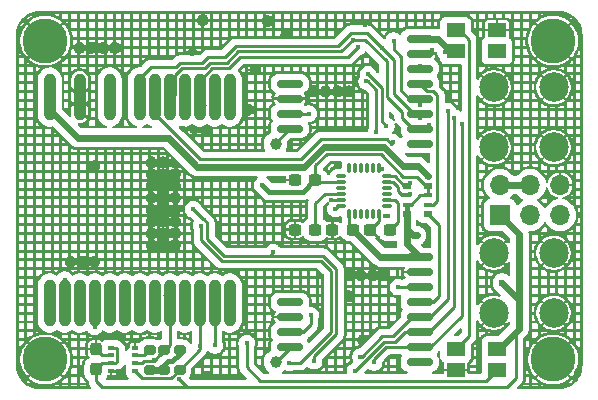
<source format=gbr>
%TF.GenerationSoftware,KiCad,Pcbnew,9.0.1-9.0.1-0~ubuntu22.04.1*%
%TF.CreationDate,2025-04-14T00:42:49-04:00*%
%TF.ProjectId,FlatSat,466c6174-5361-4742-9e6b-696361645f70,rev?*%
%TF.SameCoordinates,Original*%
%TF.FileFunction,Copper,L1,Top*%
%TF.FilePolarity,Positive*%
%FSLAX46Y46*%
G04 Gerber Fmt 4.6, Leading zero omitted, Abs format (unit mm)*
G04 Created by KiCad (PCBNEW 9.0.1-9.0.1-0~ubuntu22.04.1) date 2025-04-14 00:42:49*
%MOMM*%
%LPD*%
G01*
G04 APERTURE LIST*
G04 Aperture macros list*
%AMRoundRect*
0 Rectangle with rounded corners*
0 $1 Rounding radius*
0 $2 $3 $4 $5 $6 $7 $8 $9 X,Y pos of 4 corners*
0 Add a 4 corners polygon primitive as box body*
4,1,4,$2,$3,$4,$5,$6,$7,$8,$9,$2,$3,0*
0 Add four circle primitives for the rounded corners*
1,1,$1+$1,$2,$3*
1,1,$1+$1,$4,$5*
1,1,$1+$1,$6,$7*
1,1,$1+$1,$8,$9*
0 Add four rect primitives between the rounded corners*
20,1,$1+$1,$2,$3,$4,$5,0*
20,1,$1+$1,$4,$5,$6,$7,0*
20,1,$1+$1,$6,$7,$8,$9,0*
20,1,$1+$1,$8,$9,$2,$3,0*%
G04 Aperture macros list end*
%TA.AperFunction,SMDPad,CuDef*%
%ADD10RoundRect,0.075000X-0.075000X0.350000X-0.075000X-0.350000X0.075000X-0.350000X0.075000X0.350000X0*%
%TD*%
%TA.AperFunction,SMDPad,CuDef*%
%ADD11RoundRect,0.075000X-0.350000X-0.075000X0.350000X-0.075000X0.350000X0.075000X-0.350000X0.075000X0*%
%TD*%
%TA.AperFunction,SMDPad,CuDef*%
%ADD12RoundRect,0.150000X0.950000X-0.150000X0.950000X0.150000X-0.950000X0.150000X-0.950000X-0.150000X0*%
%TD*%
%TA.AperFunction,SMDPad,CuDef*%
%ADD13R,0.500000X0.350000*%
%TD*%
%TA.AperFunction,ComponentPad*%
%ADD14C,3.800000*%
%TD*%
%TA.AperFunction,SMDPad,CuDef*%
%ADD15RoundRect,0.200000X0.275000X-0.200000X0.275000X0.200000X-0.275000X0.200000X-0.275000X-0.200000X0*%
%TD*%
%TA.AperFunction,SMDPad,CuDef*%
%ADD16RoundRect,0.237500X0.300000X0.237500X-0.300000X0.237500X-0.300000X-0.237500X0.300000X-0.237500X0*%
%TD*%
%TA.AperFunction,ComponentPad*%
%ADD17C,2.500000*%
%TD*%
%TA.AperFunction,SMDPad,CuDef*%
%ADD18RoundRect,0.237500X0.237500X-0.300000X0.237500X0.300000X-0.237500X0.300000X-0.237500X-0.300000X0*%
%TD*%
%TA.AperFunction,SMDPad,CuDef*%
%ADD19O,1.000000X4.000000*%
%TD*%
%TA.AperFunction,ComponentPad*%
%ADD20C,1.000000*%
%TD*%
%TA.AperFunction,SMDPad,CuDef*%
%ADD21R,1.600000X1.250000*%
%TD*%
%TA.AperFunction,SMDPad,CuDef*%
%ADD22C,1.000000*%
%TD*%
%TA.AperFunction,ComponentPad*%
%ADD23R,1.700000X1.700000*%
%TD*%
%TA.AperFunction,ComponentPad*%
%ADD24O,1.700000X1.700000*%
%TD*%
%TA.AperFunction,SMDPad,CuDef*%
%ADD25R,0.800000X0.500000*%
%TD*%
%TA.AperFunction,SMDPad,CuDef*%
%ADD26R,0.800000X0.400000*%
%TD*%
%TA.AperFunction,ViaPad*%
%ADD27C,0.400000*%
%TD*%
%TA.AperFunction,ViaPad*%
%ADD28C,0.600000*%
%TD*%
%TA.AperFunction,Conductor*%
%ADD29C,0.250000*%
%TD*%
%TA.AperFunction,Conductor*%
%ADD30C,0.600000*%
%TD*%
%TA.AperFunction,Conductor*%
%ADD31C,0.400000*%
%TD*%
G04 APERTURE END LIST*
D10*
%TO.P,U2,1,CLKIN*%
%TO.N,GND*%
X6750000Y2700000D03*
%TO.P,U2,2,NC*%
%TO.N,unconnected-(U2-NC-Pad2)*%
X6250000Y2700000D03*
%TO.P,U2,3,NC*%
%TO.N,unconnected-(U2-NC-Pad3)*%
X5750000Y2700000D03*
%TO.P,U2,4,NC*%
%TO.N,unconnected-(U2-NC-Pad4)*%
X5250000Y2700000D03*
%TO.P,U2,5,NC*%
%TO.N,unconnected-(U2-NC-Pad5)*%
X4750000Y2700000D03*
%TO.P,U2,6,AUX_DA*%
%TO.N,unconnected-(U2-AUX_DA-Pad6)*%
X4250000Y2700000D03*
D11*
%TO.P,U2,7,AUX_CL*%
%TO.N,unconnected-(U2-AUX_CL-Pad7)*%
X3550000Y2000000D03*
%TO.P,U2,8,VLOGIC*%
%TO.N,+3V3*%
X3550000Y1500000D03*
%TO.P,U2,9,AD0*%
%TO.N,unconnected-(U2-AD0-Pad9)*%
X3550000Y1000000D03*
%TO.P,U2,10,REGOUT*%
%TO.N,Net-(U2-REGOUT)*%
X3550000Y500000D03*
%TO.P,U2,11,FSYNC*%
%TO.N,GND*%
X3550000Y0D03*
%TO.P,U2,12,INT*%
%TO.N,Net-(JP2-A)*%
X3550000Y-500000D03*
D10*
%TO.P,U2,13,VDD*%
%TO.N,+3V3*%
X4250000Y-1200000D03*
%TO.P,U2,14,NC*%
%TO.N,unconnected-(U2-NC-Pad14)*%
X4750000Y-1200000D03*
%TO.P,U2,15,NC*%
%TO.N,unconnected-(U2-NC-Pad15)*%
X5250000Y-1200000D03*
%TO.P,U2,16,NC*%
%TO.N,unconnected-(U2-NC-Pad16)*%
X5750000Y-1200000D03*
%TO.P,U2,17,NC*%
%TO.N,unconnected-(U2-NC-Pad17)*%
X6250000Y-1200000D03*
%TO.P,U2,18,GND*%
%TO.N,GND*%
X6750000Y-1200000D03*
D11*
%TO.P,U2,19,RESV*%
%TO.N,unconnected-(U2-RESV-Pad19)*%
X7450000Y-500000D03*
%TO.P,U2,20,CPOUT*%
%TO.N,Net-(U2-CPOUT)*%
X7450000Y0D03*
%TO.P,U2,21,RESV*%
%TO.N,unconnected-(U2-RESV-Pad21)*%
X7450000Y500000D03*
%TO.P,U2,22,RESV*%
%TO.N,unconnected-(U2-RESV-Pad22)*%
X7450000Y1000000D03*
%TO.P,U2,23,SCL*%
%TO.N,SCL*%
X7450000Y1500000D03*
%TO.P,U2,24,SDA*%
%TO.N,SDA*%
X7450000Y2000000D03*
%TD*%
D12*
%TO.P,U6,1,RF_SW*%
%TO.N,unconnected-(U6-RF_SW-Pad1)*%
X10200000Y-13720000D03*
%TO.P,U6,2,MISO*%
%TO.N,MISO*%
X10200000Y-12450000D03*
%TO.P,U6,3,MOSI*%
%TO.N,MOSI*%
X10200000Y-11180000D03*
%TO.P,U6,4,CLK*%
%TO.N,SCK*%
X10200000Y-9910000D03*
%TO.P,U6,5,RST*%
%TO.N,Net-(RN1D-R4.2)*%
X10200000Y-8640000D03*
%TO.P,U6,6,NSS*%
%TO.N,CS2*%
X10200000Y-7370000D03*
%TO.P,U6,7,GND*%
%TO.N,GND*%
X10200000Y-6100000D03*
%TO.P,U6,8,VCC*%
%TO.N,+3V3*%
X10200000Y-4830000D03*
%TO.P,U6,9,ANT*%
%TO.N,unconnected-(U6-ANT-Pad9)*%
X-800000Y-8640000D03*
%TO.P,U6,10,GND*%
%TO.N,GND*%
X-800000Y-9910000D03*
%TO.P,U6,11,BUSY*%
%TO.N,Net-(JP5-A)*%
X-800000Y-11180000D03*
%TO.P,U6,12,DI01*%
%TO.N,Net-(U6-DI01)*%
X-800000Y-12450000D03*
%TD*%
D13*
%TO.P,U3,1,GND*%
%TO.N,GND*%
X-13910000Y-12505000D03*
%TO.P,U3,2,CSB*%
%TO.N,Net-(U3-CSB)*%
X-13910000Y-13155000D03*
%TO.P,U3,3,SDI*%
%TO.N,SDA*%
X-13910000Y-13805000D03*
%TO.P,U3,4,SCK*%
%TO.N,SCL*%
X-13910000Y-14455000D03*
%TO.P,U3,5,SDO*%
%TO.N,GND*%
X-15960000Y-14455000D03*
%TO.P,U3,6,VDDIO*%
%TO.N,+3V3*%
X-15960000Y-13805000D03*
%TO.P,U3,7,GND*%
%TO.N,GND*%
X-15960000Y-13155000D03*
%TO.P,U3,8,VDD*%
%TO.N,+3V3*%
X-15960000Y-12505000D03*
%TD*%
D14*
%TO.P,REF\u002A\u002A,1*%
%TO.N,GND*%
X-21500000Y-13500000D03*
%TD*%
D15*
%TO.P,R6,1*%
%TO.N,+3V3*%
X-12657500Y-14350000D03*
%TO.P,R6,2*%
%TO.N,Net-(U3-CSB)*%
X-12657500Y-12700000D03*
%TD*%
D16*
%TO.P,C1,1*%
%TO.N,Net-(U2-REGOUT)*%
X1375000Y-2500000D03*
%TO.P,C1,2*%
%TO.N,GND*%
X-350000Y-2500000D03*
%TD*%
%TO.P,C5,1*%
%TO.N,+3V3*%
X1375000Y1670000D03*
%TO.P,C5,2*%
%TO.N,GND*%
X-350000Y1670000D03*
%TD*%
%TO.P,C4,1*%
%TO.N,+3V3*%
X4537500Y-2500000D03*
%TO.P,C4,2*%
%TO.N,GND*%
X2812500Y-2500000D03*
%TD*%
D17*
%TO.P,AE1,1*%
%TO.N,GND*%
X21540000Y-4460000D03*
X16460000Y-4460000D03*
X21540000Y-9540000D03*
X16460000Y-9540000D03*
%TD*%
D14*
%TO.P,REF\u002A\u002A,1*%
%TO.N,GND*%
X21500000Y-13500000D03*
%TD*%
D17*
%TO.P,AE2,1*%
%TO.N,GND*%
X21540000Y9540000D03*
X16460000Y9540000D03*
X21540000Y4460000D03*
X16460000Y4460000D03*
%TD*%
D16*
%TO.P,C2,1*%
%TO.N,Net-(U2-CPOUT)*%
X7712500Y-2500000D03*
%TO.P,C2,2*%
%TO.N,GND*%
X5987500Y-2500000D03*
%TD*%
D18*
%TO.P,C3,1*%
%TO.N,+3V3*%
X-17210000Y-14342500D03*
%TO.P,C3,2*%
%TO.N,GND*%
X-17210000Y-12617500D03*
%TD*%
D14*
%TO.P,REF\u002A\u002A,1*%
%TO.N,GND*%
X21500000Y13500000D03*
%TD*%
D19*
%TO.P,U1,1,D0*%
%TO.N,LED*%
X-21120000Y-8720000D03*
D20*
X-21120000Y-7620000D03*
D19*
%TO.P,U1,2,D1*%
%TO.N,CS1*%
X-18580000Y-8720000D03*
D20*
X-18580000Y-7620000D03*
D19*
%TO.P,U1,3,D2*%
%TO.N,CS2*%
X-16040000Y-8720000D03*
D20*
X-16040000Y-7620000D03*
D19*
%TO.P,U1,4,D3*%
%TO.N,SD_CS*%
X-13500000Y-8720000D03*
D20*
X-13500000Y-7620000D03*
D19*
%TO.P,U1,5,SDA*%
%TO.N,SDA*%
X-10960000Y-8720000D03*
D20*
X-10960000Y-7620000D03*
D19*
%TO.P,U1,6,SCL*%
%TO.N,SCL*%
X-8420000Y-8720000D03*
D20*
X-8420000Y-7620000D03*
D19*
%TO.P,U1,7,TX*%
%TO.N,MCU_TX*%
X-5880000Y-8720000D03*
D20*
X-5880000Y-7620000D03*
D19*
%TO.P,U1,8,RX*%
%TO.N,MCU_RX*%
X-5880000Y8720000D03*
D20*
X-5880000Y7620000D03*
D19*
%TO.P,U1,9,SCK*%
%TO.N,SCK*%
X-8420000Y8720000D03*
D20*
X-8420000Y7620000D03*
D19*
%TO.P,U1,10,MISO*%
%TO.N,MISO*%
X-10960000Y8720000D03*
D20*
X-10960000Y7620000D03*
D19*
%TO.P,U1,11,MOSI*%
%TO.N,MOSI*%
X-13500000Y8720000D03*
D20*
X-13500000Y7620000D03*
D19*
%TO.P,U1,12,3V3*%
%TO.N,+3V3*%
X-16040000Y8720000D03*
D20*
X-16040000Y7620000D03*
D19*
%TO.P,U1,13,GND*%
%TO.N,GND*%
X-18580000Y8720000D03*
D20*
X-18580000Y7620000D03*
D19*
%TO.P,U1,14,5V*%
%TO.N,VCC*%
X-21120000Y8720000D03*
D20*
X-21120000Y7620000D03*
D19*
%TO.P,U1,15,D11*%
%TO.N,BUSY1*%
X-19850000Y-8720000D03*
%TO.P,U1,16,D12*%
%TO.N,BUSY2*%
X-17310000Y-8720000D03*
%TO.P,U1,17,D13*%
%TO.N,INT*%
X-14770000Y-8720000D03*
%TO.P,U1,18,D14*%
%TO.N,MCU_RX_1*%
X-12230000Y-8720000D03*
%TO.P,U1,19,D15*%
%TO.N,MCU_TX_1*%
X-9690000Y-8720000D03*
%TO.P,U1,20,D16*%
%TO.N,A0*%
X-7150000Y-8720000D03*
%TO.P,U1,21,D19*%
%TO.N,unconnected-(U1-D19-Pad21)*%
X-7150000Y8720000D03*
%TO.P,U1,22,D18*%
%TO.N,unconnected-(U1-D18-Pad22)*%
X-9690000Y8720000D03*
%TO.P,U1,23,D17*%
%TO.N,A1*%
X-12230000Y8720000D03*
%TD*%
D21*
%TO.P,D2,1,DOUT*%
%TO.N,unconnected-(D2-DOUT-Pad1)*%
X16750000Y12625000D03*
%TO.P,D2,2,VSS*%
%TO.N,GND*%
X16750000Y14375000D03*
%TO.P,D2,3,DIN*%
%TO.N,Net-(D1-DOUT)*%
X13250000Y14375000D03*
%TO.P,D2,4,VDD*%
%TO.N,+3V3*%
X13250000Y12625000D03*
%TD*%
%TO.P,D1,1,DOUT*%
%TO.N,Net-(D1-DOUT)*%
X13250000Y-12625000D03*
%TO.P,D1,2,VSS*%
%TO.N,GND*%
X13250000Y-14375000D03*
%TO.P,D1,3,DIN*%
%TO.N,LED*%
X16750000Y-14375000D03*
%TO.P,D1,4,VDD*%
%TO.N,+3V3*%
X16750000Y-12625000D03*
%TD*%
D15*
%TO.P,R5,1*%
%TO.N,+3V3*%
X-11405000Y-14355000D03*
%TO.P,R5,2*%
%TO.N,SDA*%
X-11405000Y-12705000D03*
%TD*%
D22*
%TO.P,TP2,1,1*%
%TO.N,Net-(U6-DI01)*%
X-2000000Y-13690000D03*
%TD*%
D23*
%TO.P,J4,1,Pin_1*%
%TO.N,+3V3*%
X17000000Y-1270000D03*
D24*
%TO.P,J4,2,Pin_2*%
%TO.N,VCC*%
X17000000Y1270000D03*
%TO.P,J4,3,Pin_3*%
%TO.N,SDA*%
X19540000Y-1270000D03*
%TO.P,J4,4,Pin_4*%
%TO.N,VCC*%
X19540000Y1270000D03*
%TO.P,J4,5,Pin_5*%
%TO.N,SCL*%
X22080000Y-1270000D03*
%TO.P,J4,6,Pin_6*%
%TO.N,GND*%
X22080000Y1270000D03*
%TD*%
D22*
%TO.P,TP1,1,1*%
%TO.N,Net-(U5-DI01)*%
X-2000000Y4750000D03*
%TD*%
D12*
%TO.P,U5,1,RF_SW*%
%TO.N,unconnected-(U5-RF_SW-Pad1)*%
X10200000Y4780000D03*
%TO.P,U5,2,MISO*%
%TO.N,MISO*%
X10200000Y6050000D03*
%TO.P,U5,3,MOSI*%
%TO.N,MOSI*%
X10200000Y7320000D03*
%TO.P,U5,4,CLK*%
%TO.N,SCK*%
X10200000Y8590000D03*
%TO.P,U5,5,RST*%
%TO.N,Net-(RN1C-R3.2)*%
X10200000Y9860000D03*
%TO.P,U5,6,NSS*%
%TO.N,CS1*%
X10200000Y11130000D03*
%TO.P,U5,7,GND*%
%TO.N,GND*%
X10200000Y12400000D03*
%TO.P,U5,8,VCC*%
%TO.N,+3V3*%
X10200000Y13670000D03*
%TO.P,U5,9,ANT*%
%TO.N,unconnected-(U5-ANT-Pad9)*%
X-800000Y9860000D03*
%TO.P,U5,10,GND*%
%TO.N,GND*%
X-800000Y8590000D03*
%TO.P,U5,11,BUSY*%
%TO.N,Net-(JP3-A)*%
X-800000Y7320000D03*
%TO.P,U5,12,DI01*%
%TO.N,Net-(U5-DI01)*%
X-800000Y6050000D03*
%TD*%
D25*
%TO.P,RN1,1,R1.1*%
%TO.N,SDA*%
X9100000Y1200000D03*
D26*
%TO.P,RN1,2,R2.1*%
%TO.N,SCL*%
X9100000Y400000D03*
%TO.P,RN1,3,R3.1*%
%TO.N,+3V3*%
X9100000Y-400000D03*
D25*
%TO.P,RN1,4,R4.1*%
X9100000Y-1200000D03*
%TO.P,RN1,5,R4.2*%
%TO.N,Net-(RN1D-R4.2)*%
X10900000Y-1200000D03*
D26*
%TO.P,RN1,6,R3.2*%
%TO.N,Net-(RN1C-R3.2)*%
X10900000Y-400000D03*
%TO.P,RN1,7,R2.2*%
%TO.N,+3V3*%
X10900000Y400000D03*
D25*
%TO.P,RN1,8,R1.2*%
X10900000Y1200000D03*
%TD*%
D14*
%TO.P,REF\u002A\u002A,1*%
%TO.N,GND*%
X-21500000Y13500000D03*
%TD*%
D15*
%TO.P,R4,1*%
%TO.N,SCL*%
X-10130000Y-14355000D03*
%TO.P,R4,2*%
%TO.N,+3V3*%
X-10130000Y-12705000D03*
%TD*%
D27*
%TO.N,GND*%
X-1120000Y13870000D03*
X5220000Y-6360000D03*
X-15610000Y12880000D03*
X6220000Y-6360000D03*
X-12510000Y-3800000D03*
X-12510000Y-800000D03*
X2240000Y9220000D03*
X-15950000Y-11550000D03*
X-11510000Y1200000D03*
X-9040000Y12400000D03*
X5420000Y-11860000D03*
X-18610000Y12880000D03*
X-8830000Y6100000D03*
X-10510000Y3200000D03*
X-17370000Y-5200000D03*
X-7830000Y6100000D03*
X-12510000Y3200000D03*
X7220000Y-6360000D03*
X-16610000Y12880000D03*
X1240000Y9220000D03*
X-3710000Y11030000D03*
X-4330000Y7650000D03*
X-10510000Y2200000D03*
X-12510000Y1200000D03*
X-11510000Y2200000D03*
X11280000Y12660000D03*
X-11510000Y-2800000D03*
X6650000Y-3210000D03*
X-12510000Y-2800000D03*
X6980000Y2650000D03*
X-10510000Y200000D03*
X-11510000Y-1800000D03*
X-10510000Y-1800000D03*
X-12510000Y200000D03*
X-11510000Y3200000D03*
X-7770000Y-14940000D03*
X-10510000Y-2800000D03*
X-12510000Y2200000D03*
X-10510000Y1200000D03*
X-11510000Y-3800000D03*
X-12510000Y-1800000D03*
X4220000Y-8130000D03*
X-16680000Y-11560000D03*
X-15370000Y-14470000D03*
X-17610000Y12880000D03*
X5560000Y14830000D03*
X-10510000Y-800000D03*
X-18370000Y-5200000D03*
X-11510000Y200000D03*
X-2700000Y15160000D03*
X3240000Y9220000D03*
X-10510000Y-3800000D03*
X-8160000Y15240000D03*
X-11510000Y-800000D03*
X2680000Y-25000D03*
X-9830000Y6100000D03*
X-19370000Y-5200000D03*
X4220000Y-6360000D03*
X-15130000Y-11530000D03*
X-17370000Y2850000D03*
X4240000Y9220000D03*
%TO.N,SCL*%
X5696764Y10040772D03*
X9355000Y549998D03*
X-8366268Y-12358732D03*
X6530000Y5749000D03*
%TO.N,LED*%
X-4440000Y-12105000D03*
%TO.N,CS1*%
X10200000Y11360000D03*
%TO.N,CS2*%
X8400000Y-7380000D03*
%TO.N,SCK*%
X7990000Y13499998D03*
X5000000Y12980000D03*
X12570000Y7505000D03*
X5188768Y-13248768D03*
X10210000Y8020000D03*
%TO.N,MISO*%
X13750000Y6410000D03*
X4560000Y13590000D03*
X11020000Y6390000D03*
X6350000Y-13755000D03*
%TO.N,MOSI*%
X10200000Y6980000D03*
X4710000Y-14470000D03*
X6990137Y12912327D03*
X13136254Y6967378D03*
D28*
%TO.N,VCC*%
X10930000Y2020000D03*
D27*
%TO.N,MCU_TX*%
X1270000Y-13640000D03*
X-2200000Y-4430000D03*
X-8960000Y-790000D03*
%TO.N,MCU_RX*%
X-8310000Y-2170000D03*
X-840000Y-13800000D03*
%TO.N,Net-(JP2-A)*%
X3070000Y-750000D03*
%TO.N,INT*%
X-14400000Y-9447327D03*
%TO.N,Net-(JP3-A)*%
X820000Y7320000D03*
%TO.N,BUSY1*%
X-19850000Y-6730000D03*
%TO.N,Net-(JP5-A)*%
X990000Y-9740000D03*
%TO.N,BUSY2*%
X-17330000Y-10720000D03*
%TO.N,A0*%
X-7150000Y-12305000D03*
%TO.N,A1*%
X7924975Y4884975D03*
D28*
%TO.N,+3V3*%
X17170000Y-7010000D03*
D27*
X-3150000Y1270000D03*
D28*
X9960000Y-2990000D03*
D27*
X-10164039Y-15155000D03*
X-10750000Y-13650000D03*
X12380000Y12540000D03*
%TO.N,SDA*%
X9355000Y1450000D03*
X7390000Y6274000D03*
X5830000Y10650000D03*
X-12297635Y-13555343D03*
%TD*%
D29*
%TO.N,Net-(U2-REGOUT)*%
X1375000Y-275000D02*
X2150000Y500000D01*
X1375000Y-2500000D02*
X1375000Y-275000D01*
X2150000Y500000D02*
X3550000Y500000D01*
%TO.N,GND*%
X6750000Y-1737500D02*
X5987500Y-2500000D01*
X6650000Y-3210000D02*
X6650000Y-3162500D01*
X-15945000Y-14470000D02*
X-15960000Y-14455000D01*
X2680000Y-25000D02*
X2705000Y0D01*
X6650000Y-3162500D02*
X5987500Y-2500000D01*
X-15370000Y-14470000D02*
X-15945000Y-14470000D01*
X6750000Y-1200000D02*
X6750000Y-1737500D01*
X-16672500Y-13155000D02*
X-17210000Y-12617500D01*
X-15960000Y-13155000D02*
X-16672500Y-13155000D01*
X2705000Y0D02*
X3550000Y0D01*
%TO.N,Net-(U2-CPOUT)*%
X8350000Y-260000D02*
X8090000Y0D01*
X8350000Y-1862500D02*
X8350000Y-260000D01*
X8090000Y0D02*
X7450000Y0D01*
X7712500Y-2500000D02*
X8350000Y-1862500D01*
%TO.N,Net-(D1-DOUT)*%
X14376000Y-11499000D02*
X13250000Y-12625000D01*
X13250000Y14375000D02*
X13577000Y14375000D01*
X14376000Y13576000D02*
X14376000Y-11499000D01*
X13577000Y14375000D02*
X14376000Y13576000D01*
%TO.N,SCL*%
X8330000Y800000D02*
X8730000Y400000D01*
X8330000Y1114178D02*
X8330000Y800000D01*
X-13910000Y-14455000D02*
X-13284000Y-15081000D01*
X6518000Y9324190D02*
X5801418Y10040772D01*
X-8420000Y-12645000D02*
X-8420000Y-7620000D01*
X5801418Y10040772D02*
X5696764Y10040772D01*
X6530000Y5749000D02*
X6518000Y5761000D01*
X-13284000Y-15081000D02*
X-10856000Y-15081000D01*
X8730000Y400000D02*
X9100000Y400000D01*
X7944178Y1500000D02*
X8330000Y1114178D01*
X7450000Y1500000D02*
X7944178Y1500000D01*
X-10130000Y-14355000D02*
X-8420000Y-12645000D01*
X6518000Y5761000D02*
X6518000Y9324190D01*
X-10856000Y-15081000D02*
X-10130000Y-14355000D01*
%TO.N,LED*%
X16750000Y-14375000D02*
X16575000Y-14375000D01*
X-4440000Y-12105000D02*
X-4440000Y-14170000D01*
X15799000Y-15326000D02*
X16750000Y-14375000D01*
X-3284000Y-15326000D02*
X15799000Y-15326000D01*
X-4440000Y-14170000D02*
X-3284000Y-15326000D01*
%TO.N,CS2*%
X10190000Y-7380000D02*
X10200000Y-7370000D01*
X8400000Y-7380000D02*
X10190000Y-7380000D01*
%TO.N,SCK*%
X9640000Y8590000D02*
X9320000Y8590000D01*
X-8420000Y7620000D02*
X-7976000Y8064000D01*
X12570000Y7505000D02*
X12570000Y-8400000D01*
X9570000Y-9910000D02*
X10200000Y-9910000D01*
X-8420000Y10118140D02*
X-7368140Y11170000D01*
X4160000Y12140000D02*
X5000000Y12980000D01*
X6994190Y-11548000D02*
X7932000Y-11548000D01*
X7932000Y-11548000D02*
X9570000Y-9910000D01*
X5293422Y-13248768D02*
X6994190Y-11548000D01*
X11060000Y-9910000D02*
X10200000Y-9910000D01*
X-4980000Y12140000D02*
X4160000Y12140000D01*
X10210000Y8020000D02*
X10200000Y8030000D01*
X10210000Y8580000D02*
X10200000Y8590000D01*
X5000000Y12980000D02*
X5010000Y12980000D01*
X12570000Y-8400000D02*
X11060000Y-9910000D01*
X7990000Y12750000D02*
X7990000Y13499998D01*
X5188768Y-13248768D02*
X5293422Y-13248768D01*
X-5950000Y11170000D02*
X-4980000Y12140000D01*
X9320000Y8590000D02*
X8626000Y9284000D01*
X8626000Y12114000D02*
X7990000Y12750000D01*
X10210000Y8020000D02*
X10210000Y8580000D01*
X-7368140Y11170000D02*
X-5950000Y11170000D01*
X11055000Y8590000D02*
X10200000Y8590000D01*
X-8420000Y7620000D02*
X-8420000Y10118140D01*
X8626000Y9284000D02*
X8626000Y12114000D01*
%TO.N,MISO*%
X11095000Y-12450000D02*
X10200000Y-12450000D01*
X-10516000Y10562140D02*
X-9908140Y11170000D01*
X7420000Y8720000D02*
X8690000Y7450000D01*
X-5166810Y12591000D02*
X3561000Y12591000D01*
X-9908140Y11170000D02*
X-8005950Y11170000D01*
X8690000Y7450000D02*
X8690000Y6970000D01*
X8690000Y6970000D02*
X9610000Y6050000D01*
X3561000Y12591000D02*
X4560000Y13590000D01*
X-10516000Y8894000D02*
X-10516000Y10562140D01*
X6350000Y-13467810D02*
X7367810Y-12450000D01*
X5570000Y13590000D02*
X7420000Y11740000D01*
X13750000Y6410000D02*
X13750000Y-9795000D01*
X7367810Y-12450000D02*
X10200000Y-12450000D01*
X7420000Y11740000D02*
X7420000Y8720000D01*
X-8005950Y11170000D02*
X-7554950Y11621000D01*
X13750000Y-9795000D02*
X11095000Y-12450000D01*
X-7554950Y11621000D02*
X-6136810Y11621000D01*
X6350000Y-13755000D02*
X6350000Y-13467810D01*
X-6136810Y11621000D02*
X-5166810Y12591000D01*
X-10960000Y8450000D02*
X-10516000Y8894000D01*
X-10960000Y7620000D02*
X-10960000Y8450000D01*
X4560000Y13590000D02*
X5570000Y13590000D01*
X9610000Y6050000D02*
X10200000Y6050000D01*
%TO.N,MOSI*%
X8050000Y11852464D02*
X8050000Y8972190D01*
X8050000Y8972190D02*
X8774000Y8248190D01*
X5714768Y-13466645D02*
X5714768Y-13465232D01*
X5742464Y14160000D02*
X4386123Y14160000D01*
X-12530000Y11270000D02*
X-13500000Y10300000D01*
X-5353620Y13042000D02*
X-6323620Y12072000D01*
X4386123Y14160000D02*
X3268123Y13042000D01*
X8937810Y-11180000D02*
X10200000Y-11180000D01*
X-10445950Y11270000D02*
X-12530000Y11270000D01*
X6990137Y12912327D02*
X5742464Y14160000D01*
X13145000Y6795000D02*
X13145000Y-9055000D01*
X-7741760Y12072000D02*
X-8192760Y11621000D01*
X8774000Y8238678D02*
X9692678Y7320000D01*
X9692678Y7320000D02*
X10200000Y7320000D01*
X5406645Y-13774768D02*
X5714768Y-13466645D01*
X13136254Y6967378D02*
X13136254Y6803746D01*
X13136254Y6803746D02*
X13145000Y6795000D01*
X-10094950Y11621000D02*
X-10445950Y11270000D01*
X8118810Y-11999000D02*
X8937810Y-11180000D01*
X-13500000Y10300000D02*
X-13500000Y7620000D01*
X11020000Y-11180000D02*
X10200000Y-11180000D01*
X8774000Y8248190D02*
X8774000Y8238678D01*
X5405232Y-13774768D02*
X5406645Y-13774768D01*
X13145000Y-9055000D02*
X11020000Y-11180000D01*
X-6323620Y12072000D02*
X-7741760Y12072000D01*
X5714768Y-13465232D02*
X7181000Y-11999000D01*
X6990137Y12912327D02*
X8050000Y11852464D01*
X4710000Y-14470000D02*
X5405232Y-13774768D01*
X-8192760Y11621000D02*
X-10094950Y11621000D01*
X3268123Y13042000D02*
X-5353620Y13042000D01*
X7181000Y-11999000D02*
X8118810Y-11999000D01*
D30*
%TO.N,VCC*%
X2080702Y4526000D02*
X7149298Y4526000D01*
X-8623438Y2830000D02*
X384702Y2830000D01*
X384702Y2830000D02*
X2080702Y4526000D01*
X17000000Y1270000D02*
X19540000Y1270000D01*
X10080000Y2870000D02*
X10930000Y2020000D01*
X-11053438Y5260000D02*
X-8623438Y2830000D01*
X8805298Y2870000D02*
X10080000Y2870000D01*
X-18760000Y5260000D02*
X-11053438Y5260000D01*
X7149298Y4526000D02*
X8805298Y2870000D01*
X-21120000Y7620000D02*
X-18760000Y5260000D01*
D29*
%TO.N,MCU_TX*%
X-8960000Y-790000D02*
X-8106000Y-1644000D01*
X3141000Y-5833190D02*
X3141000Y-11346810D01*
X-2439000Y-4709000D02*
X-2830000Y-4709000D01*
X-8092123Y-1644000D02*
X-7784000Y-1952123D01*
X3141000Y-11346810D02*
X1270000Y-13217810D01*
X1270000Y-13217810D02*
X1270000Y-13640000D01*
X-2280000Y-4510000D02*
X-2280000Y-4550000D01*
X-6343190Y-4709000D02*
X2016810Y-4709000D01*
X-2280000Y-4550000D02*
X-2439000Y-4709000D01*
X-8106000Y-1644000D02*
X-8092123Y-1644000D01*
X-7784000Y-3268190D02*
X-6343190Y-4709000D01*
X-7784000Y-1952123D02*
X-7784000Y-3268190D01*
X-2200000Y-4430000D02*
X-2280000Y-4510000D01*
X2016810Y-4709000D02*
X3141000Y-5833190D01*
%TO.N,MCU_RX*%
X-8310000Y-3380000D02*
X-7110000Y-4580000D01*
X1830000Y-5160000D02*
X2690000Y-6020000D01*
X2690000Y-11160000D02*
X50000Y-13800000D01*
X-6530000Y-5160000D02*
X1830000Y-5160000D01*
X-7110000Y-4580000D02*
X-6530000Y-5160000D01*
X-8310000Y-2170000D02*
X-8310000Y-3380000D01*
X50000Y-13800000D02*
X-840000Y-13800000D01*
X2690000Y-6020000D02*
X2690000Y-11160000D01*
%TO.N,Net-(JP2-A)*%
X3070000Y-750000D02*
X3320000Y-500000D01*
X3320000Y-500000D02*
X3550000Y-500000D01*
%TO.N,Net-(JP3-A)*%
X-800000Y7320000D02*
X820000Y7320000D01*
%TO.N,Net-(JP5-A)*%
X990000Y-10489999D02*
X299999Y-11180000D01*
X990000Y-9740000D02*
X990000Y-10489999D01*
X299999Y-11180000D02*
X-800000Y-11180000D01*
%TO.N,Net-(U5-DI01)*%
X-2050000Y4800000D02*
X-800000Y6050000D01*
%TO.N,Net-(U6-DI01)*%
X-800000Y-12490000D02*
X-800000Y-12450000D01*
X-2000000Y-13690000D02*
X-800000Y-12490000D01*
%TO.N,A0*%
X-7150000Y-12305000D02*
X-7150000Y-7620000D01*
%TO.N,A1*%
X7800298Y4760298D02*
X7408596Y5152000D01*
X125404Y3456000D02*
X-8364140Y3456000D01*
X7408596Y5152000D02*
X1821404Y5152000D01*
X1821404Y5152000D02*
X125404Y3456000D01*
X7924975Y4884975D02*
X7800298Y4760298D01*
X-12230000Y7321860D02*
X-12230000Y7620000D01*
X-8364140Y3456000D02*
X-12230000Y7321860D01*
D30*
%TO.N,+3V3*%
X9620000Y-2990000D02*
X9100000Y-2470000D01*
D29*
X6890000Y3900000D02*
X8814000Y1976000D01*
X17564000Y-15826000D02*
X18350000Y-15040000D01*
D30*
X6867500Y-4830000D02*
X10200000Y-4830000D01*
D29*
X-17210000Y-14342500D02*
X-16672500Y-13805000D01*
X18350000Y-11170000D02*
X18630000Y-10890000D01*
X4537500Y-2500000D02*
X4250000Y-2212500D01*
D31*
X1280000Y1670000D02*
X1375000Y1670000D01*
D30*
X18630000Y-2900000D02*
X18630000Y-8450000D01*
D29*
X-15384000Y-13656000D02*
X-15384000Y-12581000D01*
D31*
X-2580000Y700000D02*
X310000Y700000D01*
X-11075000Y-13650000D02*
X-10750000Y-13650000D01*
X9100000Y-1200000D02*
X9100000Y-400000D01*
D29*
X2340000Y3900000D02*
X6890000Y3900000D01*
D30*
X18630000Y-8450000D02*
X18630000Y-10890000D01*
X12765000Y12625000D02*
X13250000Y12625000D01*
D29*
X9440000Y-400000D02*
X10240000Y400000D01*
D30*
X18610000Y-8450000D02*
X17170000Y-7010000D01*
X18630000Y-8450000D02*
X18610000Y-8450000D01*
D29*
X1375000Y1670000D02*
X1545000Y1500000D01*
X-16734000Y-15826000D02*
X-10060000Y-15826000D01*
D31*
X310000Y700000D02*
X1280000Y1670000D01*
X-10750000Y-13650000D02*
X-10130000Y-13030000D01*
D29*
X-17210000Y-14342500D02*
X-17210000Y-15350000D01*
D30*
X10200000Y-4830000D02*
X9100000Y-3730000D01*
X10200000Y13670000D02*
X11720000Y13670000D01*
D29*
X-15384000Y-12581000D02*
X-15460000Y-12505000D01*
X1545000Y1500000D02*
X3550000Y1500000D01*
X4250000Y-2212500D02*
X4250000Y-1200000D01*
X-15460000Y-12505000D02*
X-15960000Y-12505000D01*
X18350000Y-15040000D02*
X18350000Y-11170000D01*
X-15960000Y-13805000D02*
X-15533000Y-13805000D01*
X-10164039Y-15155000D02*
X-9493039Y-15826000D01*
X-16672500Y-13805000D02*
X-15960000Y-13805000D01*
D31*
X-10130000Y-13030000D02*
X-10130000Y-12705000D01*
D30*
X9960000Y-2990000D02*
X9620000Y-2990000D01*
X11720000Y13670000D02*
X12765000Y12625000D01*
D29*
X-15533000Y-13805000D02*
X-15384000Y-13656000D01*
D31*
X-11775000Y-14350000D02*
X-11075000Y-13650000D01*
D29*
X8814000Y1976000D02*
X9974001Y1976000D01*
D30*
X16895000Y-12625000D02*
X16750000Y-12625000D01*
D29*
X10825001Y1125000D02*
X10900000Y1200000D01*
D30*
X4537500Y-2500000D02*
X6867500Y-4830000D01*
D29*
X9100000Y-400000D02*
X9440000Y-400000D01*
X10240000Y400000D02*
X10900000Y400000D01*
D31*
X-3150000Y1270000D02*
X-2580000Y700000D01*
D30*
X-12657500Y-14350000D02*
X-11775000Y-14350000D01*
D29*
X1375000Y2935000D02*
X2340000Y3900000D01*
D30*
X9100000Y-3730000D02*
X9100000Y-2470000D01*
D29*
X10900000Y1200000D02*
X10900000Y400000D01*
X1375000Y1670000D02*
X1375000Y2935000D01*
D30*
X9100000Y-2470000D02*
X9100000Y-1200000D01*
D29*
X-9493039Y-15826000D02*
X-10060000Y-15826000D01*
D30*
X18630000Y-10890000D02*
X16895000Y-12625000D01*
D29*
X-10060000Y-15826000D02*
X17564000Y-15826000D01*
X-17210000Y-15350000D02*
X-16734000Y-15826000D01*
X9974001Y1976000D02*
X10825001Y1125000D01*
D30*
X17000000Y-1270000D02*
X18630000Y-2900000D01*
D29*
%TO.N,SDA*%
X7450000Y2000000D02*
X8100000Y2000000D01*
X-13137918Y-13606000D02*
X-12306000Y-13606000D01*
X-11856500Y-13123418D02*
X-11856500Y-13114208D01*
X-11447292Y-12705000D02*
X-11405000Y-12705000D01*
X8100000Y2000000D02*
X8900000Y1200000D01*
X-12168292Y-13426000D02*
X-12159082Y-13426000D01*
X-13910000Y-13805000D02*
X-13336918Y-13805000D01*
X5830000Y10650000D02*
X6969000Y9511000D01*
X-11823418Y-13123418D02*
X-10960000Y-12260000D01*
X-12297635Y-13555343D02*
X-12168292Y-13426000D01*
X6969000Y6695000D02*
X7390000Y6274000D01*
X-12306000Y-13606000D02*
X-11405000Y-12705000D01*
X-10960000Y-12260000D02*
X-10960000Y-7620000D01*
X-11856500Y-13123418D02*
X-11823418Y-13123418D01*
X-13336918Y-13805000D02*
X-13137918Y-13606000D01*
X-11405000Y-8065000D02*
X-10960000Y-7620000D01*
X-12159082Y-13426000D02*
X-11856500Y-13123418D01*
X6969000Y9511000D02*
X6969000Y6695000D01*
X-11856500Y-13114208D02*
X-11447292Y-12705000D01*
X8900000Y1200000D02*
X9100000Y1200000D01*
%TO.N,Net-(U3-CSB)*%
X-13167500Y-13155000D02*
X-12657500Y-12645000D01*
X-13910000Y-13155000D02*
X-13167500Y-13155000D01*
%TO.N,Net-(RN1D-R4.2)*%
X11800000Y-8139999D02*
X11800000Y-2100000D01*
X11800000Y-2100000D02*
X10900000Y-1200000D01*
X10200000Y-8640000D02*
X11299999Y-8640000D01*
X11299999Y-8640000D02*
X11800000Y-8139999D01*
%TO.N,Net-(RN1C-R3.2)*%
X10844000Y9216000D02*
X11351322Y9216000D01*
X10200000Y9860000D02*
X10844000Y9216000D01*
X11351322Y9216000D02*
X11700000Y8867322D01*
X11700000Y-52000D02*
X11352000Y-400000D01*
X11352000Y-400000D02*
X10900000Y-400000D01*
X11700000Y8867322D02*
X11700000Y-52000D01*
%TD*%
%TA.AperFunction,Conductor*%
%TO.N,GND*%
G36*
X22003234Y15999288D02*
G01*
X22232553Y15984257D01*
X22240167Y15983461D01*
X22293278Y15975825D01*
X22298503Y15974931D01*
X22496875Y15935473D01*
X22505455Y15933364D01*
X22549218Y15920513D01*
X22553146Y15919270D01*
X22753174Y15851370D01*
X22762479Y15847677D01*
X22787156Y15836407D01*
X22789815Y15835144D01*
X22993932Y15734485D01*
X23005148Y15728010D01*
X23211824Y15589913D01*
X23222097Y15582030D01*
X23408981Y15418138D01*
X23418138Y15408981D01*
X23582030Y15222097D01*
X23589913Y15211824D01*
X23728010Y15005148D01*
X23734485Y14993932D01*
X23835144Y14789815D01*
X23836407Y14787156D01*
X23847677Y14762479D01*
X23851370Y14753174D01*
X23919270Y14553146D01*
X23920513Y14549218D01*
X23933364Y14505455D01*
X23935473Y14496875D01*
X23974931Y14298503D01*
X23975825Y14293278D01*
X23983461Y14240167D01*
X23984257Y14232553D01*
X23999288Y14003234D01*
X23999500Y13996759D01*
X23999500Y-13996759D01*
X23999288Y-14003234D01*
X23984257Y-14232553D01*
X23983461Y-14240167D01*
X23975825Y-14293278D01*
X23974931Y-14298503D01*
X23935473Y-14496875D01*
X23933364Y-14505455D01*
X23920513Y-14549218D01*
X23919270Y-14553146D01*
X23851370Y-14753174D01*
X23847677Y-14762479D01*
X23836407Y-14787156D01*
X23835144Y-14789815D01*
X23734485Y-14993932D01*
X23728010Y-15005148D01*
X23589913Y-15211824D01*
X23582030Y-15222097D01*
X23418138Y-15408981D01*
X23408981Y-15418138D01*
X23222097Y-15582030D01*
X23211824Y-15589913D01*
X23005148Y-15728010D01*
X22993932Y-15734485D01*
X22789815Y-15835144D01*
X22787156Y-15836407D01*
X22762479Y-15847677D01*
X22753174Y-15851370D01*
X22553146Y-15919270D01*
X22549218Y-15920513D01*
X22505455Y-15933364D01*
X22496875Y-15935473D01*
X22298503Y-15974931D01*
X22293278Y-15975825D01*
X22240167Y-15983461D01*
X22232553Y-15984257D01*
X22003234Y-15999288D01*
X21996759Y-15999500D01*
X18514097Y-15999500D01*
X18455906Y-15980593D01*
X18419942Y-15931093D01*
X18419942Y-15869907D01*
X18444093Y-15830497D01*
X18523090Y-15751500D01*
X18948500Y-15751500D01*
X19450500Y-15751500D01*
X19698500Y-15751500D01*
X20200500Y-15751500D01*
X20448500Y-15751500D01*
X20830736Y-15751500D01*
X20755419Y-15731319D01*
X20752284Y-15730423D01*
X20750716Y-15729947D01*
X20747645Y-15728960D01*
X20739958Y-15726350D01*
X20736919Y-15725263D01*
X20735391Y-15724688D01*
X20732374Y-15723495D01*
X20672030Y-15698500D01*
X20448500Y-15698500D01*
X20448500Y-15751500D01*
X20200500Y-15751500D01*
X20200500Y-15698500D01*
X19698500Y-15698500D01*
X19698500Y-15751500D01*
X19450500Y-15751500D01*
X19450500Y-15698500D01*
X18948500Y-15698500D01*
X18948500Y-15751500D01*
X18523090Y-15751500D01*
X18628307Y-15646282D01*
X18743088Y-15531500D01*
X18743095Y-15531495D01*
X18748731Y-15525858D01*
X18748733Y-15525858D01*
X18824091Y-15450500D01*
X19124467Y-15450500D01*
X19450500Y-15450500D01*
X19698500Y-15450500D01*
X20184994Y-15450500D01*
X20183046Y-15449056D01*
X19958208Y-15276531D01*
X19955670Y-15274516D01*
X19954404Y-15273477D01*
X19951929Y-15271377D01*
X19945826Y-15266024D01*
X19943411Y-15263834D01*
X19942218Y-15262716D01*
X19939911Y-15260483D01*
X19874395Y-15194968D01*
X19852934Y-15162850D01*
X19848310Y-15151688D01*
X19837149Y-15147065D01*
X19805031Y-15125604D01*
X19739517Y-15060089D01*
X19737284Y-15057782D01*
X19736166Y-15056589D01*
X19733976Y-15054174D01*
X19728623Y-15048071D01*
X19726523Y-15045596D01*
X19725484Y-15044330D01*
X19723469Y-15041792D01*
X19698500Y-15009251D01*
X19698500Y-15450500D01*
X19450500Y-15450500D01*
X19450500Y-14948500D01*
X19223500Y-14948500D01*
X19223500Y-15107698D01*
X19223382Y-15112539D01*
X19223262Y-15114990D01*
X19222903Y-15119853D01*
X19221709Y-15131976D01*
X19221116Y-15136786D01*
X19220756Y-15139215D01*
X19219923Y-15144016D01*
X19210391Y-15191930D01*
X19210392Y-15191931D01*
X19193510Y-15276806D01*
X19192442Y-15281561D01*
X19191845Y-15283943D01*
X19190553Y-15288610D01*
X19187017Y-15300268D01*
X19185490Y-15304889D01*
X19184663Y-15307200D01*
X19182916Y-15311730D01*
X19163602Y-15358358D01*
X19131104Y-15436816D01*
X19129135Y-15441258D01*
X19128086Y-15443476D01*
X19125904Y-15447812D01*
X19124467Y-15450500D01*
X18824091Y-15450500D01*
X18835858Y-15438733D01*
X18877726Y-15376073D01*
X18898661Y-15344743D01*
X18904306Y-15336294D01*
X18904306Y-15336293D01*
X18904312Y-15336285D01*
X18934480Y-15263452D01*
X18951463Y-15222452D01*
X18967157Y-15143549D01*
X18975500Y-15101607D01*
X18975500Y-14978393D01*
X18975500Y-14700500D01*
X19223500Y-14700500D01*
X19450500Y-14700500D01*
X19450500Y-14646162D01*
X19395722Y-14551284D01*
X19394155Y-14548463D01*
X19393384Y-14547021D01*
X19391900Y-14544133D01*
X19388309Y-14536852D01*
X19386931Y-14533941D01*
X19386255Y-14532450D01*
X19384957Y-14529455D01*
X19276505Y-14267626D01*
X19275312Y-14264609D01*
X19274737Y-14263081D01*
X19273650Y-14260042D01*
X19271040Y-14252355D01*
X19270053Y-14249284D01*
X19269577Y-14247716D01*
X19268681Y-14244581D01*
X19256334Y-14198500D01*
X19223500Y-14198500D01*
X19223500Y-14700500D01*
X18975500Y-14700500D01*
X18975500Y-13362357D01*
X19400000Y-13362357D01*
X19400000Y-13637642D01*
X19435930Y-13910561D01*
X19435930Y-13910566D01*
X19507178Y-14176463D01*
X19507182Y-14176476D01*
X19612522Y-14430791D01*
X19750169Y-14669204D01*
X19917743Y-14887590D01*
X19944365Y-14914212D01*
X20652974Y-14205601D01*
X20660967Y-14216602D01*
X20783398Y-14339033D01*
X20794396Y-14347024D01*
X20085787Y-15055634D01*
X20112409Y-15082256D01*
X20330795Y-15249830D01*
X20569208Y-15387477D01*
X20823523Y-15492817D01*
X20823536Y-15492821D01*
X21089435Y-15564069D01*
X21362357Y-15599999D01*
X21362360Y-15600000D01*
X21637640Y-15600000D01*
X21637642Y-15599999D01*
X21910561Y-15564069D01*
X21910566Y-15564069D01*
X22176463Y-15492821D01*
X22176476Y-15492817D01*
X22278639Y-15450500D01*
X22815006Y-15450500D01*
X22974082Y-15450500D01*
X23065920Y-15389135D01*
X23200500Y-15271111D01*
X23200500Y-15120070D01*
X23194964Y-15125606D01*
X23162848Y-15147065D01*
X23151687Y-15151687D01*
X23147065Y-15162848D01*
X23125606Y-15194964D01*
X23060093Y-15260480D01*
X23057784Y-15262715D01*
X23056591Y-15263833D01*
X23054171Y-15266028D01*
X23048066Y-15271382D01*
X23045596Y-15273477D01*
X23044330Y-15274516D01*
X23041792Y-15276531D01*
X22816954Y-15449056D01*
X22815006Y-15450500D01*
X22278639Y-15450500D01*
X22430791Y-15387477D01*
X22669204Y-15249830D01*
X22887592Y-15082254D01*
X22887595Y-15082252D01*
X22914213Y-15055634D01*
X22205603Y-14347024D01*
X22216602Y-14339033D01*
X22339033Y-14216602D01*
X22347024Y-14205602D01*
X23055634Y-14914212D01*
X23082252Y-14887595D01*
X23082254Y-14887592D01*
X23225816Y-14700500D01*
X23518129Y-14700500D01*
X23602672Y-14700500D01*
X23611754Y-14682081D01*
X23618952Y-14666321D01*
X23683435Y-14476359D01*
X23693537Y-14441961D01*
X23730917Y-14254033D01*
X23733384Y-14236870D01*
X23731319Y-14244581D01*
X23730423Y-14247716D01*
X23729947Y-14249284D01*
X23728960Y-14252355D01*
X23726350Y-14260042D01*
X23725263Y-14263081D01*
X23724688Y-14264609D01*
X23723495Y-14267626D01*
X23615043Y-14529455D01*
X23613745Y-14532450D01*
X23613069Y-14533941D01*
X23611691Y-14536852D01*
X23608100Y-14544133D01*
X23606616Y-14547021D01*
X23605845Y-14548463D01*
X23604278Y-14551284D01*
X23518129Y-14700500D01*
X23225816Y-14700500D01*
X23249830Y-14669204D01*
X23387477Y-14430791D01*
X23492817Y-14176476D01*
X23492821Y-14176463D01*
X23564069Y-13910566D01*
X23564069Y-13910561D01*
X23599999Y-13637642D01*
X23600000Y-13637640D01*
X23600000Y-13362360D01*
X23599999Y-13362357D01*
X23564069Y-13089438D01*
X23564069Y-13089433D01*
X23492821Y-12823536D01*
X23492817Y-12823523D01*
X23387477Y-12569208D01*
X23249830Y-12330795D01*
X23135902Y-12182322D01*
X23448500Y-12182322D01*
X23449056Y-12183047D01*
X23450996Y-12185663D01*
X23451948Y-12186992D01*
X23453777Y-12189635D01*
X23458288Y-12196385D01*
X23460058Y-12199130D01*
X23460922Y-12200520D01*
X23462578Y-12203283D01*
X23604278Y-12448716D01*
X23605269Y-12450500D01*
X23751500Y-12450500D01*
X23751500Y-11948500D01*
X23448500Y-11948500D01*
X23448500Y-12182322D01*
X23135902Y-12182322D01*
X23082256Y-12112409D01*
X23055634Y-12085787D01*
X22347024Y-12794396D01*
X22339033Y-12783398D01*
X22216602Y-12660967D01*
X22205601Y-12652974D01*
X22914212Y-11944365D01*
X22887590Y-11917743D01*
X22669204Y-11750169D01*
X22430791Y-11612522D01*
X22176476Y-11507182D01*
X22176463Y-11507178D01*
X22077706Y-11480716D01*
X22698500Y-11480716D01*
X22796717Y-11537422D01*
X22799480Y-11539078D01*
X22800870Y-11539942D01*
X22803615Y-11541712D01*
X22810365Y-11546223D01*
X22813008Y-11548052D01*
X22814337Y-11549004D01*
X22816953Y-11550944D01*
X23011858Y-11700500D01*
X23200500Y-11700500D01*
X23448500Y-11700500D01*
X23751500Y-11700500D01*
X23751500Y-11198500D01*
X23448500Y-11198500D01*
X23448500Y-11700500D01*
X23200500Y-11700500D01*
X23200500Y-11198500D01*
X22698500Y-11198500D01*
X22698500Y-11480716D01*
X22077706Y-11480716D01*
X21910564Y-11435930D01*
X21637642Y-11400000D01*
X21362357Y-11400000D01*
X21089438Y-11435930D01*
X21089433Y-11435930D01*
X20823536Y-11507178D01*
X20823523Y-11507182D01*
X20569208Y-11612522D01*
X20330800Y-11750166D01*
X20112398Y-11917753D01*
X20085786Y-11944364D01*
X20794397Y-12652975D01*
X20783398Y-12660967D01*
X20660967Y-12783398D01*
X20652975Y-12794397D01*
X19944364Y-12085786D01*
X19917753Y-12112398D01*
X19750166Y-12330800D01*
X19612522Y-12569208D01*
X19507182Y-12823523D01*
X19507178Y-12823536D01*
X19435930Y-13089433D01*
X19435930Y-13089438D01*
X19400000Y-13362357D01*
X18975500Y-13362357D01*
X18975500Y-12450500D01*
X19223500Y-12450500D01*
X19394731Y-12450500D01*
X19395722Y-12448716D01*
X19450500Y-12353836D01*
X19450500Y-11948500D01*
X19223500Y-11948500D01*
X19223500Y-12450500D01*
X18975500Y-12450500D01*
X18975500Y-11717586D01*
X18981051Y-11700500D01*
X19698500Y-11700500D01*
X19988143Y-11700500D01*
X20183047Y-11550945D01*
X20185623Y-11549034D01*
X20186952Y-11548081D01*
X20189635Y-11546223D01*
X20196385Y-11541712D01*
X20199130Y-11539942D01*
X20200500Y-11539090D01*
X20200500Y-11395847D01*
X20448500Y-11395847D01*
X20448717Y-11395722D01*
X20451537Y-11394155D01*
X20452979Y-11393384D01*
X20455867Y-11391900D01*
X20463148Y-11388309D01*
X20466059Y-11386931D01*
X20467550Y-11386255D01*
X20470545Y-11384957D01*
X20732374Y-11276505D01*
X20735391Y-11275312D01*
X20736919Y-11274737D01*
X20739958Y-11273650D01*
X20747645Y-11271040D01*
X20750716Y-11270053D01*
X20752284Y-11269577D01*
X20755419Y-11268681D01*
X20950500Y-11216408D01*
X20950500Y-11198500D01*
X21982663Y-11198500D01*
X22244581Y-11268681D01*
X22247716Y-11269577D01*
X22249284Y-11270053D01*
X22252355Y-11271040D01*
X22260042Y-11273650D01*
X22263081Y-11274737D01*
X22264609Y-11275312D01*
X22267626Y-11276505D01*
X22450500Y-11352253D01*
X22450500Y-11198500D01*
X21982663Y-11198500D01*
X20950500Y-11198500D01*
X20448500Y-11198500D01*
X20448500Y-11395847D01*
X20200500Y-11395847D01*
X20200500Y-11198500D01*
X19698500Y-11198500D01*
X19698500Y-11700500D01*
X18981051Y-11700500D01*
X18994407Y-11659395D01*
X19004496Y-11647582D01*
X19124195Y-11527883D01*
X19251789Y-11400289D01*
X19339394Y-11269179D01*
X19399738Y-11123497D01*
X19430500Y-10968842D01*
X19430500Y-10950500D01*
X19698500Y-10950500D01*
X20200500Y-10950500D01*
X20200500Y-10585147D01*
X20101220Y-10448500D01*
X19698500Y-10448500D01*
X19698500Y-10950500D01*
X19430500Y-10950500D01*
X19430500Y-10811157D01*
X19430500Y-10200500D01*
X19698500Y-10200500D01*
X19970958Y-10200500D01*
X19970532Y-10199576D01*
X19968975Y-10196016D01*
X19965246Y-10187014D01*
X19963819Y-10183367D01*
X19963140Y-10181525D01*
X19961875Y-10177877D01*
X19888336Y-9951546D01*
X19887207Y-9947824D01*
X19886674Y-9945934D01*
X19885695Y-9942181D01*
X19883420Y-9932708D01*
X19882584Y-9928899D01*
X19882201Y-9926973D01*
X19881519Y-9923151D01*
X19845938Y-9698500D01*
X19698500Y-9698500D01*
X19698500Y-10200500D01*
X19430500Y-10200500D01*
X19430500Y-9450500D01*
X19698500Y-9450500D01*
X19842000Y-9450500D01*
X19842000Y-9425879D01*
X20090000Y-9425879D01*
X20090000Y-9654120D01*
X20125702Y-9879538D01*
X20196232Y-10096607D01*
X20299847Y-10299963D01*
X20434001Y-10484610D01*
X20443984Y-10494593D01*
X20870537Y-10068039D01*
X20879762Y-10081844D01*
X20998156Y-10200238D01*
X21011960Y-10209462D01*
X20585407Y-10636016D01*
X20595389Y-10645998D01*
X20780036Y-10780152D01*
X20983392Y-10883767D01*
X21200461Y-10954297D01*
X21425880Y-10990000D01*
X21654120Y-10990000D01*
X21879538Y-10954297D01*
X22096607Y-10883767D01*
X22294695Y-10782836D01*
X22698500Y-10782836D01*
X22698500Y-10950500D01*
X23200500Y-10950500D01*
X23448500Y-10950500D01*
X23751500Y-10950500D01*
X23751500Y-10448500D01*
X23448500Y-10448500D01*
X23448500Y-10950500D01*
X23200500Y-10950500D01*
X23200500Y-10448500D01*
X22978780Y-10448500D01*
X22843771Y-10634325D01*
X22841415Y-10637436D01*
X22840199Y-10638978D01*
X22837737Y-10641977D01*
X22831409Y-10649385D01*
X22828856Y-10652259D01*
X22827524Y-10653701D01*
X22824806Y-10656530D01*
X22775350Y-10705986D01*
X22743232Y-10727446D01*
X22732069Y-10732069D01*
X22727446Y-10743232D01*
X22705986Y-10775350D01*
X22698500Y-10782836D01*
X22294695Y-10782836D01*
X22299963Y-10780152D01*
X22484610Y-10645998D01*
X22494593Y-10636016D01*
X22068039Y-10209462D01*
X22081844Y-10200238D01*
X22200238Y-10081844D01*
X22209462Y-10068039D01*
X22636016Y-10494593D01*
X22645998Y-10484610D01*
X22780152Y-10299963D01*
X22830831Y-10200500D01*
X23109042Y-10200500D01*
X23200500Y-10200500D01*
X23448500Y-10200500D01*
X23751500Y-10200500D01*
X23751500Y-9698500D01*
X23448500Y-9698500D01*
X23448500Y-10200500D01*
X23200500Y-10200500D01*
X23200500Y-9910403D01*
X23198481Y-9923151D01*
X23197799Y-9926973D01*
X23197416Y-9928899D01*
X23196580Y-9932708D01*
X23194305Y-9942181D01*
X23193326Y-9945934D01*
X23192793Y-9947824D01*
X23191664Y-9951546D01*
X23118125Y-10177877D01*
X23116860Y-10181525D01*
X23116181Y-10183367D01*
X23114754Y-10187014D01*
X23111025Y-10196016D01*
X23109468Y-10199576D01*
X23109042Y-10200500D01*
X22830831Y-10200500D01*
X22883767Y-10096607D01*
X22954297Y-9879538D01*
X22990000Y-9654120D01*
X22990000Y-9450500D01*
X23448500Y-9450500D01*
X23751500Y-9450500D01*
X23751500Y-8948500D01*
X23448500Y-8948500D01*
X23448500Y-9450500D01*
X22990000Y-9450500D01*
X22990000Y-9425879D01*
X22954297Y-9200461D01*
X22883767Y-8983392D01*
X22780152Y-8780036D01*
X22645998Y-8595389D01*
X22636016Y-8585407D01*
X22209462Y-9011960D01*
X22200238Y-8998156D01*
X22081844Y-8879762D01*
X22068039Y-8870537D01*
X22494593Y-8443984D01*
X22484610Y-8434001D01*
X22299963Y-8299847D01*
X22294697Y-8297164D01*
X22698500Y-8297164D01*
X22705986Y-8304650D01*
X22727446Y-8336768D01*
X22732069Y-8347930D01*
X22743232Y-8352554D01*
X22775350Y-8374014D01*
X22824806Y-8423470D01*
X22827524Y-8426299D01*
X22828856Y-8427741D01*
X22831409Y-8430615D01*
X22837737Y-8438023D01*
X22840199Y-8441022D01*
X22841415Y-8442564D01*
X22843771Y-8445675D01*
X22983651Y-8638204D01*
X22985884Y-8641410D01*
X22986974Y-8643042D01*
X22989057Y-8646296D01*
X22994148Y-8654603D01*
X22996114Y-8657956D01*
X22997074Y-8659670D01*
X22998909Y-8663103D01*
X23017964Y-8700500D01*
X23200500Y-8700500D01*
X23448500Y-8700500D01*
X23751500Y-8700500D01*
X23751500Y-8198500D01*
X23448500Y-8198500D01*
X23448500Y-8700500D01*
X23200500Y-8700500D01*
X23200500Y-8198500D01*
X22698500Y-8198500D01*
X22698500Y-8297164D01*
X22294697Y-8297164D01*
X22096607Y-8196232D01*
X21879538Y-8125702D01*
X21654120Y-8090000D01*
X21425880Y-8090000D01*
X21200461Y-8125702D01*
X20983392Y-8196232D01*
X20780036Y-8299847D01*
X20595389Y-8434001D01*
X20585407Y-8443984D01*
X21011960Y-8870537D01*
X20998156Y-8879762D01*
X20879762Y-8998156D01*
X20870537Y-9011960D01*
X20443984Y-8585407D01*
X20434001Y-8595389D01*
X20299847Y-8780036D01*
X20196232Y-8983392D01*
X20125702Y-9200461D01*
X20090000Y-9425879D01*
X19842000Y-9425879D01*
X19842000Y-9421012D01*
X19842076Y-9417130D01*
X19842153Y-9415168D01*
X19842382Y-9411286D01*
X19843146Y-9401574D01*
X19843528Y-9397698D01*
X19843759Y-9395747D01*
X19844291Y-9391900D01*
X19881519Y-9156849D01*
X19882201Y-9153027D01*
X19882584Y-9151101D01*
X19883420Y-9147292D01*
X19885695Y-9137819D01*
X19886674Y-9134066D01*
X19887207Y-9132176D01*
X19888336Y-9128454D01*
X19946806Y-8948500D01*
X19698500Y-8948500D01*
X19698500Y-9450500D01*
X19430500Y-9450500D01*
X19430500Y-8700500D01*
X19698500Y-8700500D01*
X20062036Y-8700500D01*
X20081091Y-8663103D01*
X20082926Y-8659670D01*
X20083886Y-8657956D01*
X20085852Y-8654603D01*
X20090943Y-8646296D01*
X20093026Y-8643042D01*
X20094116Y-8641410D01*
X20096349Y-8638205D01*
X20200500Y-8494852D01*
X20200500Y-8198500D01*
X19698500Y-8198500D01*
X19698500Y-8700500D01*
X19430500Y-8700500D01*
X19430500Y-8371158D01*
X19430500Y-7950500D01*
X19698500Y-7950500D01*
X20200500Y-7950500D01*
X20448500Y-7950500D01*
X20937134Y-7950500D01*
X20950500Y-7946157D01*
X20950500Y-7887412D01*
X21948500Y-7887412D01*
X21951545Y-7888336D01*
X22142868Y-7950500D01*
X22450500Y-7950500D01*
X22698500Y-7950500D01*
X23200500Y-7950500D01*
X23448500Y-7950500D01*
X23751500Y-7950500D01*
X23751500Y-7448500D01*
X23448500Y-7448500D01*
X23448500Y-7950500D01*
X23200500Y-7950500D01*
X23200500Y-7448500D01*
X22698500Y-7448500D01*
X22698500Y-7950500D01*
X22450500Y-7950500D01*
X22450500Y-7448500D01*
X21948500Y-7448500D01*
X21948500Y-7887412D01*
X20950500Y-7887412D01*
X20950500Y-7874922D01*
X21198500Y-7874922D01*
X21391900Y-7844291D01*
X21395747Y-7843759D01*
X21397698Y-7843528D01*
X21401574Y-7843146D01*
X21411286Y-7842382D01*
X21415168Y-7842153D01*
X21417130Y-7842076D01*
X21421012Y-7842000D01*
X21658988Y-7842000D01*
X21662870Y-7842076D01*
X21664832Y-7842153D01*
X21668714Y-7842382D01*
X21678426Y-7843146D01*
X21682302Y-7843528D01*
X21684253Y-7843759D01*
X21688099Y-7844291D01*
X21700500Y-7846255D01*
X21700500Y-7448500D01*
X21198500Y-7448500D01*
X21198500Y-7874922D01*
X20950500Y-7874922D01*
X20950500Y-7448500D01*
X20448500Y-7448500D01*
X20448500Y-7950500D01*
X20200500Y-7950500D01*
X20200500Y-7448500D01*
X19698500Y-7448500D01*
X19698500Y-7950500D01*
X19430500Y-7950500D01*
X19430500Y-7200500D01*
X19698500Y-7200500D01*
X20200500Y-7200500D01*
X20448500Y-7200500D01*
X20950500Y-7200500D01*
X21198500Y-7200500D01*
X21700500Y-7200500D01*
X21948500Y-7200500D01*
X22450500Y-7200500D01*
X22698500Y-7200500D01*
X23200500Y-7200500D01*
X23448500Y-7200500D01*
X23751500Y-7200500D01*
X23751500Y-6698500D01*
X23448500Y-6698500D01*
X23448500Y-7200500D01*
X23200500Y-7200500D01*
X23200500Y-6698500D01*
X22698500Y-6698500D01*
X22698500Y-7200500D01*
X22450500Y-7200500D01*
X22450500Y-6698500D01*
X21948500Y-6698500D01*
X21948500Y-7200500D01*
X21700500Y-7200500D01*
X21700500Y-6698500D01*
X21198500Y-6698500D01*
X21198500Y-7200500D01*
X20950500Y-7200500D01*
X20950500Y-6698500D01*
X20448500Y-6698500D01*
X20448500Y-7200500D01*
X20200500Y-7200500D01*
X20200500Y-6698500D01*
X19698500Y-6698500D01*
X19698500Y-7200500D01*
X19430500Y-7200500D01*
X19430500Y-6450500D01*
X19698500Y-6450500D01*
X20200500Y-6450500D01*
X20448500Y-6450500D01*
X20950500Y-6450500D01*
X21198500Y-6450500D01*
X21700500Y-6450500D01*
X21700500Y-6153745D01*
X21688100Y-6155709D01*
X21684253Y-6156241D01*
X21682302Y-6156472D01*
X21678426Y-6156854D01*
X21668714Y-6157618D01*
X21664832Y-6157847D01*
X21662870Y-6157924D01*
X21658988Y-6158000D01*
X21421012Y-6158000D01*
X21417130Y-6157924D01*
X21415168Y-6157847D01*
X21411286Y-6157618D01*
X21401574Y-6156854D01*
X21397698Y-6156472D01*
X21395747Y-6156241D01*
X21391900Y-6155709D01*
X21198500Y-6125077D01*
X21198500Y-6450500D01*
X20950500Y-6450500D01*
X20950500Y-6112587D01*
X21948500Y-6112587D01*
X21948500Y-6450500D01*
X22450500Y-6450500D01*
X22698500Y-6450500D01*
X23200500Y-6450500D01*
X23448500Y-6450500D01*
X23751500Y-6450500D01*
X23751500Y-5948500D01*
X23448500Y-5948500D01*
X23448500Y-6450500D01*
X23200500Y-6450500D01*
X23200500Y-5948500D01*
X22698500Y-5948500D01*
X22698500Y-6450500D01*
X22450500Y-6450500D01*
X22450500Y-5948500D01*
X22358822Y-5948500D01*
X22204856Y-6026950D01*
X22201359Y-6028646D01*
X22199576Y-6029468D01*
X22196016Y-6031025D01*
X22187014Y-6034754D01*
X22183367Y-6036181D01*
X22181525Y-6036860D01*
X22177877Y-6038125D01*
X21951546Y-6111664D01*
X21948500Y-6112587D01*
X20950500Y-6112587D01*
X20950500Y-6053843D01*
X20902124Y-6038125D01*
X20898475Y-6036860D01*
X20896633Y-6036181D01*
X20892986Y-6034754D01*
X20883984Y-6031025D01*
X20880424Y-6029468D01*
X20878641Y-6028646D01*
X20875144Y-6026950D01*
X20721178Y-5948500D01*
X20448500Y-5948500D01*
X20448500Y-6450500D01*
X20200500Y-6450500D01*
X20200500Y-5948500D01*
X19698500Y-5948500D01*
X19698500Y-6450500D01*
X19430500Y-6450500D01*
X19430500Y-5700500D01*
X19698500Y-5700500D01*
X20200500Y-5700500D01*
X20200500Y-5505147D01*
X20096349Y-5361796D01*
X20094116Y-5358590D01*
X20093026Y-5356958D01*
X20090943Y-5353704D01*
X20085852Y-5345397D01*
X20083886Y-5342044D01*
X20082926Y-5340330D01*
X20081092Y-5336897D01*
X20010575Y-5198500D01*
X19698500Y-5198500D01*
X19698500Y-5700500D01*
X19430500Y-5700500D01*
X19430500Y-4950500D01*
X19698500Y-4950500D01*
X19913990Y-4950500D01*
X19888336Y-4871546D01*
X19887207Y-4867824D01*
X19886674Y-4865934D01*
X19885695Y-4862181D01*
X19883420Y-4852708D01*
X19882584Y-4848899D01*
X19882201Y-4846973D01*
X19881519Y-4843151D01*
X19844291Y-4608100D01*
X19843759Y-4604253D01*
X19843528Y-4602302D01*
X19843146Y-4598426D01*
X19842382Y-4588714D01*
X19842153Y-4584832D01*
X19842076Y-4582870D01*
X19842000Y-4578988D01*
X19842000Y-4448500D01*
X19698500Y-4448500D01*
X19698500Y-4950500D01*
X19430500Y-4950500D01*
X19430500Y-4345879D01*
X20090000Y-4345879D01*
X20090000Y-4574120D01*
X20125702Y-4799538D01*
X20196232Y-5016607D01*
X20299847Y-5219963D01*
X20434001Y-5404610D01*
X20443984Y-5414593D01*
X20870537Y-4988039D01*
X20879762Y-5001844D01*
X20998156Y-5120238D01*
X21011960Y-5129462D01*
X20585407Y-5556016D01*
X20595389Y-5565998D01*
X20780036Y-5700152D01*
X20983392Y-5803767D01*
X21200461Y-5874297D01*
X21425880Y-5910000D01*
X21654120Y-5910000D01*
X21879538Y-5874297D01*
X22096607Y-5803767D01*
X22299280Y-5700500D01*
X22700836Y-5700500D01*
X23200500Y-5700500D01*
X23448500Y-5700500D01*
X23751500Y-5700500D01*
X23751500Y-5198500D01*
X23448500Y-5198500D01*
X23448500Y-5700500D01*
X23200500Y-5700500D01*
X23200500Y-5198500D01*
X23069425Y-5198500D01*
X22998908Y-5336897D01*
X22997074Y-5340330D01*
X22996114Y-5342044D01*
X22994148Y-5345397D01*
X22989057Y-5353704D01*
X22986974Y-5356958D01*
X22985884Y-5358590D01*
X22983651Y-5361796D01*
X22843771Y-5554325D01*
X22841415Y-5557436D01*
X22840199Y-5558978D01*
X22837737Y-5561977D01*
X22831409Y-5569385D01*
X22828856Y-5572259D01*
X22827524Y-5573701D01*
X22824806Y-5576530D01*
X22775350Y-5625986D01*
X22743232Y-5647446D01*
X22732069Y-5652069D01*
X22727446Y-5663232D01*
X22705986Y-5695350D01*
X22700836Y-5700500D01*
X22299280Y-5700500D01*
X22299963Y-5700152D01*
X22484610Y-5565998D01*
X22494593Y-5556016D01*
X22068039Y-5129462D01*
X22081844Y-5120238D01*
X22200238Y-5001844D01*
X22209462Y-4988039D01*
X22636016Y-5414593D01*
X22645998Y-5404610D01*
X22780152Y-5219963D01*
X22883767Y-5016607D01*
X22905246Y-4950500D01*
X23448500Y-4950500D01*
X23751500Y-4950500D01*
X23751500Y-4448500D01*
X23448500Y-4448500D01*
X23448500Y-4950500D01*
X22905246Y-4950500D01*
X22954297Y-4799538D01*
X22990000Y-4574120D01*
X22990000Y-4345879D01*
X22966974Y-4200500D01*
X23448500Y-4200500D01*
X23751500Y-4200500D01*
X23751500Y-3698500D01*
X23448500Y-3698500D01*
X23448500Y-4200500D01*
X22966974Y-4200500D01*
X22954297Y-4120461D01*
X22883767Y-3903392D01*
X22780152Y-3700036D01*
X22779036Y-3698500D01*
X23057707Y-3698500D01*
X23106950Y-3795144D01*
X23108646Y-3798641D01*
X23109468Y-3800424D01*
X23111025Y-3803984D01*
X23114754Y-3812986D01*
X23116181Y-3816633D01*
X23116860Y-3818475D01*
X23118125Y-3822123D01*
X23191664Y-4048454D01*
X23192793Y-4052176D01*
X23193326Y-4054066D01*
X23194305Y-4057819D01*
X23196580Y-4067292D01*
X23197416Y-4071101D01*
X23197799Y-4073027D01*
X23198481Y-4076849D01*
X23200500Y-4089596D01*
X23200500Y-3698500D01*
X23057707Y-3698500D01*
X22779036Y-3698500D01*
X22645998Y-3515389D01*
X22636016Y-3505407D01*
X22209462Y-3931960D01*
X22200238Y-3918156D01*
X22081844Y-3799762D01*
X22068039Y-3790537D01*
X22494593Y-3363984D01*
X22484610Y-3354001D01*
X22299963Y-3219847D01*
X22294697Y-3217164D01*
X22698500Y-3217164D01*
X22705986Y-3224650D01*
X22727446Y-3256768D01*
X22732069Y-3267930D01*
X22743232Y-3272554D01*
X22775350Y-3294014D01*
X22824806Y-3343470D01*
X22827524Y-3346299D01*
X22828856Y-3347741D01*
X22831409Y-3350615D01*
X22837737Y-3358023D01*
X22840199Y-3361022D01*
X22841415Y-3362564D01*
X22843771Y-3365675D01*
X22905400Y-3450500D01*
X23200500Y-3450500D01*
X23448500Y-3450500D01*
X23751500Y-3450500D01*
X23751500Y-2948500D01*
X23448500Y-2948500D01*
X23448500Y-3450500D01*
X23200500Y-3450500D01*
X23200500Y-2948500D01*
X22698500Y-2948500D01*
X22698500Y-3217164D01*
X22294697Y-3217164D01*
X22096607Y-3116232D01*
X21879538Y-3045702D01*
X21654120Y-3010000D01*
X21425880Y-3010000D01*
X21200461Y-3045702D01*
X20983392Y-3116232D01*
X20780036Y-3219847D01*
X20595389Y-3354001D01*
X20585407Y-3363984D01*
X21011960Y-3790537D01*
X20998156Y-3799762D01*
X20879762Y-3918156D01*
X20870537Y-3931960D01*
X20443984Y-3505407D01*
X20434001Y-3515389D01*
X20299847Y-3700036D01*
X20196232Y-3903392D01*
X20125702Y-4120461D01*
X20090000Y-4345879D01*
X19430500Y-4345879D01*
X19430500Y-4200500D01*
X19698500Y-4200500D01*
X19861935Y-4200500D01*
X19881519Y-4076849D01*
X19882201Y-4073027D01*
X19882584Y-4071101D01*
X19883420Y-4067292D01*
X19885695Y-4057819D01*
X19886674Y-4054066D01*
X19887207Y-4052176D01*
X19888336Y-4048454D01*
X19961875Y-3822123D01*
X19963140Y-3818475D01*
X19963819Y-3816633D01*
X19965246Y-3812986D01*
X19968975Y-3803984D01*
X19970532Y-3800424D01*
X19971354Y-3798641D01*
X19973050Y-3795144D01*
X20022293Y-3698500D01*
X19698500Y-3698500D01*
X19698500Y-4200500D01*
X19430500Y-4200500D01*
X19430500Y-3450500D01*
X19698500Y-3450500D01*
X20174601Y-3450500D01*
X20200500Y-3414852D01*
X20200500Y-3154176D01*
X20448500Y-3154176D01*
X20638204Y-3016349D01*
X20641410Y-3014116D01*
X20643042Y-3013026D01*
X20646296Y-3010943D01*
X20654603Y-3005852D01*
X20657956Y-3003886D01*
X20659670Y-3002926D01*
X20663103Y-3001091D01*
X20766318Y-2948500D01*
X20448500Y-2948500D01*
X20448500Y-3154176D01*
X20200500Y-3154176D01*
X20200500Y-2948500D01*
X19698500Y-2948500D01*
X19698500Y-3450500D01*
X19430500Y-3450500D01*
X19430500Y-2821158D01*
X19414121Y-2738814D01*
X19421313Y-2678053D01*
X19462846Y-2633123D01*
X19511219Y-2620500D01*
X19646290Y-2620500D01*
X19856238Y-2587247D01*
X19856239Y-2587246D01*
X19856243Y-2587246D01*
X19860724Y-2585790D01*
X20448500Y-2585790D01*
X20448500Y-2700500D01*
X20950500Y-2700500D01*
X22793485Y-2700500D01*
X23200500Y-2700500D01*
X23448500Y-2700500D01*
X23751500Y-2700500D01*
X23751500Y-2198500D01*
X23448500Y-2198500D01*
X23448500Y-2700500D01*
X23200500Y-2700500D01*
X23200500Y-2410121D01*
X23131710Y-2478911D01*
X23128933Y-2481581D01*
X23127492Y-2482914D01*
X23124556Y-2485524D01*
X23117146Y-2491852D01*
X23114188Y-2494280D01*
X23112646Y-2495497D01*
X23109503Y-2497878D01*
X22929645Y-2628551D01*
X22926440Y-2630784D01*
X22924808Y-2631874D01*
X22921554Y-2633957D01*
X22913247Y-2639048D01*
X22909894Y-2641014D01*
X22908180Y-2641974D01*
X22904747Y-2643809D01*
X22793485Y-2700500D01*
X20950500Y-2700500D01*
X20950500Y-2401121D01*
X20871089Y-2321710D01*
X20868419Y-2318933D01*
X20867086Y-2317492D01*
X20864476Y-2314556D01*
X20858148Y-2307146D01*
X20855720Y-2304188D01*
X20854503Y-2302646D01*
X20852122Y-2299503D01*
X20810000Y-2241526D01*
X20767878Y-2299503D01*
X20765497Y-2302646D01*
X20764280Y-2304188D01*
X20761852Y-2307146D01*
X20755524Y-2314556D01*
X20752914Y-2317492D01*
X20751581Y-2318933D01*
X20748911Y-2321710D01*
X20591710Y-2478911D01*
X20588933Y-2481581D01*
X20587492Y-2482914D01*
X20584556Y-2485524D01*
X20577146Y-2491852D01*
X20574188Y-2494280D01*
X20572646Y-2495497D01*
X20569503Y-2497878D01*
X20448500Y-2585790D01*
X19860724Y-2585790D01*
X20058412Y-2521557D01*
X20247816Y-2425051D01*
X20274147Y-2405921D01*
X20359125Y-2344181D01*
X20419792Y-2300104D01*
X20570104Y-2149792D01*
X20695051Y-1977816D01*
X20721790Y-1925336D01*
X20765054Y-1882073D01*
X20825486Y-1872501D01*
X20880003Y-1900278D01*
X20898208Y-1925335D01*
X20907764Y-1944089D01*
X20924948Y-1977815D01*
X20924950Y-1977819D01*
X21049891Y-2149786D01*
X21049893Y-2149788D01*
X21049896Y-2149792D01*
X21200208Y-2300104D01*
X21200211Y-2300106D01*
X21200213Y-2300108D01*
X21372180Y-2425049D01*
X21372184Y-2425051D01*
X21561588Y-2521557D01*
X21763757Y-2587246D01*
X21763758Y-2587246D01*
X21763761Y-2587247D01*
X21973710Y-2620500D01*
X21973713Y-2620500D01*
X22186290Y-2620500D01*
X22396238Y-2587247D01*
X22396239Y-2587246D01*
X22396243Y-2587246D01*
X22598412Y-2521557D01*
X22787816Y-2425051D01*
X22814147Y-2405921D01*
X22899125Y-2344181D01*
X22959792Y-2300104D01*
X23110104Y-2149792D01*
X23235051Y-1977816D01*
X23248969Y-1950500D01*
X23527307Y-1950500D01*
X23751500Y-1950500D01*
X23751500Y-1448500D01*
X23670154Y-1448500D01*
X23641431Y-1629851D01*
X23640749Y-1633673D01*
X23640366Y-1635599D01*
X23639530Y-1639408D01*
X23637255Y-1648881D01*
X23636276Y-1652634D01*
X23635743Y-1654524D01*
X23634614Y-1658246D01*
X23565914Y-1869682D01*
X23564649Y-1873330D01*
X23563970Y-1875172D01*
X23562542Y-1878822D01*
X23558813Y-1887823D01*
X23557266Y-1891361D01*
X23556444Y-1893145D01*
X23554739Y-1896661D01*
X23527307Y-1950500D01*
X23248969Y-1950500D01*
X23331557Y-1788412D01*
X23397246Y-1586243D01*
X23397247Y-1586238D01*
X23430500Y-1376290D01*
X23430500Y-1163709D01*
X23397247Y-953761D01*
X23391985Y-937566D01*
X23331557Y-751588D01*
X23304507Y-698500D01*
X23575071Y-698500D01*
X23634614Y-881754D01*
X23635743Y-885476D01*
X23636276Y-887366D01*
X23637255Y-891119D01*
X23639530Y-900592D01*
X23640366Y-904401D01*
X23640749Y-906327D01*
X23641431Y-910149D01*
X23676209Y-1129730D01*
X23676741Y-1133577D01*
X23676972Y-1135528D01*
X23677354Y-1139404D01*
X23678118Y-1149116D01*
X23678347Y-1152998D01*
X23678424Y-1154960D01*
X23678500Y-1158842D01*
X23678500Y-1200500D01*
X23751500Y-1200500D01*
X23751500Y-698500D01*
X23575071Y-698500D01*
X23304507Y-698500D01*
X23235051Y-562184D01*
X23235049Y-562180D01*
X23143271Y-435858D01*
X23448500Y-435858D01*
X23449048Y-436753D01*
X23451014Y-440106D01*
X23451974Y-441820D01*
X23453809Y-445253D01*
X23456482Y-450500D01*
X23751500Y-450500D01*
X23751500Y51500D01*
X23448500Y51500D01*
X23448500Y-435858D01*
X23143271Y-435858D01*
X23110108Y-390213D01*
X23110106Y-390211D01*
X23110104Y-390208D01*
X22959792Y-239896D01*
X22959788Y-239893D01*
X22959786Y-239891D01*
X22787819Y-114950D01*
X22787815Y-114948D01*
X22598412Y-18443D01*
X22553635Y-3894D01*
X22396243Y47246D01*
X22396239Y47246D01*
X22396238Y47247D01*
X22369384Y51500D01*
X22980642Y51500D01*
X23109503Y-42122D01*
X23112646Y-44503D01*
X23114188Y-45720D01*
X23117146Y-48148D01*
X23124556Y-54476D01*
X23127492Y-57086D01*
X23128933Y-58419D01*
X23131710Y-61089D01*
X23200500Y-129879D01*
X23200500Y51500D01*
X22980642Y51500D01*
X22369384Y51500D01*
X22341816Y55866D01*
X22287300Y83642D01*
X22259522Y138159D01*
X22269093Y198591D01*
X22312357Y241856D01*
X22337988Y250744D01*
X22386265Y260347D01*
X22386271Y260349D01*
X22480789Y299500D01*
X22945151Y299500D01*
X23200500Y299500D01*
X23448500Y299500D01*
X23751500Y299500D01*
X23751500Y801500D01*
X23448500Y801500D01*
X23448500Y299500D01*
X23200500Y299500D01*
X23200500Y610607D01*
X23098409Y457818D01*
X23095636Y453879D01*
X23094174Y451906D01*
X23091154Y448035D01*
X23083425Y438619D01*
X23080270Y434961D01*
X23078622Y433142D01*
X23075259Y429608D01*
X22945151Y299500D01*
X22480789Y299500D01*
X22577360Y339501D01*
X22577374Y339508D01*
X22749329Y454405D01*
X22895594Y600670D01*
X23010491Y772625D01*
X23010498Y772639D01*
X23089650Y963727D01*
X23106711Y1049500D01*
X23448500Y1049500D01*
X23751500Y1049500D01*
X23751500Y1551500D01*
X23448500Y1551500D01*
X23448500Y1049500D01*
X23106711Y1049500D01*
X23129999Y1166581D01*
X23130000Y1166586D01*
X23130000Y1169999D01*
X23129999Y1170000D01*
X22570843Y1170000D01*
X22580000Y1204174D01*
X22580000Y1335826D01*
X22570843Y1370000D01*
X23129999Y1370000D01*
X23130000Y1370001D01*
X23130000Y1373413D01*
X23129999Y1373418D01*
X23089650Y1576272D01*
X23010498Y1767360D01*
X23010491Y1767374D01*
X22989025Y1799500D01*
X23448500Y1799500D01*
X23751500Y1799500D01*
X23751500Y2301500D01*
X23448500Y2301500D01*
X23448500Y1799500D01*
X22989025Y1799500D01*
X22895594Y1939329D01*
X22749329Y2085594D01*
X22577374Y2200491D01*
X22577360Y2200498D01*
X22386272Y2279650D01*
X22276421Y2301500D01*
X22872590Y2301500D01*
X22892182Y2288409D01*
X22896121Y2285636D01*
X22898094Y2284174D01*
X22901965Y2281154D01*
X22911381Y2273425D01*
X22915039Y2270270D01*
X22916858Y2268622D01*
X22920392Y2265259D01*
X23075259Y2110392D01*
X23078622Y2106858D01*
X23080270Y2105039D01*
X23083425Y2101381D01*
X23091154Y2091965D01*
X23094174Y2088094D01*
X23095636Y2086121D01*
X23098409Y2082182D01*
X23200500Y1929392D01*
X23200500Y2301500D01*
X22872590Y2301500D01*
X22276421Y2301500D01*
X22183418Y2319999D01*
X22183414Y2320000D01*
X22180001Y2320000D01*
X22180000Y2319999D01*
X22180000Y1760842D01*
X22145826Y1770000D01*
X22014174Y1770000D01*
X21980000Y1760842D01*
X21980000Y2319999D01*
X21979999Y2320000D01*
X21976586Y2320000D01*
X21976581Y2319999D01*
X21773727Y2279650D01*
X21582639Y2200498D01*
X21582625Y2200491D01*
X21410670Y2085594D01*
X21264405Y1939329D01*
X21149508Y1767374D01*
X21149501Y1767360D01*
X21070349Y1576271D01*
X21070347Y1576265D01*
X21060744Y1527988D01*
X21030847Y1474604D01*
X20975282Y1448989D01*
X20915272Y1460927D01*
X20873740Y1505857D01*
X20865866Y1531817D01*
X20857247Y1586238D01*
X20857246Y1586239D01*
X20857246Y1586243D01*
X20791557Y1788412D01*
X20695051Y1977816D01*
X20681723Y1996160D01*
X20635150Y2060263D01*
X20570104Y2149792D01*
X20419792Y2300104D01*
X20417871Y2301500D01*
X20766365Y2301500D01*
X20767878Y2299503D01*
X20898551Y2119645D01*
X20900784Y2116440D01*
X20901874Y2114808D01*
X20903957Y2111554D01*
X20909048Y2103247D01*
X20911014Y2099894D01*
X20911974Y2098180D01*
X20913809Y2094747D01*
X20950500Y2022736D01*
X20950500Y2301500D01*
X20766365Y2301500D01*
X20417871Y2301500D01*
X20247816Y2425051D01*
X20058412Y2521557D01*
X19860724Y2585790D01*
X20448500Y2585790D01*
X20498450Y2549500D01*
X20950500Y2549500D01*
X21198500Y2549500D01*
X21700500Y2549500D01*
X21700500Y2766255D01*
X21688099Y2764291D01*
X21684253Y2763759D01*
X21682302Y2763528D01*
X21678426Y2763146D01*
X21668714Y2762382D01*
X21664832Y2762153D01*
X21662870Y2762076D01*
X21658988Y2762000D01*
X21421012Y2762000D01*
X21417130Y2762076D01*
X21415168Y2762153D01*
X21411286Y2762382D01*
X21401574Y2763146D01*
X21397698Y2763528D01*
X21395747Y2763759D01*
X21391900Y2764291D01*
X21198500Y2794922D01*
X21198500Y2549500D01*
X20950500Y2549500D01*
X20950500Y2807412D01*
X21948500Y2807412D01*
X21948500Y2566433D01*
X21958339Y2567403D01*
X21963202Y2567762D01*
X21965653Y2567882D01*
X21970494Y2568000D01*
X22030953Y2568000D01*
X22068839Y2560464D01*
X22080000Y2555840D01*
X22091161Y2560464D01*
X22129047Y2568000D01*
X22189506Y2568000D01*
X22194347Y2567882D01*
X22196798Y2567762D01*
X22201661Y2567403D01*
X22213784Y2566209D01*
X22218594Y2565616D01*
X22221023Y2565256D01*
X22225823Y2564424D01*
X22300853Y2549500D01*
X22450500Y2549500D01*
X22698500Y2549500D01*
X23200500Y2549500D01*
X23448500Y2549500D01*
X23751500Y2549500D01*
X23751500Y3051500D01*
X23448500Y3051500D01*
X23448500Y2549500D01*
X23200500Y2549500D01*
X23200500Y3051500D01*
X22698500Y3051500D01*
X22698500Y2549500D01*
X22450500Y2549500D01*
X22450500Y3022673D01*
X22441795Y3016349D01*
X22438590Y3014116D01*
X22436958Y3013026D01*
X22433704Y3010943D01*
X22425397Y3005852D01*
X22422044Y3003886D01*
X22420330Y3002926D01*
X22416897Y3001091D01*
X22204856Y2893050D01*
X22201359Y2891354D01*
X22199576Y2890532D01*
X22196016Y2888975D01*
X22187014Y2885246D01*
X22183367Y2883819D01*
X22181525Y2883140D01*
X22177877Y2881875D01*
X21951546Y2808336D01*
X21948500Y2807412D01*
X20950500Y2807412D01*
X20950500Y2866157D01*
X20902123Y2881876D01*
X20898475Y2883140D01*
X20896633Y2883819D01*
X20892986Y2885246D01*
X20883984Y2888975D01*
X20880424Y2890532D01*
X20878641Y2891354D01*
X20875144Y2893050D01*
X20663103Y3001091D01*
X20659670Y3002926D01*
X20657956Y3003886D01*
X20654603Y3005852D01*
X20646296Y3010943D01*
X20643042Y3013026D01*
X20641410Y3014116D01*
X20638205Y3016349D01*
X20589823Y3051500D01*
X20448500Y3051500D01*
X20448500Y2585790D01*
X19860724Y2585790D01*
X19856243Y2587246D01*
X19856239Y2587246D01*
X19856238Y2587247D01*
X19646290Y2620500D01*
X19646287Y2620500D01*
X19433713Y2620500D01*
X19433710Y2620500D01*
X19223761Y2587247D01*
X19223758Y2587246D01*
X19223757Y2587246D01*
X19021588Y2521557D01*
X18832184Y2425051D01*
X18832180Y2425049D01*
X18660213Y2300108D01*
X18660211Y2300106D01*
X18660208Y2300104D01*
X18509896Y2149792D01*
X18481935Y2111308D01*
X18432437Y2075345D01*
X18401844Y2070500D01*
X18138156Y2070500D01*
X18079965Y2089407D01*
X18058064Y2111307D01*
X18030104Y2149792D01*
X17879792Y2300104D01*
X17707816Y2425051D01*
X17518412Y2521557D01*
X17432413Y2549500D01*
X18198500Y2549500D01*
X18581550Y2549500D01*
X18690355Y2628551D01*
X18693560Y2630784D01*
X18695192Y2631874D01*
X18698446Y2633957D01*
X18700500Y2635215D01*
X18700500Y2758572D01*
X18948500Y2758572D01*
X19151754Y2824614D01*
X19155476Y2825743D01*
X19157366Y2826276D01*
X19161119Y2827255D01*
X19170592Y2829530D01*
X19174401Y2830366D01*
X19176327Y2830749D01*
X19180149Y2831431D01*
X19381496Y2863321D01*
X19698500Y2863321D01*
X19899851Y2831431D01*
X19903673Y2830749D01*
X19905599Y2830366D01*
X19909408Y2829530D01*
X19918881Y2827255D01*
X19922634Y2826276D01*
X19924524Y2825743D01*
X19928246Y2824614D01*
X20139682Y2755914D01*
X20143330Y2754649D01*
X20145172Y2753970D01*
X20148822Y2752542D01*
X20157823Y2748813D01*
X20161361Y2747266D01*
X20163145Y2746444D01*
X20166661Y2744739D01*
X20200500Y2727497D01*
X20200500Y3051500D01*
X19698500Y3051500D01*
X19698500Y2863321D01*
X19381496Y2863321D01*
X19399730Y2866209D01*
X19403577Y2866741D01*
X19405528Y2866972D01*
X19409404Y2867354D01*
X19419116Y2868118D01*
X19422998Y2868347D01*
X19424960Y2868424D01*
X19428842Y2868500D01*
X19450500Y2868500D01*
X19450500Y3051500D01*
X18948500Y3051500D01*
X18948500Y2758572D01*
X18700500Y2758572D01*
X18700500Y3051500D01*
X18198500Y3051500D01*
X18198500Y2549500D01*
X17432413Y2549500D01*
X17316243Y2587246D01*
X17316239Y2587246D01*
X17316238Y2587247D01*
X17106290Y2620500D01*
X17106287Y2620500D01*
X16893713Y2620500D01*
X16893710Y2620500D01*
X16683761Y2587247D01*
X16683758Y2587246D01*
X16683757Y2587246D01*
X16481588Y2521557D01*
X16292184Y2425051D01*
X16292180Y2425049D01*
X16120213Y2300108D01*
X16120211Y2300106D01*
X16120208Y2300104D01*
X15969896Y2149792D01*
X15969895Y2149790D01*
X15969891Y2149786D01*
X15844950Y1977819D01*
X15844948Y1977815D01*
X15748443Y1788412D01*
X15682752Y1586238D01*
X15649500Y1376290D01*
X15649500Y1163709D01*
X15682752Y953761D01*
X15748443Y751587D01*
X15844948Y562184D01*
X15844950Y562180D01*
X15969892Y390212D01*
X15969897Y390206D01*
X16116059Y244044D01*
X16143836Y189528D01*
X16134264Y129096D01*
X16091000Y85831D01*
X16056635Y75608D01*
X16042517Y74091D01*
X16042514Y74090D01*
X15907670Y23797D01*
X15792458Y-62450D01*
X15792450Y-62458D01*
X15706202Y-177670D01*
X15655910Y-312511D01*
X15655908Y-312522D01*
X15652239Y-346654D01*
X15650572Y-362161D01*
X15649500Y-372129D01*
X15649500Y-2167866D01*
X15649500Y-2167869D01*
X15649501Y-2167872D01*
X15650831Y-2180240D01*
X15655908Y-2227480D01*
X15655909Y-2227485D01*
X15706202Y-2362329D01*
X15789356Y-2473408D01*
X15792454Y-2477546D01*
X15792457Y-2477548D01*
X15792458Y-2477549D01*
X15907670Y-2563797D01*
X16042511Y-2614089D01*
X16042512Y-2614089D01*
X16042517Y-2614091D01*
X16102127Y-2620500D01*
X17177413Y-2620499D01*
X17235604Y-2639406D01*
X17247417Y-2649495D01*
X17800504Y-3202582D01*
X17828281Y-3257099D01*
X17829500Y-3272586D01*
X17829500Y-3573376D01*
X17810593Y-3631567D01*
X17761093Y-3667531D01*
X17699907Y-3667531D01*
X17650408Y-3631567D01*
X17566002Y-3515393D01*
X17556016Y-3505407D01*
X17129462Y-3931960D01*
X17120238Y-3918156D01*
X17001844Y-3799762D01*
X16988039Y-3790537D01*
X17414593Y-3363984D01*
X17404610Y-3354001D01*
X17219963Y-3219847D01*
X17016607Y-3116232D01*
X16799538Y-3045702D01*
X16574120Y-3010000D01*
X16345880Y-3010000D01*
X16120461Y-3045702D01*
X15903392Y-3116232D01*
X15700036Y-3219847D01*
X15515389Y-3354001D01*
X15505407Y-3363984D01*
X15931960Y-3790537D01*
X15918156Y-3799762D01*
X15799762Y-3918156D01*
X15790537Y-3931960D01*
X15363984Y-3505407D01*
X15354001Y-3515389D01*
X15219846Y-3700037D01*
X15219842Y-3700044D01*
X15188709Y-3761147D01*
X15145445Y-3804412D01*
X15085013Y-3813983D01*
X15030496Y-3786205D01*
X15002719Y-3731689D01*
X15001500Y-3716202D01*
X15001500Y-3277410D01*
X15249500Y-3277410D01*
X15256768Y-3272554D01*
X15267930Y-3267930D01*
X15272554Y-3256768D01*
X15294014Y-3224650D01*
X15343470Y-3175194D01*
X15346299Y-3172476D01*
X15347741Y-3171144D01*
X15350615Y-3168591D01*
X15358023Y-3162263D01*
X15361022Y-3159801D01*
X15362564Y-3158585D01*
X15365675Y-3156229D01*
X15558204Y-3016349D01*
X15561410Y-3014116D01*
X15563042Y-3013026D01*
X15566296Y-3010943D01*
X15574603Y-3005852D01*
X15577956Y-3003886D01*
X15579670Y-3002926D01*
X15583103Y-3001092D01*
X15686320Y-2948500D01*
X15249500Y-2948500D01*
X15249500Y-3277410D01*
X15001500Y-3277410D01*
X15001500Y-2700500D01*
X15249500Y-2700500D01*
X15676453Y-2700500D01*
X15636734Y-2670767D01*
X15631227Y-2666328D01*
X15628528Y-2663989D01*
X15623360Y-2659178D01*
X15610822Y-2646640D01*
X15606011Y-2641472D01*
X15603672Y-2638773D01*
X15599234Y-2633266D01*
X15502357Y-2503855D01*
X15498323Y-2498046D01*
X15496392Y-2495041D01*
X15492791Y-2488971D01*
X15484292Y-2473408D01*
X15481114Y-2467056D01*
X15479631Y-2463806D01*
X15476939Y-2457304D01*
X15420836Y-2306882D01*
X15418860Y-2301033D01*
X15417953Y-2298044D01*
X15416342Y-2292069D01*
X15412774Y-2276973D01*
X15411541Y-2270923D01*
X15411013Y-2267842D01*
X15410158Y-2261700D01*
X15403365Y-2198500D01*
X15249500Y-2198500D01*
X15249500Y-2700500D01*
X15001500Y-2700500D01*
X15001500Y-1950500D01*
X15249500Y-1950500D01*
X15401501Y-1950500D01*
X15401501Y-1448500D01*
X15249500Y-1448500D01*
X15249500Y-1950500D01*
X15001500Y-1950500D01*
X15001500Y-1200500D01*
X15249500Y-1200500D01*
X15401501Y-1200500D01*
X15401500Y-698500D01*
X15249500Y-698500D01*
X15249500Y-1200500D01*
X15001500Y-1200500D01*
X15001500Y-450500D01*
X15249500Y-450500D01*
X15401500Y-450500D01*
X15401500Y-368806D01*
X15401536Y-366145D01*
X15401572Y-364806D01*
X15401678Y-362161D01*
X15402034Y-355528D01*
X15402209Y-352913D01*
X15402316Y-351580D01*
X15402566Y-348918D01*
X15410159Y-278295D01*
X15411009Y-272187D01*
X15411536Y-269106D01*
X15412774Y-263024D01*
X15416342Y-247929D01*
X15417953Y-241955D01*
X15418860Y-238966D01*
X15420836Y-233117D01*
X15476939Y-82696D01*
X15479631Y-76194D01*
X15481114Y-72944D01*
X15484292Y-66592D01*
X15492791Y-51029D01*
X15496392Y-44959D01*
X15498323Y-41954D01*
X15502357Y-36145D01*
X15567968Y51500D01*
X15249500Y51500D01*
X15249500Y-450500D01*
X15001500Y-450500D01*
X15001500Y299500D01*
X15249500Y299500D01*
X15700500Y299500D01*
X15700500Y339076D01*
X15641449Y420355D01*
X15639216Y423560D01*
X15638126Y425192D01*
X15636043Y428446D01*
X15630952Y436753D01*
X15628986Y440106D01*
X15628026Y441820D01*
X15626191Y445253D01*
X15525261Y643339D01*
X15523556Y646855D01*
X15522734Y648639D01*
X15521187Y652177D01*
X15517458Y661178D01*
X15516030Y664828D01*
X15515351Y666670D01*
X15514086Y670318D01*
X15471462Y801500D01*
X15249500Y801500D01*
X15249500Y299500D01*
X15001500Y299500D01*
X15001500Y1049500D01*
X15249500Y1049500D01*
X15416498Y1049500D01*
X15403791Y1129730D01*
X15403259Y1133577D01*
X15403028Y1135528D01*
X15402646Y1139404D01*
X15401882Y1149116D01*
X15401653Y1152998D01*
X15401576Y1154960D01*
X15401500Y1158842D01*
X15401500Y1381158D01*
X15401576Y1385040D01*
X15401653Y1387002D01*
X15401882Y1390884D01*
X15402646Y1400596D01*
X15403028Y1404472D01*
X15403259Y1406423D01*
X15403791Y1410270D01*
X15426159Y1551500D01*
X15249500Y1551500D01*
X15249500Y1049500D01*
X15001500Y1049500D01*
X15001500Y1799500D01*
X15249500Y1799500D01*
X15491283Y1799500D01*
X15514086Y1869682D01*
X15515351Y1873330D01*
X15516030Y1875172D01*
X15517458Y1878822D01*
X15521187Y1887823D01*
X15522734Y1891361D01*
X15523556Y1893145D01*
X15525261Y1896661D01*
X15626191Y2094747D01*
X15628026Y2098180D01*
X15628986Y2099894D01*
X15630952Y2103247D01*
X15636043Y2111554D01*
X15638126Y2114808D01*
X15639216Y2116440D01*
X15641449Y2119645D01*
X15700500Y2200922D01*
X15700500Y2301500D01*
X15249500Y2301500D01*
X15249500Y1799500D01*
X15001500Y1799500D01*
X15001500Y2549500D01*
X15249500Y2549500D01*
X15700500Y2549500D01*
X15948500Y2549500D01*
X16041550Y2549500D01*
X16150355Y2628551D01*
X16153560Y2630784D01*
X16155192Y2631874D01*
X16158446Y2633957D01*
X16166753Y2639048D01*
X16170106Y2641014D01*
X16171820Y2641974D01*
X16175253Y2643809D01*
X16373339Y2744739D01*
X16376855Y2746444D01*
X16378639Y2747266D01*
X16382177Y2748813D01*
X16391178Y2752542D01*
X16394828Y2753970D01*
X16396670Y2754649D01*
X16400318Y2755914D01*
X16419049Y2762000D01*
X16341012Y2762000D01*
X16337130Y2762076D01*
X16335168Y2762153D01*
X16331286Y2762382D01*
X16321574Y2763146D01*
X16317698Y2763528D01*
X16315747Y2763759D01*
X16311900Y2764291D01*
X16076849Y2801519D01*
X16073027Y2802201D01*
X16071101Y2802584D01*
X16067292Y2803420D01*
X16060563Y2805036D01*
X17448500Y2805036D01*
X17599682Y2755914D01*
X17603330Y2754649D01*
X17605172Y2753970D01*
X17608822Y2752542D01*
X17617823Y2748813D01*
X17621361Y2747266D01*
X17623145Y2746444D01*
X17626661Y2744739D01*
X17824747Y2643809D01*
X17828180Y2641974D01*
X17829894Y2641014D01*
X17833247Y2639048D01*
X17841554Y2633957D01*
X17844808Y2631874D01*
X17846440Y2630784D01*
X17849645Y2628551D01*
X17950500Y2555276D01*
X17950500Y3051500D01*
X17448500Y3051500D01*
X17448500Y2805036D01*
X16060563Y2805036D01*
X16057819Y2805695D01*
X16054066Y2806674D01*
X16052176Y2807207D01*
X16048454Y2808336D01*
X15948500Y2840812D01*
X15948500Y2549500D01*
X15700500Y2549500D01*
X15700500Y2941274D01*
X15583103Y3001092D01*
X15579670Y3002926D01*
X15577956Y3003886D01*
X15574603Y3005852D01*
X15566296Y3010943D01*
X15563042Y3013026D01*
X15561410Y3014116D01*
X15558205Y3016349D01*
X15509823Y3051500D01*
X15249500Y3051500D01*
X15249500Y2549500D01*
X15001500Y2549500D01*
X15001500Y3716202D01*
X15020407Y3774393D01*
X15069907Y3810357D01*
X15131093Y3810357D01*
X15180593Y3774393D01*
X15188709Y3761147D01*
X15219842Y3700044D01*
X15219846Y3700037D01*
X15354001Y3515389D01*
X15363984Y3505407D01*
X15790537Y3931960D01*
X15799762Y3918156D01*
X15918156Y3799762D01*
X15931960Y3790537D01*
X15505407Y3363984D01*
X15515389Y3354001D01*
X15700036Y3219847D01*
X15903392Y3116232D01*
X16120461Y3045702D01*
X16345880Y3010000D01*
X16574120Y3010000D01*
X16799538Y3045702D01*
X17016607Y3116232D01*
X17219963Y3219847D01*
X17329596Y3299500D01*
X17700836Y3299500D01*
X17950500Y3299500D01*
X18198500Y3299500D01*
X18700500Y3299500D01*
X18948500Y3299500D01*
X19450500Y3299500D01*
X19698500Y3299500D01*
X20200500Y3299500D01*
X20200500Y3414852D01*
X20096349Y3558205D01*
X20094116Y3561410D01*
X20093026Y3563042D01*
X20090943Y3566296D01*
X20085852Y3574603D01*
X20083886Y3577956D01*
X20082926Y3579670D01*
X20081091Y3583103D01*
X19973050Y3795144D01*
X19971354Y3798641D01*
X19970532Y3800424D01*
X19970061Y3801500D01*
X19698500Y3801500D01*
X19698500Y3299500D01*
X19450500Y3299500D01*
X19450500Y3801500D01*
X18948500Y3801500D01*
X18948500Y3299500D01*
X18700500Y3299500D01*
X18700500Y3801500D01*
X18198500Y3801500D01*
X18198500Y3299500D01*
X17950500Y3299500D01*
X17950500Y3645103D01*
X17918909Y3583103D01*
X17917074Y3579670D01*
X17916114Y3577956D01*
X17914148Y3574603D01*
X17909057Y3566296D01*
X17906974Y3563042D01*
X17905884Y3561410D01*
X17903651Y3558204D01*
X17763771Y3365675D01*
X17761415Y3362564D01*
X17760199Y3361022D01*
X17757737Y3358023D01*
X17751409Y3350615D01*
X17748856Y3347741D01*
X17747524Y3346299D01*
X17744806Y3343470D01*
X17700836Y3299500D01*
X17329596Y3299500D01*
X17404610Y3354001D01*
X17414593Y3363984D01*
X16988039Y3790537D01*
X17001844Y3799762D01*
X17120238Y3918156D01*
X17129462Y3931960D01*
X17556016Y3505407D01*
X17565998Y3515389D01*
X17700152Y3700036D01*
X17803767Y3903392D01*
X17851240Y4049500D01*
X18198500Y4049500D01*
X18700500Y4049500D01*
X18948500Y4049500D01*
X19450500Y4049500D01*
X19698500Y4049500D01*
X19888019Y4049500D01*
X19887207Y4052176D01*
X19886674Y4054066D01*
X19885695Y4057819D01*
X19883420Y4067292D01*
X19882584Y4071101D01*
X19882201Y4073027D01*
X19881519Y4076849D01*
X19844291Y4311900D01*
X19843759Y4315747D01*
X19843528Y4317698D01*
X19843146Y4321574D01*
X19842382Y4331286D01*
X19842153Y4335168D01*
X19842076Y4337130D01*
X19842000Y4341012D01*
X19842000Y4551500D01*
X19698500Y4551500D01*
X19698500Y4049500D01*
X19450500Y4049500D01*
X19450500Y4551500D01*
X18948500Y4551500D01*
X18948500Y4049500D01*
X18700500Y4049500D01*
X18700500Y4551500D01*
X18198500Y4551500D01*
X18198500Y4049500D01*
X17851240Y4049500D01*
X17874297Y4120461D01*
X17910000Y4345879D01*
X17910000Y4574120D01*
X20090000Y4574120D01*
X20090000Y4345879D01*
X20125702Y4120461D01*
X20196232Y3903392D01*
X20299847Y3700036D01*
X20434001Y3515389D01*
X20443984Y3505407D01*
X20870537Y3931960D01*
X20879762Y3918156D01*
X20998156Y3799762D01*
X21011960Y3790537D01*
X20585407Y3363984D01*
X20595389Y3354001D01*
X20780036Y3219847D01*
X20983392Y3116232D01*
X21200461Y3045702D01*
X21425880Y3010000D01*
X21654120Y3010000D01*
X21879538Y3045702D01*
X22096607Y3116232D01*
X22299963Y3219847D01*
X22409596Y3299500D01*
X22780836Y3299500D01*
X23200500Y3299500D01*
X23448500Y3299500D01*
X23751500Y3299500D01*
X23751500Y3801500D01*
X23448500Y3801500D01*
X23448500Y3299500D01*
X23200500Y3299500D01*
X23200500Y3801500D01*
X23109939Y3801500D01*
X23109468Y3800424D01*
X23108646Y3798641D01*
X23106950Y3795144D01*
X22998909Y3583103D01*
X22997074Y3579670D01*
X22996114Y3577956D01*
X22994148Y3574603D01*
X22989057Y3566296D01*
X22986974Y3563042D01*
X22985884Y3561410D01*
X22983651Y3558204D01*
X22843771Y3365675D01*
X22841415Y3362564D01*
X22840199Y3361022D01*
X22837737Y3358023D01*
X22831409Y3350615D01*
X22828856Y3347741D01*
X22827524Y3346299D01*
X22824806Y3343470D01*
X22780836Y3299500D01*
X22409596Y3299500D01*
X22484610Y3354001D01*
X22494593Y3363984D01*
X22068039Y3790537D01*
X22081844Y3799762D01*
X22200238Y3918156D01*
X22209462Y3931960D01*
X22636016Y3505407D01*
X22645998Y3515389D01*
X22780152Y3700036D01*
X22883767Y3903392D01*
X22931240Y4049500D01*
X23448500Y4049500D01*
X23751500Y4049500D01*
X23751500Y4551500D01*
X23448500Y4551500D01*
X23448500Y4049500D01*
X22931240Y4049500D01*
X22954297Y4120461D01*
X22990000Y4345879D01*
X22990000Y4574120D01*
X22954303Y4799500D01*
X23448500Y4799500D01*
X23751500Y4799500D01*
X23751500Y5301500D01*
X23448500Y5301500D01*
X23448500Y4799500D01*
X22954303Y4799500D01*
X22954297Y4799538D01*
X22883767Y5016607D01*
X22780152Y5219963D01*
X22720912Y5301500D01*
X23016945Y5301500D01*
X23106950Y5124856D01*
X23108646Y5121359D01*
X23109468Y5119576D01*
X23111025Y5116016D01*
X23114754Y5107014D01*
X23116181Y5103367D01*
X23116860Y5101525D01*
X23118125Y5097877D01*
X23191664Y4871546D01*
X23192793Y4867824D01*
X23193326Y4865934D01*
X23194305Y4862181D01*
X23196580Y4852708D01*
X23197416Y4848899D01*
X23197799Y4846973D01*
X23198481Y4843151D01*
X23200500Y4830403D01*
X23200500Y5301500D01*
X23016945Y5301500D01*
X22720912Y5301500D01*
X22645998Y5404610D01*
X22636016Y5414593D01*
X22209462Y4988039D01*
X22200238Y5001844D01*
X22081844Y5120238D01*
X22068039Y5129462D01*
X22494593Y5556016D01*
X22484610Y5565998D01*
X22299963Y5700152D01*
X22294695Y5702836D01*
X22698500Y5702836D01*
X22705986Y5695350D01*
X22727446Y5663232D01*
X22732069Y5652069D01*
X22743232Y5647446D01*
X22775350Y5625986D01*
X22824806Y5576530D01*
X22827524Y5573701D01*
X22828856Y5572259D01*
X22831409Y5569385D01*
X22837737Y5561977D01*
X22840199Y5558978D01*
X22841415Y5557436D01*
X22843771Y5554325D01*
X22847277Y5549500D01*
X23200500Y5549500D01*
X23448500Y5549500D01*
X23751500Y5549500D01*
X23751500Y6051500D01*
X23448500Y6051500D01*
X23448500Y5549500D01*
X23200500Y5549500D01*
X23200500Y6051500D01*
X22698500Y6051500D01*
X22698500Y5702836D01*
X22294695Y5702836D01*
X22096607Y5803767D01*
X21879538Y5874297D01*
X21654120Y5910000D01*
X21425880Y5910000D01*
X21200461Y5874297D01*
X20983392Y5803767D01*
X20780036Y5700152D01*
X20595389Y5565998D01*
X20585407Y5556016D01*
X21011960Y5129462D01*
X20998156Y5120238D01*
X20879762Y5001844D01*
X20870537Y4988039D01*
X20443984Y5414593D01*
X20434001Y5404610D01*
X20299847Y5219963D01*
X20196232Y5016607D01*
X20125702Y4799538D01*
X20090000Y4574120D01*
X17910000Y4574120D01*
X17874303Y4799500D01*
X18198500Y4799500D01*
X18700500Y4799500D01*
X18948500Y4799500D01*
X19450500Y4799500D01*
X19698500Y4799500D01*
X19874605Y4799500D01*
X19881519Y4843151D01*
X19882201Y4846973D01*
X19882584Y4848899D01*
X19883420Y4852708D01*
X19885695Y4862181D01*
X19886674Y4865934D01*
X19887207Y4867824D01*
X19888336Y4871546D01*
X19961875Y5097877D01*
X19963140Y5101525D01*
X19963819Y5103367D01*
X19965246Y5107014D01*
X19968975Y5116016D01*
X19970532Y5119576D01*
X19971354Y5121359D01*
X19973050Y5124856D01*
X20063055Y5301500D01*
X19698500Y5301500D01*
X19698500Y4799500D01*
X19450500Y4799500D01*
X19450500Y5301500D01*
X18948500Y5301500D01*
X18948500Y4799500D01*
X18700500Y4799500D01*
X18700500Y5301500D01*
X18198500Y5301500D01*
X18198500Y4799500D01*
X17874303Y4799500D01*
X17874297Y4799538D01*
X17803767Y5016607D01*
X17700152Y5219963D01*
X17565998Y5404610D01*
X17556016Y5414593D01*
X17129462Y4988039D01*
X17120238Y5001844D01*
X17001844Y5120238D01*
X16988039Y5129462D01*
X17414593Y5556016D01*
X17404610Y5565998D01*
X17219963Y5700152D01*
X17016607Y5803767D01*
X16903074Y5840656D01*
X17448500Y5840656D01*
X17554324Y5763771D01*
X17557436Y5761415D01*
X17558978Y5760199D01*
X17561977Y5757737D01*
X17569385Y5751409D01*
X17572259Y5748856D01*
X17573701Y5747524D01*
X17576530Y5744806D01*
X17625986Y5695350D01*
X17647446Y5663232D01*
X17652069Y5652069D01*
X17663232Y5647446D01*
X17695350Y5625986D01*
X17744806Y5576530D01*
X17747524Y5573701D01*
X17748856Y5572259D01*
X17751409Y5569385D01*
X17757737Y5561977D01*
X17760199Y5558978D01*
X17761415Y5557436D01*
X17763771Y5554325D01*
X17767277Y5549500D01*
X17950500Y5549500D01*
X18198500Y5549500D01*
X18700500Y5549500D01*
X18948500Y5549500D01*
X19450500Y5549500D01*
X19698500Y5549500D01*
X20200500Y5549500D01*
X20200500Y5765823D01*
X20448500Y5765823D01*
X20638204Y5903651D01*
X20641410Y5905884D01*
X20643042Y5906974D01*
X20646296Y5909057D01*
X20654603Y5914148D01*
X20657956Y5916114D01*
X20659670Y5917074D01*
X20663103Y5918909D01*
X20875144Y6026950D01*
X20878641Y6028646D01*
X20880424Y6029468D01*
X20883984Y6031025D01*
X20892986Y6034754D01*
X20896633Y6036181D01*
X20898475Y6036860D01*
X20902124Y6038125D01*
X20943288Y6051500D01*
X22136713Y6051500D01*
X22177877Y6038125D01*
X22181525Y6036860D01*
X22183367Y6036181D01*
X22187014Y6034754D01*
X22196016Y6031025D01*
X22199576Y6029468D01*
X22201359Y6028646D01*
X22204856Y6026950D01*
X22416897Y5918909D01*
X22420330Y5917074D01*
X22422044Y5916114D01*
X22425397Y5914148D01*
X22433704Y5909057D01*
X22436958Y5906974D01*
X22438590Y5905884D01*
X22441796Y5903651D01*
X22450500Y5897327D01*
X22450500Y6051500D01*
X22136713Y6051500D01*
X20943288Y6051500D01*
X20448500Y6051500D01*
X20448500Y5765823D01*
X20200500Y5765823D01*
X20200500Y6051500D01*
X19698500Y6051500D01*
X19698500Y5549500D01*
X19450500Y5549500D01*
X19450500Y6051500D01*
X18948500Y6051500D01*
X18948500Y5549500D01*
X18700500Y5549500D01*
X18700500Y6051500D01*
X18198500Y6051500D01*
X18198500Y5549500D01*
X17950500Y5549500D01*
X17950500Y6051500D01*
X17448500Y6051500D01*
X17448500Y5840656D01*
X16903074Y5840656D01*
X16799538Y5874297D01*
X16574120Y5910000D01*
X16345880Y5910000D01*
X16120461Y5874297D01*
X15903392Y5803767D01*
X15700036Y5700152D01*
X15515389Y5565998D01*
X15505407Y5556016D01*
X15931960Y5129462D01*
X15918156Y5120238D01*
X15799762Y5001844D01*
X15790537Y4988039D01*
X15363984Y5414593D01*
X15354001Y5404610D01*
X15219847Y5219963D01*
X15188710Y5158852D01*
X15145445Y5115587D01*
X15085013Y5106016D01*
X15030497Y5133793D01*
X15002719Y5188310D01*
X15001500Y5203797D01*
X15001500Y5642589D01*
X15249500Y5642589D01*
X15256768Y5647446D01*
X15267930Y5652069D01*
X15272554Y5663232D01*
X15294014Y5695350D01*
X15343470Y5744806D01*
X15346299Y5747524D01*
X15347741Y5748856D01*
X15350615Y5751409D01*
X15358023Y5757737D01*
X15361022Y5760199D01*
X15362564Y5761415D01*
X15365675Y5763771D01*
X15558204Y5903651D01*
X15561410Y5905884D01*
X15563042Y5906974D01*
X15566296Y5909057D01*
X15574603Y5914148D01*
X15577956Y5916114D01*
X15579670Y5917074D01*
X15583103Y5918909D01*
X15700500Y5978725D01*
X15700500Y6051500D01*
X15249500Y6051500D01*
X15249500Y5642589D01*
X15001500Y5642589D01*
X15001500Y6299500D01*
X15249500Y6299500D01*
X15700500Y6299500D01*
X15948500Y6299500D01*
X16450500Y6299500D01*
X16698500Y6299500D01*
X17200500Y6299500D01*
X17448500Y6299500D01*
X17950500Y6299500D01*
X18198500Y6299500D01*
X18700500Y6299500D01*
X18948500Y6299500D01*
X19450500Y6299500D01*
X19698500Y6299500D01*
X20200500Y6299500D01*
X20448500Y6299500D01*
X20950500Y6299500D01*
X21198500Y6299500D01*
X21700500Y6299500D01*
X21948500Y6299500D01*
X22450500Y6299500D01*
X22698500Y6299500D01*
X23200500Y6299500D01*
X23448500Y6299500D01*
X23751500Y6299500D01*
X23751500Y6801500D01*
X23448500Y6801500D01*
X23448500Y6299500D01*
X23200500Y6299500D01*
X23200500Y6801500D01*
X22698500Y6801500D01*
X22698500Y6299500D01*
X22450500Y6299500D01*
X22450500Y6801500D01*
X21948500Y6801500D01*
X21948500Y6299500D01*
X21700500Y6299500D01*
X21700500Y6801500D01*
X21198500Y6801500D01*
X21198500Y6299500D01*
X20950500Y6299500D01*
X20950500Y6801500D01*
X20448500Y6801500D01*
X20448500Y6299500D01*
X20200500Y6299500D01*
X20200500Y6801500D01*
X19698500Y6801500D01*
X19698500Y6299500D01*
X19450500Y6299500D01*
X19450500Y6801500D01*
X18948500Y6801500D01*
X18948500Y6299500D01*
X18700500Y6299500D01*
X18700500Y6801500D01*
X18198500Y6801500D01*
X18198500Y6299500D01*
X17950500Y6299500D01*
X17950500Y6801500D01*
X17448500Y6801500D01*
X17448500Y6299500D01*
X17200500Y6299500D01*
X17200500Y6801500D01*
X16698500Y6801500D01*
X16698500Y6299500D01*
X16450500Y6299500D01*
X16450500Y6801500D01*
X15948500Y6801500D01*
X15948500Y6299500D01*
X15700500Y6299500D01*
X15700500Y6801500D01*
X15249500Y6801500D01*
X15249500Y6299500D01*
X15001500Y6299500D01*
X15001500Y7049500D01*
X15249500Y7049500D01*
X15700500Y7049500D01*
X15948500Y7049500D01*
X16450500Y7049500D01*
X16698500Y7049500D01*
X17200500Y7049500D01*
X17448500Y7049500D01*
X17950500Y7049500D01*
X18198500Y7049500D01*
X18700500Y7049500D01*
X18948500Y7049500D01*
X19450500Y7049500D01*
X19698500Y7049500D01*
X20200500Y7049500D01*
X20448500Y7049500D01*
X20950500Y7049500D01*
X21198500Y7049500D01*
X21700500Y7049500D01*
X21948500Y7049500D01*
X22450500Y7049500D01*
X22698500Y7049500D01*
X23200500Y7049500D01*
X23448500Y7049500D01*
X23751500Y7049500D01*
X23751500Y7551500D01*
X23448500Y7551500D01*
X23448500Y7049500D01*
X23200500Y7049500D01*
X23200500Y7551500D01*
X22698500Y7551500D01*
X22698500Y7049500D01*
X22450500Y7049500D01*
X22450500Y7551500D01*
X21948500Y7551500D01*
X21948500Y7049500D01*
X21700500Y7049500D01*
X21700500Y7551500D01*
X21198500Y7551500D01*
X21198500Y7049500D01*
X20950500Y7049500D01*
X20950500Y7551500D01*
X20448500Y7551500D01*
X20448500Y7049500D01*
X20200500Y7049500D01*
X20200500Y7551500D01*
X19698500Y7551500D01*
X19698500Y7049500D01*
X19450500Y7049500D01*
X19450500Y7551500D01*
X18948500Y7551500D01*
X18948500Y7049500D01*
X18700500Y7049500D01*
X18700500Y7551500D01*
X18198500Y7551500D01*
X18198500Y7049500D01*
X17950500Y7049500D01*
X17950500Y7551500D01*
X17448500Y7551500D01*
X17448500Y7049500D01*
X17200500Y7049500D01*
X17200500Y7551500D01*
X16698500Y7551500D01*
X16698500Y7049500D01*
X16450500Y7049500D01*
X16450500Y7551500D01*
X15948500Y7551500D01*
X15948500Y7049500D01*
X15700500Y7049500D01*
X15700500Y7551500D01*
X15249500Y7551500D01*
X15249500Y7049500D01*
X15001500Y7049500D01*
X15001500Y7799500D01*
X15249500Y7799500D01*
X15700500Y7799500D01*
X15948500Y7799500D01*
X16450500Y7799500D01*
X16450500Y7842000D01*
X16341012Y7842000D01*
X16337130Y7842076D01*
X16335168Y7842153D01*
X16331286Y7842382D01*
X16321574Y7843146D01*
X16317698Y7843528D01*
X16315747Y7843759D01*
X16311900Y7844291D01*
X16221505Y7858608D01*
X16698500Y7858608D01*
X16698500Y7799500D01*
X17200500Y7799500D01*
X17200500Y8011592D01*
X17124856Y7973050D01*
X17121359Y7971354D01*
X17119576Y7970532D01*
X17116016Y7968975D01*
X17107014Y7965246D01*
X17103367Y7963819D01*
X17101525Y7963140D01*
X17097877Y7961875D01*
X16871546Y7888336D01*
X16867824Y7887207D01*
X16865934Y7886674D01*
X16862181Y7885695D01*
X16852708Y7883420D01*
X16848899Y7882584D01*
X16846973Y7882201D01*
X16843151Y7881519D01*
X16698500Y7858608D01*
X16221505Y7858608D01*
X16076849Y7881519D01*
X16073027Y7882201D01*
X16071101Y7882584D01*
X16067292Y7883420D01*
X16057819Y7885695D01*
X16054066Y7886674D01*
X16052176Y7887207D01*
X16048454Y7888336D01*
X15948500Y7920812D01*
X15948500Y7799500D01*
X15700500Y7799500D01*
X15700500Y8021274D01*
X15583103Y8081092D01*
X15579670Y8082926D01*
X15577956Y8083886D01*
X15574603Y8085852D01*
X15566296Y8090943D01*
X15563042Y8093026D01*
X15561410Y8094116D01*
X15558204Y8096349D01*
X15365675Y8236229D01*
X15362564Y8238585D01*
X15361022Y8239801D01*
X15358023Y8242263D01*
X15350615Y8248591D01*
X15347741Y8251144D01*
X15346299Y8252476D01*
X15343470Y8255194D01*
X15297164Y8301500D01*
X15249500Y8301500D01*
X15249500Y7799500D01*
X15001500Y7799500D01*
X15001500Y8796202D01*
X15020407Y8854393D01*
X15069907Y8890357D01*
X15131093Y8890357D01*
X15180593Y8854393D01*
X15188709Y8841147D01*
X15219842Y8780044D01*
X15219846Y8780037D01*
X15354001Y8595389D01*
X15363984Y8585407D01*
X15790537Y9011960D01*
X15799762Y8998156D01*
X15918156Y8879762D01*
X15931960Y8870537D01*
X15505407Y8443984D01*
X15515389Y8434001D01*
X15700036Y8299847D01*
X15903392Y8196232D01*
X16120461Y8125702D01*
X16345880Y8090000D01*
X16574120Y8090000D01*
X16799538Y8125702D01*
X16903071Y8159342D01*
X17448500Y8159342D01*
X17448500Y7799500D01*
X17950500Y7799500D01*
X18198500Y7799500D01*
X18700500Y7799500D01*
X18948500Y7799500D01*
X19450500Y7799500D01*
X19698500Y7799500D01*
X20200500Y7799500D01*
X20448500Y7799500D01*
X20950500Y7799500D01*
X21198500Y7799500D01*
X21700500Y7799500D01*
X21700500Y7846255D01*
X21688099Y7844291D01*
X21684253Y7843759D01*
X21682302Y7843528D01*
X21678426Y7843146D01*
X21668714Y7842382D01*
X21664832Y7842153D01*
X21662870Y7842076D01*
X21658988Y7842000D01*
X21421012Y7842000D01*
X21417130Y7842076D01*
X21415168Y7842153D01*
X21411286Y7842382D01*
X21401574Y7843146D01*
X21397698Y7843528D01*
X21395747Y7843759D01*
X21391900Y7844291D01*
X21198500Y7874922D01*
X21198500Y7799500D01*
X20950500Y7799500D01*
X20950500Y7887412D01*
X21948500Y7887412D01*
X21948500Y7799500D01*
X22450500Y7799500D01*
X22450500Y8102673D01*
X22441795Y8096349D01*
X22438590Y8094116D01*
X22436958Y8093026D01*
X22433704Y8090943D01*
X22425397Y8085852D01*
X22422044Y8083886D01*
X22420330Y8082926D01*
X22416897Y8081091D01*
X22204856Y7973050D01*
X22201359Y7971354D01*
X22199576Y7970532D01*
X22196016Y7968975D01*
X22187014Y7965246D01*
X22183367Y7963819D01*
X22181525Y7963140D01*
X22177877Y7961875D01*
X21951546Y7888336D01*
X21948500Y7887412D01*
X20950500Y7887412D01*
X20950500Y7946157D01*
X20902123Y7961876D01*
X20898475Y7963140D01*
X20896633Y7963819D01*
X20892986Y7965246D01*
X20883984Y7968975D01*
X20880424Y7970532D01*
X20878641Y7971354D01*
X20875144Y7973050D01*
X20663103Y8081091D01*
X20659670Y8082926D01*
X20657956Y8083886D01*
X20654603Y8085852D01*
X20646296Y8090943D01*
X20643042Y8093026D01*
X20641410Y8094116D01*
X20638204Y8096349D01*
X20448500Y8234176D01*
X20448500Y7799500D01*
X20200500Y7799500D01*
X20200500Y8301500D01*
X19698500Y8301500D01*
X19698500Y7799500D01*
X19450500Y7799500D01*
X19450500Y8301500D01*
X18948500Y8301500D01*
X18948500Y7799500D01*
X18700500Y7799500D01*
X18700500Y8301500D01*
X18198500Y8301500D01*
X18198500Y7799500D01*
X17950500Y7799500D01*
X17950500Y8301500D01*
X17622836Y8301500D01*
X17576530Y8255194D01*
X17573701Y8252476D01*
X17572259Y8251144D01*
X17569385Y8248591D01*
X17561977Y8242263D01*
X17558978Y8239801D01*
X17557436Y8238585D01*
X17554325Y8236229D01*
X17448500Y8159342D01*
X16903071Y8159342D01*
X17016607Y8196232D01*
X17219963Y8299847D01*
X17404610Y8434001D01*
X17414593Y8443984D01*
X17309077Y8549500D01*
X18198500Y8549500D01*
X18700500Y8549500D01*
X18948500Y8549500D01*
X19450500Y8549500D01*
X19698500Y8549500D01*
X20160797Y8549500D01*
X20096349Y8638205D01*
X20094116Y8641410D01*
X20093026Y8643042D01*
X20090943Y8646296D01*
X20085852Y8654603D01*
X20083886Y8657956D01*
X20082926Y8659670D01*
X20081091Y8663103D01*
X19973050Y8875144D01*
X19971354Y8878641D01*
X19970532Y8880424D01*
X19968975Y8883984D01*
X19965246Y8892986D01*
X19963819Y8896633D01*
X19963140Y8898475D01*
X19961875Y8902123D01*
X19913340Y9051500D01*
X19698500Y9051500D01*
X19698500Y8549500D01*
X19450500Y8549500D01*
X19450500Y9051500D01*
X18948500Y9051500D01*
X18948500Y8549500D01*
X18700500Y8549500D01*
X18700500Y9051500D01*
X18198500Y9051500D01*
X18198500Y8549500D01*
X17309077Y8549500D01*
X16988039Y8870537D01*
X17001844Y8879762D01*
X17120238Y8998156D01*
X17129462Y9011960D01*
X17556016Y8585407D01*
X17565998Y8595389D01*
X17700152Y8780036D01*
X17803767Y8983392D01*
X17874297Y9200461D01*
X17889983Y9299500D01*
X18198500Y9299500D01*
X18700500Y9299500D01*
X18948500Y9299500D01*
X19450500Y9299500D01*
X19698500Y9299500D01*
X19858925Y9299500D01*
X19844291Y9391900D01*
X19843759Y9395747D01*
X19843528Y9397698D01*
X19843146Y9401574D01*
X19842382Y9411286D01*
X19842153Y9415168D01*
X19842076Y9417130D01*
X19842000Y9421012D01*
X19842000Y9654120D01*
X20090000Y9654120D01*
X20090000Y9425879D01*
X20125702Y9200461D01*
X20196232Y8983392D01*
X20299847Y8780036D01*
X20434001Y8595389D01*
X20443984Y8585407D01*
X20870537Y9011960D01*
X20879762Y8998156D01*
X20998156Y8879762D01*
X21011960Y8870537D01*
X20585407Y8443984D01*
X20595389Y8434001D01*
X20780036Y8299847D01*
X20983392Y8196232D01*
X21200461Y8125702D01*
X21425880Y8090000D01*
X21654120Y8090000D01*
X21879538Y8125702D01*
X22096607Y8196232D01*
X22294697Y8297164D01*
X22698500Y8297164D01*
X22698500Y7799500D01*
X23200500Y7799500D01*
X23448500Y7799500D01*
X23751500Y7799500D01*
X23751500Y8301500D01*
X23448500Y8301500D01*
X23448500Y7799500D01*
X23200500Y7799500D01*
X23200500Y8301500D01*
X22702836Y8301500D01*
X22698500Y8297164D01*
X22294697Y8297164D01*
X22299963Y8299847D01*
X22484610Y8434001D01*
X22494593Y8443984D01*
X22389077Y8549500D01*
X22919204Y8549500D01*
X23200500Y8549500D01*
X23448500Y8549500D01*
X23751500Y8549500D01*
X23751500Y9051500D01*
X23448500Y9051500D01*
X23448500Y8549500D01*
X23200500Y8549500D01*
X23200500Y9051500D01*
X23166660Y9051500D01*
X23118125Y8902123D01*
X23116860Y8898475D01*
X23116181Y8896633D01*
X23114754Y8892986D01*
X23111025Y8883984D01*
X23109468Y8880424D01*
X23108646Y8878641D01*
X23106950Y8875144D01*
X22998909Y8663103D01*
X22997074Y8659670D01*
X22996114Y8657956D01*
X22994148Y8654603D01*
X22989057Y8646296D01*
X22986974Y8643042D01*
X22985884Y8641410D01*
X22983651Y8638204D01*
X22919204Y8549500D01*
X22389077Y8549500D01*
X22068039Y8870537D01*
X22081844Y8879762D01*
X22200238Y8998156D01*
X22209462Y9011960D01*
X22636016Y8585407D01*
X22645998Y8595389D01*
X22780152Y8780036D01*
X22883767Y8983392D01*
X22954297Y9200461D01*
X22969983Y9299500D01*
X23448500Y9299500D01*
X23751500Y9299500D01*
X23751500Y9801500D01*
X23448500Y9801500D01*
X23448500Y9299500D01*
X22969983Y9299500D01*
X22990000Y9425879D01*
X22990000Y9654120D01*
X22954297Y9879538D01*
X22883767Y10096607D01*
X22780152Y10299963D01*
X22645998Y10484610D01*
X22636016Y10494593D01*
X22209462Y10068039D01*
X22200238Y10081844D01*
X22081844Y10200238D01*
X22068039Y10209462D01*
X22410077Y10551500D01*
X22903947Y10551500D01*
X22983651Y10441796D01*
X22985884Y10438590D01*
X22986974Y10436958D01*
X22989057Y10433704D01*
X22994148Y10425397D01*
X22996114Y10422044D01*
X22997074Y10420330D01*
X22998909Y10416897D01*
X23106950Y10204856D01*
X23108646Y10201359D01*
X23109468Y10199576D01*
X23111025Y10196016D01*
X23114754Y10187014D01*
X23116181Y10183367D01*
X23116860Y10181525D01*
X23118125Y10177877D01*
X23159837Y10049500D01*
X23200500Y10049500D01*
X23448500Y10049500D01*
X23751500Y10049500D01*
X23751500Y10551500D01*
X23448500Y10551500D01*
X23448500Y10049500D01*
X23200500Y10049500D01*
X23200500Y10551500D01*
X22903947Y10551500D01*
X22410077Y10551500D01*
X22494593Y10636016D01*
X22484610Y10645998D01*
X22299963Y10780152D01*
X22261990Y10799500D01*
X22698500Y10799500D01*
X23200500Y10799500D01*
X23448500Y10799500D01*
X23751500Y10799500D01*
X23751500Y11301500D01*
X23448500Y11301500D01*
X23448500Y10799500D01*
X23200500Y10799500D01*
X23200500Y11301500D01*
X22698500Y11301500D01*
X22698500Y10799500D01*
X22261990Y10799500D01*
X22096607Y10883767D01*
X21879538Y10954297D01*
X21654120Y10990000D01*
X21425880Y10990000D01*
X21200461Y10954297D01*
X20983392Y10883767D01*
X20780036Y10780152D01*
X20595389Y10645998D01*
X20585407Y10636016D01*
X21011960Y10209462D01*
X20998156Y10200238D01*
X20879762Y10081844D01*
X20870537Y10068039D01*
X20443984Y10494593D01*
X20434001Y10484610D01*
X20299847Y10299963D01*
X20196232Y10096607D01*
X20125702Y9879538D01*
X20090000Y9654120D01*
X19842000Y9654120D01*
X19842000Y9658988D01*
X19842076Y9662870D01*
X19842153Y9664832D01*
X19842382Y9668714D01*
X19843146Y9678426D01*
X19843528Y9682302D01*
X19843759Y9684253D01*
X19844291Y9688100D01*
X19862251Y9801500D01*
X19698500Y9801500D01*
X19698500Y9299500D01*
X19450500Y9299500D01*
X19450500Y9801500D01*
X18948500Y9801500D01*
X18948500Y9299500D01*
X18700500Y9299500D01*
X18700500Y9801500D01*
X18198500Y9801500D01*
X18198500Y9299500D01*
X17889983Y9299500D01*
X17910000Y9425879D01*
X17910000Y9654120D01*
X17874297Y9879538D01*
X17819073Y10049500D01*
X18198500Y10049500D01*
X18700500Y10049500D01*
X18948500Y10049500D01*
X19450500Y10049500D01*
X19698500Y10049500D01*
X19920163Y10049500D01*
X19961875Y10177877D01*
X19963140Y10181525D01*
X19963819Y10183367D01*
X19965246Y10187014D01*
X19968975Y10196016D01*
X19970532Y10199576D01*
X19971354Y10201359D01*
X19973050Y10204856D01*
X20081091Y10416897D01*
X20082926Y10420330D01*
X20083886Y10422044D01*
X20085852Y10425397D01*
X20090943Y10433704D01*
X20093026Y10436958D01*
X20094116Y10438590D01*
X20096349Y10441796D01*
X20176054Y10551500D01*
X19698500Y10551500D01*
X19698500Y10049500D01*
X19450500Y10049500D01*
X19450500Y10551500D01*
X18948500Y10551500D01*
X18948500Y10049500D01*
X18700500Y10049500D01*
X18700500Y10551500D01*
X18198500Y10551500D01*
X18198500Y10049500D01*
X17819073Y10049500D01*
X17803767Y10096607D01*
X17700152Y10299963D01*
X17565998Y10484610D01*
X17556016Y10494593D01*
X17129462Y10068039D01*
X17120238Y10081844D01*
X17001844Y10200238D01*
X16988039Y10209462D01*
X17414593Y10636016D01*
X17404610Y10645998D01*
X17219963Y10780152D01*
X17016607Y10883767D01*
X16799538Y10954297D01*
X16574120Y10990000D01*
X16345880Y10990000D01*
X16120461Y10954297D01*
X15903392Y10883767D01*
X15700036Y10780152D01*
X15515389Y10645998D01*
X15505407Y10636016D01*
X15931960Y10209462D01*
X15918156Y10200238D01*
X15799762Y10081844D01*
X15790537Y10068039D01*
X15363984Y10494593D01*
X15354001Y10484610D01*
X15219847Y10299963D01*
X15188710Y10238852D01*
X15145445Y10195587D01*
X15085013Y10186016D01*
X15030497Y10213793D01*
X15002719Y10268310D01*
X15001500Y10283797D01*
X15001500Y10799500D01*
X15249500Y10799500D01*
X15318164Y10799500D01*
X15343470Y10824806D01*
X15346299Y10827524D01*
X15347741Y10828856D01*
X15350615Y10831409D01*
X15358023Y10837737D01*
X15361022Y10840199D01*
X15362564Y10841415D01*
X15365675Y10843771D01*
X15558204Y10983651D01*
X15561410Y10985884D01*
X15563042Y10986974D01*
X15566296Y10989057D01*
X15574603Y10994148D01*
X15577956Y10996114D01*
X15579670Y10997074D01*
X15583103Y10998909D01*
X15700500Y11058725D01*
X15700500Y11159187D01*
X15948500Y11159187D01*
X16048454Y11191664D01*
X16052176Y11192793D01*
X16054066Y11193326D01*
X16057819Y11194305D01*
X16067292Y11196580D01*
X16071101Y11197416D01*
X16073027Y11197799D01*
X16076849Y11198481D01*
X16221499Y11221391D01*
X16698500Y11221391D01*
X16843151Y11198481D01*
X16846973Y11197799D01*
X16848899Y11197416D01*
X16852708Y11196580D01*
X16862181Y11194305D01*
X16865934Y11193326D01*
X16867824Y11192793D01*
X16871546Y11191664D01*
X17097877Y11118125D01*
X17101525Y11116860D01*
X17103367Y11116181D01*
X17107014Y11114754D01*
X17116016Y11111025D01*
X17119576Y11109468D01*
X17121359Y11108646D01*
X17124856Y11106950D01*
X17200500Y11068407D01*
X17200500Y11251500D01*
X17448500Y11251500D01*
X17448500Y10920656D01*
X17554324Y10843771D01*
X17557436Y10841415D01*
X17558978Y10840199D01*
X17561977Y10837737D01*
X17569385Y10831409D01*
X17572259Y10828856D01*
X17573701Y10827524D01*
X17576530Y10824806D01*
X17601836Y10799500D01*
X17950500Y10799500D01*
X18198500Y10799500D01*
X18700500Y10799500D01*
X18948500Y10799500D01*
X19450500Y10799500D01*
X19698500Y10799500D01*
X20200500Y10799500D01*
X20200500Y10845823D01*
X20448500Y10845823D01*
X20638204Y10983651D01*
X20641410Y10985884D01*
X20643042Y10986974D01*
X20646296Y10989057D01*
X20654603Y10994148D01*
X20657956Y10996114D01*
X20659670Y10997074D01*
X20663103Y10998909D01*
X20875144Y11106950D01*
X20878641Y11108646D01*
X20880424Y11109468D01*
X20883984Y11111025D01*
X20892986Y11114754D01*
X20896633Y11116181D01*
X20898475Y11116860D01*
X20902124Y11118125D01*
X20950500Y11133843D01*
X20950500Y11191419D01*
X21952299Y11191419D01*
X22177877Y11118125D01*
X22181525Y11116860D01*
X22183367Y11116181D01*
X22187014Y11114754D01*
X22196016Y11111025D01*
X22199576Y11109468D01*
X22201359Y11108646D01*
X22204856Y11106950D01*
X22416897Y10998909D01*
X22420330Y10997074D01*
X22422044Y10996114D01*
X22425397Y10994148D01*
X22433704Y10989057D01*
X22436958Y10986974D01*
X22438590Y10985884D01*
X22441796Y10983651D01*
X22450500Y10977327D01*
X22450500Y11301500D01*
X22327970Y11301500D01*
X22267626Y11276505D01*
X22264609Y11275312D01*
X22263081Y11274737D01*
X22260042Y11273650D01*
X22252355Y11271040D01*
X22249284Y11270053D01*
X22247716Y11269577D01*
X22244581Y11268681D01*
X21970836Y11195331D01*
X21967682Y11194541D01*
X21966090Y11194170D01*
X21962947Y11193492D01*
X21954984Y11191907D01*
X21952299Y11191419D01*
X20950500Y11191419D01*
X20950500Y11216408D01*
X20755419Y11268681D01*
X20752284Y11269577D01*
X20750716Y11270053D01*
X20747645Y11271040D01*
X20739958Y11273650D01*
X20736919Y11274737D01*
X20735391Y11275312D01*
X20732374Y11276505D01*
X20672030Y11301500D01*
X20448500Y11301500D01*
X20448500Y10845823D01*
X20200500Y10845823D01*
X20200500Y11301500D01*
X19698500Y11301500D01*
X19698500Y10799500D01*
X19450500Y10799500D01*
X19450500Y11301500D01*
X18948500Y11301500D01*
X18948500Y10799500D01*
X18700500Y10799500D01*
X18700500Y11301500D01*
X18198500Y11301500D01*
X18198500Y10799500D01*
X17950500Y10799500D01*
X17950500Y11301500D01*
X17819097Y11301500D01*
X17736882Y11270836D01*
X17731033Y11268860D01*
X17728044Y11267953D01*
X17722069Y11266342D01*
X17706973Y11262774D01*
X17700923Y11261541D01*
X17697842Y11261013D01*
X17691700Y11260158D01*
X17621076Y11252567D01*
X17618417Y11252317D01*
X17617084Y11252210D01*
X17614470Y11252035D01*
X17607839Y11251679D01*
X17605193Y11251573D01*
X17603854Y11251537D01*
X17601193Y11251501D01*
X17448500Y11251500D01*
X17200500Y11251500D01*
X16698500Y11251500D01*
X16698500Y11221391D01*
X16221499Y11221391D01*
X16311900Y11235709D01*
X16315747Y11236241D01*
X16317698Y11236472D01*
X16321574Y11236854D01*
X16331286Y11237618D01*
X16335168Y11237847D01*
X16337130Y11237924D01*
X16341012Y11238000D01*
X16450500Y11238000D01*
X16450500Y11251500D01*
X15948500Y11251500D01*
X15948500Y11159187D01*
X15700500Y11159187D01*
X15700500Y11294190D01*
X15680902Y11301500D01*
X15249500Y11301500D01*
X15249500Y10799500D01*
X15001500Y10799500D01*
X15001500Y11549500D01*
X15249500Y11549500D01*
X15352247Y11549500D01*
X15302357Y11616145D01*
X15298323Y11621954D01*
X15296392Y11624959D01*
X15292791Y11631029D01*
X15284292Y11646592D01*
X15281114Y11652944D01*
X15279631Y11656194D01*
X15276939Y11662696D01*
X15249500Y11736264D01*
X15249500Y11549500D01*
X15001500Y11549500D01*
X15001500Y13297870D01*
X15449500Y13297870D01*
X15449500Y11952133D01*
X15449500Y11952129D01*
X15449501Y11952128D01*
X15449575Y11951440D01*
X15455908Y11892519D01*
X15455909Y11892514D01*
X15506202Y11757670D01*
X15592450Y11642458D01*
X15592458Y11642450D01*
X15707670Y11556202D01*
X15842511Y11505910D01*
X15842522Y11505908D01*
X15883209Y11501533D01*
X15902127Y11499500D01*
X15902128Y11499500D01*
X15902129Y11499500D01*
X17597866Y11499500D01*
X17597869Y11499500D01*
X17597872Y11499501D01*
X17612229Y11501044D01*
X17657480Y11505908D01*
X17657485Y11505909D01*
X17792329Y11556202D01*
X17874051Y11617379D01*
X18198500Y11617379D01*
X18198500Y11549500D01*
X18700500Y11549500D01*
X18948500Y11549500D01*
X19450500Y11549500D01*
X19698500Y11549500D01*
X20184995Y11549500D01*
X20183047Y11550945D01*
X19958211Y11723468D01*
X19955656Y11725496D01*
X19954393Y11726533D01*
X19951947Y11728608D01*
X19945843Y11733960D01*
X19943443Y11736135D01*
X19942248Y11737254D01*
X19939914Y11739513D01*
X19874397Y11805027D01*
X19852936Y11837144D01*
X19848310Y11848310D01*
X19837144Y11852936D01*
X19805027Y11874397D01*
X19739513Y11939914D01*
X19737254Y11942248D01*
X19736135Y11943443D01*
X19733960Y11945843D01*
X19728608Y11951947D01*
X19726533Y11954393D01*
X19725496Y11955656D01*
X19723468Y11958211D01*
X19698500Y11990749D01*
X19698500Y11549500D01*
X19450500Y11549500D01*
X19450500Y12051500D01*
X18948500Y12051500D01*
X18948500Y11549500D01*
X18700500Y11549500D01*
X18700500Y12051500D01*
X18298500Y12051500D01*
X18298500Y11948806D01*
X18298464Y11946145D01*
X18298428Y11944806D01*
X18298322Y11942161D01*
X18297966Y11935528D01*
X18297791Y11932913D01*
X18297684Y11931580D01*
X18297434Y11928918D01*
X18289841Y11858295D01*
X18288991Y11852187D01*
X18288464Y11849106D01*
X18287226Y11843024D01*
X18283658Y11827929D01*
X18282047Y11821955D01*
X18281140Y11818966D01*
X18279164Y11813117D01*
X18223061Y11662696D01*
X18220369Y11656194D01*
X18218886Y11652944D01*
X18215708Y11646592D01*
X18207209Y11631029D01*
X18203608Y11624959D01*
X18201677Y11621954D01*
X18198500Y11617379D01*
X17874051Y11617379D01*
X17907541Y11642450D01*
X17907542Y11642451D01*
X17907546Y11642454D01*
X17922998Y11663095D01*
X17993797Y11757670D01*
X18044089Y11892511D01*
X18044090Y11892514D01*
X18044091Y11892517D01*
X18050500Y11952127D01*
X18050499Y12801500D01*
X18298499Y12801500D01*
X18298500Y12299500D01*
X18700500Y12299500D01*
X18948500Y12299500D01*
X19450500Y12299500D01*
X19450500Y12353836D01*
X19395722Y12448716D01*
X19394155Y12451537D01*
X19393384Y12452979D01*
X19391900Y12455867D01*
X19388309Y12463148D01*
X19386931Y12466059D01*
X19386255Y12467550D01*
X19384957Y12470545D01*
X19276505Y12732374D01*
X19275312Y12735391D01*
X19274737Y12736919D01*
X19273650Y12739958D01*
X19271040Y12747645D01*
X19270053Y12750716D01*
X19269577Y12752284D01*
X19268681Y12755419D01*
X19256334Y12801500D01*
X18948500Y12801500D01*
X18948500Y12299500D01*
X18700500Y12299500D01*
X18700500Y12801500D01*
X18298499Y12801500D01*
X18050499Y12801500D01*
X18050499Y13297872D01*
X18044091Y13357483D01*
X17993796Y13492331D01*
X17949502Y13551500D01*
X18236415Y13551500D01*
X18279164Y13436882D01*
X18281140Y13431033D01*
X18282047Y13428044D01*
X18283658Y13422069D01*
X18287226Y13406973D01*
X18288459Y13400923D01*
X18288987Y13397842D01*
X18289842Y13391700D01*
X18297433Y13321076D01*
X18297683Y13318417D01*
X18297790Y13317084D01*
X18297965Y13314470D01*
X18298321Y13307839D01*
X18298427Y13305193D01*
X18298463Y13303854D01*
X18298499Y13301193D01*
X18298499Y13049500D01*
X18700500Y13049500D01*
X18948500Y13049500D01*
X19191113Y13049500D01*
X19191051Y13049879D01*
X19190583Y13053036D01*
X19153592Y13334013D01*
X19153220Y13337252D01*
X19153060Y13338880D01*
X19152797Y13342088D01*
X19152266Y13350189D01*
X19152108Y13353398D01*
X19152054Y13355034D01*
X19152000Y13358300D01*
X19152000Y13551500D01*
X18948500Y13551500D01*
X18948500Y13049500D01*
X18700500Y13049500D01*
X18700500Y13551500D01*
X18236415Y13551500D01*
X17949502Y13551500D01*
X17907546Y13607546D01*
X17867343Y13637642D01*
X19400000Y13637642D01*
X19400000Y13362357D01*
X19435930Y13089438D01*
X19435930Y13089433D01*
X19507178Y12823536D01*
X19507182Y12823523D01*
X19612522Y12569208D01*
X19750166Y12330800D01*
X19917753Y12112398D01*
X19944364Y12085786D01*
X20652975Y12794397D01*
X20660967Y12783398D01*
X20783398Y12660967D01*
X20794397Y12652975D01*
X20085786Y11944364D01*
X20112398Y11917753D01*
X20330800Y11750166D01*
X20569208Y11612522D01*
X20823523Y11507182D01*
X20823536Y11507178D01*
X21089435Y11435930D01*
X21362357Y11400000D01*
X21637642Y11400000D01*
X21910561Y11435930D01*
X21910566Y11435930D01*
X22176463Y11507178D01*
X22176476Y11507182D01*
X22278641Y11549500D01*
X22815006Y11549500D01*
X23200500Y11549500D01*
X23448500Y11549500D01*
X23751500Y11549500D01*
X23751500Y12051500D01*
X23448500Y12051500D01*
X23448500Y11549500D01*
X23200500Y11549500D01*
X23200500Y11879927D01*
X23194968Y11874395D01*
X23162850Y11852934D01*
X23151688Y11848310D01*
X23147065Y11837149D01*
X23125604Y11805031D01*
X23060089Y11739517D01*
X23057782Y11737284D01*
X23056589Y11736166D01*
X23054174Y11733976D01*
X23048071Y11728623D01*
X23045596Y11726523D01*
X23044330Y11725484D01*
X23041792Y11723469D01*
X22816954Y11550944D01*
X22815006Y11549500D01*
X22278641Y11549500D01*
X22430791Y11612522D01*
X22669204Y11750169D01*
X22887590Y11917743D01*
X22914212Y11944365D01*
X22205601Y12652974D01*
X22216602Y12660967D01*
X22339033Y12783398D01*
X22347024Y12794396D01*
X23055634Y12085787D01*
X23082256Y12112409D01*
X23225816Y12299500D01*
X23518129Y12299500D01*
X23751500Y12299500D01*
X23751500Y12801500D01*
X23743666Y12801500D01*
X23731319Y12755419D01*
X23730423Y12752284D01*
X23729947Y12750716D01*
X23728960Y12747645D01*
X23726350Y12739958D01*
X23725263Y12736919D01*
X23724688Y12735391D01*
X23723495Y12732374D01*
X23615043Y12470545D01*
X23613745Y12467550D01*
X23613069Y12466059D01*
X23611691Y12463148D01*
X23608100Y12455867D01*
X23606616Y12452979D01*
X23605845Y12451537D01*
X23604278Y12448716D01*
X23518129Y12299500D01*
X23225816Y12299500D01*
X23249830Y12330795D01*
X23387477Y12569208D01*
X23492817Y12823523D01*
X23492821Y12823536D01*
X23564069Y13089433D01*
X23564069Y13089438D01*
X23599999Y13362357D01*
X23600000Y13362360D01*
X23600000Y13637640D01*
X23599999Y13637642D01*
X23564069Y13910561D01*
X23564069Y13910566D01*
X23492821Y14176463D01*
X23492817Y14176476D01*
X23387477Y14430791D01*
X23249830Y14669204D01*
X23135901Y14817678D01*
X23448500Y14817678D01*
X23449055Y14816955D01*
X23450996Y14814337D01*
X23451948Y14813008D01*
X23453777Y14810365D01*
X23458288Y14803615D01*
X23460058Y14800870D01*
X23460922Y14799480D01*
X23462578Y14796717D01*
X23604278Y14551284D01*
X23605269Y14549500D01*
X23658608Y14549500D01*
X23618952Y14666321D01*
X23611754Y14682081D01*
X23516377Y14875488D01*
X23448500Y14977075D01*
X23448500Y14817678D01*
X23135901Y14817678D01*
X23082254Y14887592D01*
X23082252Y14887595D01*
X23055634Y14914213D01*
X22347024Y14205603D01*
X22339033Y14216602D01*
X22216602Y14339033D01*
X22205603Y14347024D01*
X22914213Y15055634D01*
X22887595Y15082252D01*
X22887592Y15082254D01*
X22669204Y15249830D01*
X22430791Y15387477D01*
X22176476Y15492817D01*
X22176463Y15492821D01*
X22077710Y15519282D01*
X22698500Y15519282D01*
X22796716Y15462578D01*
X22799480Y15460922D01*
X22800870Y15460058D01*
X22803615Y15458288D01*
X22810365Y15453777D01*
X22813008Y15451948D01*
X22814337Y15450996D01*
X22816953Y15449056D01*
X23011858Y15299500D01*
X23168129Y15299500D01*
X23065920Y15389135D01*
X22875488Y15516377D01*
X22698500Y15603658D01*
X22698500Y15519282D01*
X22077710Y15519282D01*
X21910564Y15564069D01*
X21637642Y15599999D01*
X21637640Y15600000D01*
X21362360Y15600000D01*
X21362357Y15599999D01*
X21089438Y15564069D01*
X21089433Y15564069D01*
X20823536Y15492821D01*
X20823523Y15492817D01*
X20569208Y15387477D01*
X20330795Y15249830D01*
X20112409Y15082256D01*
X20085787Y15055634D01*
X20794396Y14347024D01*
X20783398Y14339033D01*
X20660967Y14216602D01*
X20652974Y14205601D01*
X19944365Y14914212D01*
X19917743Y14887590D01*
X19750169Y14669204D01*
X19612522Y14430791D01*
X19507182Y14176476D01*
X19507178Y14176463D01*
X19435930Y13910566D01*
X19435930Y13910561D01*
X19400000Y13637642D01*
X17867343Y13637642D01*
X17792331Y13693796D01*
X17792330Y13693796D01*
X17789671Y13695787D01*
X17754418Y13745795D01*
X17750000Y13775040D01*
X17750000Y13799500D01*
X18198500Y13799500D01*
X18700500Y13799500D01*
X18948500Y13799500D01*
X19171169Y13799500D01*
X19190583Y13946964D01*
X19191051Y13950121D01*
X19191317Y13951737D01*
X19191907Y13954984D01*
X19193492Y13962947D01*
X19194170Y13966090D01*
X19194541Y13967682D01*
X19195331Y13970836D01*
X19268681Y14244581D01*
X19269577Y14247716D01*
X19270053Y14249284D01*
X19271040Y14252355D01*
X19273650Y14260042D01*
X19274737Y14263081D01*
X19275312Y14264609D01*
X19276505Y14267626D01*
X19290536Y14301500D01*
X18948500Y14301500D01*
X18948500Y13799500D01*
X18700500Y13799500D01*
X18700500Y14301500D01*
X18198500Y14301500D01*
X18198500Y13799500D01*
X17750000Y13799500D01*
X17750000Y14274999D01*
X17749999Y14275000D01*
X15750001Y14275000D01*
X15750000Y14274999D01*
X15750000Y13775040D01*
X15731093Y13716849D01*
X15710329Y13695787D01*
X15707669Y13693796D01*
X15592454Y13607546D01*
X15592451Y13607542D01*
X15592450Y13607541D01*
X15506202Y13492329D01*
X15455910Y13357488D01*
X15455908Y13357477D01*
X15454254Y13342088D01*
X15450572Y13307839D01*
X15449500Y13297870D01*
X15001500Y13297870D01*
X15001500Y13510290D01*
X15001501Y13510316D01*
X15001501Y13637604D01*
X15001501Y13637606D01*
X14979374Y13748842D01*
X14979374Y13748845D01*
X14977940Y13756049D01*
X14977463Y13758452D01*
X14933862Y13863714D01*
X14930312Y13872285D01*
X14929916Y13872878D01*
X15198500Y13872878D01*
X15208917Y13847730D01*
X15210674Y13843173D01*
X15211501Y13840860D01*
X15213017Y13836268D01*
X15216554Y13824608D01*
X15217854Y13819909D01*
X15218450Y13817528D01*
X15219511Y13812804D01*
X15222157Y13799500D01*
X15435162Y13799500D01*
X15436734Y13800767D01*
X15502000Y13849624D01*
X15502000Y14301500D01*
X15198500Y14301500D01*
X15198500Y13872878D01*
X14929916Y13872878D01*
X14861858Y13974733D01*
X14579495Y14257094D01*
X14551718Y14311611D01*
X14550499Y14327098D01*
X14550499Y15047867D01*
X14550499Y15047872D01*
X14550109Y15051500D01*
X14798495Y15051500D01*
X14798499Y15051193D01*
X14798499Y14549500D01*
X14950500Y14549500D01*
X15198500Y14549500D01*
X15502000Y14549500D01*
X15502000Y15019700D01*
X15750000Y15019700D01*
X15750000Y14475001D01*
X15750001Y14475000D01*
X16649999Y14475000D01*
X16650000Y14475001D01*
X16650000Y15199999D01*
X16850000Y15199999D01*
X16850000Y14475001D01*
X16850001Y14475000D01*
X17749999Y14475000D01*
X17750000Y14475001D01*
X17750000Y14549500D01*
X18198500Y14549500D01*
X18700500Y14549500D01*
X18948500Y14549500D01*
X19394731Y14549500D01*
X19395722Y14551284D01*
X19450500Y14646162D01*
X19450500Y15051500D01*
X18948500Y15051500D01*
X18948500Y14549500D01*
X18700500Y14549500D01*
X18700500Y15051500D01*
X18198500Y15051500D01*
X18198500Y14549500D01*
X17750000Y14549500D01*
X17750000Y15019697D01*
X17749999Y15019700D01*
X17738396Y15078036D01*
X17694193Y15144189D01*
X17694189Y15144193D01*
X17628036Y15188396D01*
X17569700Y15199999D01*
X17569697Y15200000D01*
X16850001Y15200000D01*
X16850000Y15199999D01*
X16650000Y15199999D01*
X16649999Y15200000D01*
X15930303Y15200000D01*
X15930299Y15199999D01*
X15871963Y15188396D01*
X15805810Y15144193D01*
X15805806Y15144189D01*
X15761603Y15078036D01*
X15750000Y15019700D01*
X15502000Y15019700D01*
X15502000Y15025788D01*
X15502119Y15030631D01*
X15502239Y15033081D01*
X15502597Y15037941D01*
X15503791Y15050065D01*
X15503968Y15051500D01*
X15198500Y15051500D01*
X15198500Y14549500D01*
X14950500Y14549500D01*
X14950500Y15051500D01*
X14798495Y15051500D01*
X14550109Y15051500D01*
X14544091Y15107483D01*
X14509585Y15199999D01*
X14493797Y15242329D01*
X14450671Y15299938D01*
X14407546Y15357546D01*
X14292331Y15443796D01*
X14292329Y15443796D01*
X14292329Y15443797D01*
X14204305Y15476627D01*
X14157483Y15494091D01*
X14097873Y15500500D01*
X12402128Y15500499D01*
X12342517Y15494091D01*
X12342514Y15494090D01*
X12207670Y15443797D01*
X12127598Y15383855D01*
X12092454Y15357546D01*
X12092451Y15357542D01*
X12092450Y15357541D01*
X12006202Y15242329D01*
X11955910Y15107488D01*
X11955909Y15107483D01*
X11949522Y15048071D01*
X11949500Y15047870D01*
X11949500Y14561163D01*
X11930593Y14502972D01*
X11881093Y14467008D01*
X11831186Y14464066D01*
X11798842Y14470500D01*
X11215694Y14470500D01*
X9184306Y14470500D01*
X9147431Y14467598D01*
X8989602Y14421744D01*
X8848135Y14338081D01*
X8731919Y14221865D01*
X8648256Y14080398D01*
X8639128Y14048979D01*
X8604738Y13998376D01*
X8547170Y13977650D01*
X8488414Y13994720D01*
X8474056Y14006598D01*
X8436550Y14044104D01*
X8436542Y14044112D01*
X8321811Y14120773D01*
X8194328Y14173578D01*
X8058993Y14200498D01*
X7921007Y14200498D01*
X7785672Y14173578D01*
X7785670Y14173577D01*
X7658193Y14120775D01*
X7658182Y14120769D01*
X7543458Y14044112D01*
X7445885Y13946539D01*
X7369228Y13831815D01*
X7369222Y13831804D01*
X7316420Y13704327D01*
X7316419Y13704323D01*
X7313780Y13691058D01*
X7283880Y13637675D01*
X7228314Y13612063D01*
X7168305Y13624003D01*
X7146683Y13640369D01*
X6597776Y14189277D01*
X6948500Y14189277D01*
X7165088Y13972688D01*
X7243066Y14089386D01*
X7245857Y14093349D01*
X7247317Y14095318D01*
X7250304Y14099146D01*
X7258031Y14108564D01*
X7261225Y14112266D01*
X7262876Y14114087D01*
X7266215Y14117595D01*
X7372403Y14223783D01*
X7375911Y14227122D01*
X7377732Y14228773D01*
X7381434Y14231967D01*
X7390852Y14239694D01*
X7394680Y14242681D01*
X7396649Y14244141D01*
X7400613Y14246932D01*
X7450500Y14280265D01*
X7450500Y14301500D01*
X6948500Y14301500D01*
X6948500Y14189277D01*
X6597776Y14189277D01*
X6228324Y14558729D01*
X6228322Y14558733D01*
X6141197Y14645858D01*
X6089973Y14680084D01*
X6038750Y14714312D01*
X5958256Y14747652D01*
X5958255Y14747652D01*
X5958255Y14747653D01*
X5958252Y14747653D01*
X5924916Y14761463D01*
X5863229Y14773733D01*
X5804071Y14785500D01*
X5804070Y14785500D01*
X4447730Y14785500D01*
X4324516Y14785500D01*
X4265358Y14773733D01*
X4203671Y14761463D01*
X4156520Y14741932D01*
X4089838Y14714312D01*
X4089837Y14714311D01*
X4089835Y14714310D01*
X4081732Y14708896D01*
X4081731Y14708895D01*
X3987390Y14645858D01*
X3987385Y14645853D01*
X3987381Y14645850D01*
X3900262Y14558730D01*
X3900262Y14558729D01*
X3038029Y13696496D01*
X2983512Y13668719D01*
X2968025Y13667500D01*
X-5292013Y13667500D01*
X-5415227Y13667500D01*
X-5457995Y13658993D01*
X-5536072Y13643463D01*
X-5567367Y13630500D01*
X-5649906Y13596312D01*
X-5700018Y13562827D01*
X-5752353Y13527858D01*
X-5839478Y13440733D01*
X-5839479Y13440730D01*
X-5845121Y13435089D01*
X-5845124Y13435085D01*
X-6553715Y12726496D01*
X-6608231Y12698719D01*
X-6623718Y12697500D01*
X-7680154Y12697500D01*
X-7803367Y12697500D01*
X-7863789Y12685481D01*
X-7924212Y12673463D01*
X-8038046Y12626311D01*
X-8140493Y12557858D01*
X-8227618Y12470733D01*
X-8227618Y12470731D01*
X-8233255Y12465095D01*
X-8233260Y12465088D01*
X-8379443Y12318907D01*
X-8422854Y12275496D01*
X-8477371Y12247719D01*
X-8492857Y12246500D01*
X-10033343Y12246500D01*
X-10156557Y12246500D01*
X-10216979Y12234481D01*
X-10277402Y12222463D01*
X-10303079Y12211827D01*
X-10391235Y12175312D01*
X-10391236Y12175311D01*
X-10391237Y12175310D01*
X-10399341Y12169896D01*
X-10399342Y12169895D01*
X-10493683Y12106858D01*
X-10580808Y12019733D01*
X-10580808Y12019731D01*
X-10586445Y12014095D01*
X-10586457Y12014082D01*
X-10676044Y11924496D01*
X-10730561Y11896719D01*
X-10746047Y11895500D01*
X-12468393Y11895500D01*
X-12591607Y11895500D01*
X-12621525Y11889549D01*
X-12712452Y11871463D01*
X-12745788Y11857653D01*
X-12745791Y11857653D01*
X-12745791Y11857652D01*
X-12745792Y11857652D01*
X-12826286Y11824312D01*
X-12865542Y11798081D01*
X-12928733Y11755858D01*
X-13015858Y11668733D01*
X-13015858Y11668731D01*
X-13021495Y11663095D01*
X-13021500Y11663088D01*
X-13334090Y11350500D01*
X-13435094Y11249496D01*
X-13489610Y11221719D01*
X-13505097Y11220500D01*
X-13598541Y11220500D01*
X-13791835Y11182051D01*
X-13973914Y11106632D01*
X-14137782Y10997139D01*
X-14277139Y10857782D01*
X-14386632Y10693914D01*
X-14462051Y10511835D01*
X-14500500Y10318541D01*
X-14500500Y7121459D01*
X-14462051Y6928165D01*
X-14386632Y6746086D01*
X-14277139Y6582218D01*
X-14137782Y6442861D01*
X-14079998Y6404251D01*
X-13973913Y6333367D01*
X-13843572Y6279379D01*
X-13791835Y6257949D01*
X-13785041Y6256597D01*
X-13731658Y6226701D01*
X-13706042Y6171136D01*
X-13717979Y6111127D01*
X-13762909Y6069594D01*
X-13804356Y6060500D01*
X-15735644Y6060500D01*
X-15793835Y6079407D01*
X-15829799Y6128907D01*
X-15829799Y6190093D01*
X-15793835Y6239593D01*
X-15754958Y6256597D01*
X-15748165Y6257949D01*
X-15748163Y6257949D01*
X-15626121Y6308500D01*
X-14801500Y6308500D01*
X-14354147Y6308500D01*
X-14456810Y6411163D01*
X-14460149Y6414671D01*
X-14461800Y6416492D01*
X-14464994Y6420194D01*
X-14472721Y6429612D01*
X-14475708Y6433440D01*
X-14477168Y6435409D01*
X-14479959Y6439373D01*
X-14596220Y6613369D01*
X-14598807Y6617454D01*
X-14600070Y6619560D01*
X-14602479Y6623810D01*
X-14608221Y6634553D01*
X-14610413Y6638909D01*
X-14611462Y6641128D01*
X-14613423Y6645553D01*
X-14678018Y6801500D01*
X-14801500Y6801500D01*
X-14801500Y6308500D01*
X-15626121Y6308500D01*
X-15566086Y6333367D01*
X-15402218Y6442861D01*
X-15402214Y6442864D01*
X-15262864Y6582214D01*
X-15262861Y6582218D01*
X-15153367Y6746086D01*
X-15077949Y6928163D01*
X-15077949Y6928165D01*
X-15053813Y7049500D01*
X-14800954Y7049500D01*
X-14739046Y7049500D01*
X-14744924Y7079051D01*
X-14745756Y7083851D01*
X-14746116Y7086280D01*
X-14746709Y7091090D01*
X-14747903Y7103213D01*
X-14748262Y7108076D01*
X-14748382Y7110527D01*
X-14748500Y7115368D01*
X-14748500Y7551500D01*
X-14791500Y7551500D01*
X-14791500Y7115368D01*
X-14791618Y7110527D01*
X-14791738Y7108076D01*
X-14792097Y7103213D01*
X-14793291Y7091090D01*
X-14793884Y7086280D01*
X-14794244Y7083851D01*
X-14795076Y7079051D01*
X-14800954Y7049500D01*
X-15053813Y7049500D01*
X-15039500Y7121456D01*
X-15039500Y7799500D01*
X-14791500Y7799500D01*
X-14748500Y7799500D01*
X-14748500Y8301500D01*
X-14791500Y8301500D01*
X-14791500Y7799500D01*
X-15039500Y7799500D01*
X-15039500Y8549500D01*
X-14791500Y8549500D01*
X-14748500Y8549500D01*
X-14748500Y9051500D01*
X-14791500Y9051500D01*
X-14791500Y8549500D01*
X-15039500Y8549500D01*
X-15039500Y9299500D01*
X-14791500Y9299500D01*
X-14748500Y9299500D01*
X-14748500Y9801500D01*
X-14791500Y9801500D01*
X-14791500Y9299500D01*
X-15039500Y9299500D01*
X-15039500Y10318543D01*
X-15054360Y10393244D01*
X-14801500Y10393244D01*
X-14795076Y10360950D01*
X-14794244Y10356149D01*
X-14793884Y10353720D01*
X-14793291Y10348910D01*
X-14792097Y10336787D01*
X-14791738Y10331924D01*
X-14791618Y10329473D01*
X-14791500Y10324632D01*
X-14791500Y10049500D01*
X-14748500Y10049500D01*
X-14748500Y10324632D01*
X-14748382Y10329473D01*
X-14748262Y10331924D01*
X-14747903Y10336787D01*
X-14746709Y10348910D01*
X-14746116Y10353720D01*
X-14745756Y10356149D01*
X-14744924Y10360949D01*
X-14707020Y10551500D01*
X-14801500Y10551500D01*
X-14801500Y10393244D01*
X-15054360Y10393244D01*
X-15072534Y10484610D01*
X-15077949Y10511835D01*
X-15077949Y10511836D01*
X-15153367Y10693913D01*
X-15200016Y10763728D01*
X-15223918Y10799500D01*
X-14801500Y10799500D01*
X-14611165Y10799500D01*
X-14610413Y10801091D01*
X-14608221Y10805447D01*
X-14602479Y10816190D01*
X-14600070Y10820440D01*
X-14598807Y10822546D01*
X-14596220Y10826631D01*
X-14479959Y11000627D01*
X-14477168Y11004591D01*
X-14475708Y11006560D01*
X-14472721Y11010388D01*
X-14464994Y11019806D01*
X-14461800Y11023508D01*
X-14460149Y11025329D01*
X-14456810Y11028837D01*
X-14308837Y11176810D01*
X-14305329Y11180149D01*
X-14303508Y11181800D01*
X-14299806Y11184994D01*
X-14299500Y11185245D01*
X-14299500Y11301500D01*
X-14801500Y11301500D01*
X-14801500Y10799500D01*
X-15223918Y10799500D01*
X-15262861Y10857782D01*
X-15402218Y10997139D01*
X-15566086Y11106632D01*
X-15748165Y11182051D01*
X-15941459Y11220500D01*
X-16138541Y11220500D01*
X-16331835Y11182051D01*
X-16513914Y11106632D01*
X-16677782Y10997139D01*
X-16817139Y10857782D01*
X-16926632Y10693914D01*
X-17002051Y10511835D01*
X-17040500Y10318541D01*
X-17040500Y7121459D01*
X-17002051Y6928165D01*
X-16926632Y6746086D01*
X-16817139Y6582218D01*
X-16677782Y6442861D01*
X-16619998Y6404251D01*
X-16513913Y6333367D01*
X-16383572Y6279379D01*
X-16331835Y6257949D01*
X-16325041Y6256597D01*
X-16271658Y6226701D01*
X-16246042Y6171136D01*
X-16257979Y6111127D01*
X-16302909Y6069594D01*
X-16344356Y6060500D01*
X-18387414Y6060500D01*
X-18445605Y6079407D01*
X-18457418Y6089496D01*
X-18718918Y6350996D01*
X-18746695Y6405513D01*
X-18737124Y6465945D01*
X-18693859Y6509210D01*
X-18648914Y6520000D01*
X-18511055Y6520000D01*
X-18375816Y6546901D01*
X-18248428Y6599666D01*
X-18133776Y6676273D01*
X-18131297Y6678752D01*
X-17801500Y6678752D01*
X-17801500Y6308500D01*
X-17299500Y6308500D01*
X-17299500Y6801500D01*
X-17727001Y6801500D01*
X-17727336Y6800161D01*
X-17741053Y6769218D01*
X-17801500Y6678752D01*
X-18131297Y6678752D01*
X-18036281Y6773767D01*
X-18036274Y6773776D01*
X-17971756Y6870333D01*
X-18150923Y7049500D01*
X-17647341Y7049500D01*
X-17299500Y7049500D01*
X-17299500Y7551500D01*
X-17632000Y7551500D01*
X-17632000Y7144966D01*
X-17632118Y7140125D01*
X-17632238Y7137674D01*
X-17632597Y7132811D01*
X-17633791Y7120688D01*
X-17634384Y7115878D01*
X-17634744Y7113449D01*
X-17635576Y7108650D01*
X-17647341Y7049500D01*
X-18150923Y7049500D01*
X-18358536Y7257114D01*
X-18319044Y7279916D01*
X-18239916Y7359044D01*
X-18217114Y7398536D01*
X-17894870Y7076292D01*
X-17880000Y7151051D01*
X-17880000Y7878579D01*
X-18004034Y8002613D01*
X-17663710Y8002613D01*
X-17660299Y7996230D01*
X-17641457Y7950743D01*
X-17635823Y7932167D01*
X-17633902Y7922508D01*
X-17632000Y7903197D01*
X-17632000Y7799500D01*
X-17299500Y7799500D01*
X-17299500Y8301500D01*
X-17644621Y8301500D01*
X-17632000Y8259895D01*
X-17632000Y8080103D01*
X-17648684Y8025103D01*
X-17663710Y8002613D01*
X-18004034Y8002613D01*
X-18029999Y8028578D01*
X-18217114Y7841462D01*
X-18239916Y7880956D01*
X-18319044Y7960084D01*
X-18358534Y7982884D01*
X-18171420Y8169999D01*
X-17888578Y8169999D01*
X-17880000Y8161421D01*
X-17880000Y8178577D01*
X-17888578Y8169999D01*
X-18171420Y8169999D01*
X-18580000Y8578579D01*
X-18988578Y8170000D01*
X-18801463Y7982885D01*
X-18840956Y7960084D01*
X-18920084Y7880956D01*
X-18942885Y7841463D01*
X-19130000Y8028578D01*
X-19279999Y7878580D01*
X-19280000Y7878579D01*
X-19280000Y7151086D01*
X-19298907Y7092895D01*
X-19348407Y7056931D01*
X-19409593Y7056931D01*
X-19449004Y7081082D01*
X-20090504Y7722582D01*
X-20118281Y7777099D01*
X-20119500Y7792586D01*
X-20119500Y7854304D01*
X-19871500Y7854304D01*
X-19816696Y7799500D01*
X-19549500Y7799500D01*
X-19549500Y8161419D01*
X-19280000Y8161419D01*
X-19271420Y8169998D01*
X-19271420Y8169999D01*
X-19280000Y8178578D01*
X-19280000Y8161419D01*
X-19549500Y8161419D01*
X-19549500Y8301500D01*
X-19871500Y8301500D01*
X-19871500Y7854304D01*
X-20119500Y7854304D01*
X-20119500Y8461422D01*
X-19280000Y8461422D01*
X-19129998Y8311420D01*
X-18721420Y8719999D01*
X-18721421Y8720000D01*
X-18438579Y8720000D01*
X-18029999Y8311420D01*
X-17880000Y8461420D01*
X-17880000Y8549500D01*
X-17632000Y8549500D01*
X-17299500Y8549500D01*
X-17299500Y9051500D01*
X-17632000Y9051500D01*
X-17632000Y8549500D01*
X-17880000Y8549500D01*
X-17880000Y9278579D01*
X-18438579Y8720000D01*
X-18721421Y8720000D01*
X-19280000Y9278579D01*
X-19280000Y8461422D01*
X-20119500Y8461422D01*
X-20119500Y8549500D01*
X-19871500Y8549500D01*
X-19549500Y8549500D01*
X-19549500Y9051500D01*
X-19871500Y9051500D01*
X-19871500Y8549500D01*
X-20119500Y8549500D01*
X-20119500Y9299500D01*
X-19871500Y9299500D01*
X-19549500Y9299500D01*
X-19549500Y9801500D01*
X-19871500Y9801500D01*
X-19871500Y9299500D01*
X-20119500Y9299500D01*
X-20119500Y10318543D01*
X-20152534Y10484610D01*
X-20157949Y10511835D01*
X-20157949Y10511836D01*
X-20174378Y10551500D01*
X-19912980Y10551500D01*
X-19875076Y10360949D01*
X-19874244Y10356149D01*
X-19873884Y10353720D01*
X-19873291Y10348910D01*
X-19872097Y10336787D01*
X-19871738Y10331924D01*
X-19871618Y10329473D01*
X-19871500Y10324632D01*
X-19871500Y10049500D01*
X-19549500Y10049500D01*
X-19549500Y10288942D01*
X-19280000Y10288942D01*
X-19280000Y9561421D01*
X-18580000Y8861421D01*
X-18004035Y9437386D01*
X-17663710Y9437386D01*
X-17648684Y9414897D01*
X-17632000Y9359897D01*
X-17632000Y9299500D01*
X-17299500Y9299500D01*
X-17299500Y9801500D01*
X-17632000Y9801500D01*
X-17632000Y9536803D01*
X-17633902Y9517492D01*
X-17635823Y9507833D01*
X-17641457Y9489257D01*
X-17660299Y9443770D01*
X-17663710Y9437386D01*
X-18004035Y9437386D01*
X-17880000Y9561421D01*
X-17880000Y10288944D01*
X-17906901Y10424183D01*
X-17959637Y10551500D01*
X-17691205Y10551500D01*
X-17675448Y10513459D01*
X-17673692Y10508907D01*
X-17672866Y10506597D01*
X-17671351Y10502009D01*
X-17667814Y10490352D01*
X-17666519Y10485675D01*
X-17665922Y10483293D01*
X-17664854Y10478539D01*
X-17635576Y10331352D01*
X-17634744Y10326552D01*
X-17634384Y10324123D01*
X-17633791Y10319313D01*
X-17632597Y10307190D01*
X-17632238Y10302327D01*
X-17632118Y10299876D01*
X-17632000Y10295035D01*
X-17632000Y10049500D01*
X-17299500Y10049500D01*
X-17299500Y10551500D01*
X-17691205Y10551500D01*
X-17959637Y10551500D01*
X-17959666Y10551571D01*
X-18036271Y10666220D01*
X-18133779Y10763728D01*
X-18187316Y10799500D01*
X-17801500Y10799500D01*
X-17299500Y10799500D01*
X-17299500Y10953422D01*
X-17051500Y10953422D01*
X-17019959Y11000627D01*
X-17017168Y11004591D01*
X-17015708Y11006560D01*
X-17012721Y11010388D01*
X-17004994Y11019806D01*
X-17001800Y11023508D01*
X-17000149Y11025329D01*
X-16996810Y11028837D01*
X-16848837Y11176810D01*
X-16845329Y11180149D01*
X-16843508Y11181800D01*
X-16839806Y11184994D01*
X-16830388Y11192721D01*
X-16826560Y11195708D01*
X-16824591Y11197168D01*
X-16820627Y11199959D01*
X-16668661Y11301500D01*
X-15411339Y11301500D01*
X-15259373Y11199959D01*
X-15255409Y11197168D01*
X-15253440Y11195708D01*
X-15249612Y11192721D01*
X-15240194Y11184994D01*
X-15236492Y11181800D01*
X-15234671Y11180149D01*
X-15231163Y11176810D01*
X-15083190Y11028837D01*
X-15079851Y11025329D01*
X-15078200Y11023508D01*
X-15075006Y11019806D01*
X-15067279Y11010388D01*
X-15064292Y11006560D01*
X-15062832Y11004591D01*
X-15060041Y11000627D01*
X-15049500Y10984851D01*
X-15049500Y11301500D01*
X-15411339Y11301500D01*
X-16668661Y11301500D01*
X-17051500Y11301500D01*
X-17051500Y10953422D01*
X-17299500Y10953422D01*
X-17299500Y11301500D01*
X-17801500Y11301500D01*
X-17801500Y10799500D01*
X-18187316Y10799500D01*
X-18248428Y10840333D01*
X-18375816Y10893098D01*
X-18511055Y10919999D01*
X-18511057Y10920000D01*
X-18648943Y10920000D01*
X-18648944Y10919999D01*
X-18784183Y10893098D01*
X-18911571Y10840333D01*
X-19026220Y10763728D01*
X-19123728Y10666220D01*
X-19200333Y10551571D01*
X-19253098Y10424183D01*
X-19279999Y10288944D01*
X-19280000Y10288942D01*
X-19549500Y10288942D01*
X-19549500Y10551500D01*
X-19912980Y10551500D01*
X-20174378Y10551500D01*
X-20233367Y10693913D01*
X-20280016Y10763728D01*
X-20342861Y10857782D01*
X-20353195Y10868116D01*
X-20051500Y10868116D01*
X-20023780Y10826631D01*
X-20021193Y10822546D01*
X-20019930Y10820440D01*
X-20017521Y10816190D01*
X-20011779Y10805447D01*
X-20009587Y10801091D01*
X-20008835Y10799500D01*
X-19549500Y10799500D01*
X-19549500Y10839176D01*
X-19301500Y10839176D01*
X-19197280Y10943396D01*
X-19193746Y10946759D01*
X-19191927Y10948407D01*
X-19188269Y10951562D01*
X-19178853Y10959291D01*
X-19174982Y10962311D01*
X-19173009Y10963773D01*
X-19169070Y10966546D01*
X-19044291Y11049921D01*
X-19040177Y11052526D01*
X-19038071Y11053788D01*
X-19033850Y11056179D01*
X-19023107Y11061921D01*
X-19018751Y11064113D01*
X-19016532Y11065162D01*
X-19012106Y11067123D01*
X-18873459Y11124552D01*
X-18868907Y11126308D01*
X-18866597Y11127134D01*
X-18862009Y11128649D01*
X-18850352Y11132186D01*
X-18845675Y11133481D01*
X-18843293Y11134078D01*
X-18838539Y11135146D01*
X-18799500Y11142911D01*
X-18799500Y11168000D01*
X-18551500Y11168000D01*
X-18504965Y11168000D01*
X-18500124Y11167882D01*
X-18497673Y11167762D01*
X-18492810Y11167403D01*
X-18480687Y11166209D01*
X-18475877Y11165616D01*
X-18473448Y11165256D01*
X-18468648Y11164424D01*
X-18321461Y11135146D01*
X-18316707Y11134078D01*
X-18314325Y11133481D01*
X-18309648Y11132186D01*
X-18297991Y11128649D01*
X-18293403Y11127134D01*
X-18291093Y11126308D01*
X-18286541Y11124552D01*
X-18147894Y11067123D01*
X-18143468Y11065162D01*
X-18141249Y11064113D01*
X-18136893Y11061921D01*
X-18126150Y11056179D01*
X-18121929Y11053788D01*
X-18119823Y11052526D01*
X-18115709Y11049921D01*
X-18049500Y11005681D01*
X-18049500Y11301500D01*
X-18551500Y11301500D01*
X-18551500Y11168000D01*
X-18799500Y11168000D01*
X-18799500Y11301500D01*
X-19301500Y11301500D01*
X-19301500Y10839176D01*
X-19549500Y10839176D01*
X-19549500Y11301500D01*
X-20051500Y11301500D01*
X-20051500Y10868116D01*
X-20353195Y10868116D01*
X-20482218Y10997139D01*
X-20646086Y11106632D01*
X-20828165Y11182051D01*
X-21021459Y11220500D01*
X-21215347Y11220500D01*
X-21223279Y11223077D01*
X-21234317Y11217361D01*
X-21411835Y11182051D01*
X-21593914Y11106632D01*
X-21757782Y10997139D01*
X-21897139Y10857782D01*
X-22006632Y10693914D01*
X-22082051Y10511835D01*
X-22120500Y10318541D01*
X-22120500Y7121459D01*
X-22082051Y6928165D01*
X-22006632Y6746086D01*
X-21897139Y6582218D01*
X-21757782Y6442861D01*
X-21699998Y6404251D01*
X-21593913Y6333367D01*
X-21411835Y6257949D01*
X-21218543Y6219500D01*
X-21218541Y6219500D01*
X-21021455Y6219500D01*
X-20931663Y6237361D01*
X-20870901Y6230169D01*
X-20842345Y6210267D01*
X-19270289Y4638211D01*
X-19218059Y4603312D01*
X-19139185Y4550609D01*
X-19139174Y4550603D01*
X-18993497Y4490263D01*
X-18838844Y4459500D01*
X-18838842Y4459500D01*
X-18681158Y4459500D01*
X-11426024Y4459500D01*
X-11367833Y4440593D01*
X-11356020Y4430504D01*
X-9133727Y2208211D01*
X-9111499Y2193359D01*
X-9002623Y2120609D01*
X-9002612Y2120603D01*
X-8856935Y2060263D01*
X-8702282Y2029500D01*
X-8702280Y2029500D01*
X-8544596Y2029500D01*
X-3600554Y2029500D01*
X-3542363Y2010593D01*
X-3506399Y1961093D01*
X-3506399Y1899907D01*
X-3542363Y1850407D01*
X-3545545Y1848189D01*
X-3596543Y1814114D01*
X-3694114Y1716543D01*
X-3770775Y1601811D01*
X-3823580Y1474328D01*
X-3850500Y1338994D01*
X-3850500Y1201006D01*
X-3823580Y1065672D01*
X-3816881Y1049500D01*
X-3777224Y953757D01*
X-3770775Y938189D01*
X-3694114Y823457D01*
X-3026543Y155886D01*
X-3026539Y155883D01*
X-2911808Y79223D01*
X-2817992Y40364D01*
X-2784328Y26420D01*
X-2648994Y-500D01*
X-2648993Y-500D01*
X378993Y-500D01*
X378994Y-500D01*
X514328Y26420D01*
X514329Y26420D01*
X641810Y79224D01*
X650970Y85344D01*
X709859Y101951D01*
X767262Y80771D01*
X801253Y29896D01*
X798849Y-31242D01*
X797433Y-34859D01*
X794338Y-42331D01*
X773536Y-92548D01*
X770241Y-109118D01*
X769348Y-113607D01*
X753377Y-193907D01*
X752485Y-198390D01*
X752484Y-198393D01*
X749500Y-213388D01*
X749500Y-1540920D01*
X730593Y-1599111D01*
X702473Y-1625180D01*
X614154Y-1679656D01*
X492156Y-1801654D01*
X413949Y-1928447D01*
X367308Y-1968048D01*
X306298Y-1972671D01*
X270094Y-1952327D01*
X268823Y-1954051D01*
X156740Y-1871330D01*
X32259Y-1827772D01*
X32258Y-1827771D01*
X2701Y-1825000D01*
X-249999Y-1825000D01*
X-250000Y-1825001D01*
X-250000Y-3174999D01*
X-249999Y-3175000D01*
X2701Y-3175000D01*
X32258Y-3172228D01*
X32259Y-3172227D01*
X156740Y-3128669D01*
X268823Y-3045949D01*
X270389Y-3048072D01*
X314178Y-3025748D01*
X374613Y-3035305D01*
X413950Y-3071552D01*
X441509Y-3116232D01*
X492160Y-3198350D01*
X614150Y-3320340D01*
X614152Y-3320341D01*
X614153Y-3320342D01*
X760874Y-3410840D01*
X760984Y-3410908D01*
X924747Y-3465174D01*
X924751Y-3465174D01*
X924753Y-3465175D01*
X993405Y-3472188D01*
X1025823Y-3475500D01*
X1724176Y-3475499D01*
X1724184Y-3475499D01*
X1825244Y-3465175D01*
X1825244Y-3465174D01*
X1825253Y-3465174D01*
X1953301Y-3422743D01*
X2448500Y-3422743D01*
X2448500Y-3450500D01*
X2950500Y-3450500D01*
X2950500Y-3423000D01*
X2861547Y-3423000D01*
X2851321Y-3420966D01*
X3198500Y-3420966D01*
X3198500Y-3450500D01*
X3556084Y-3450500D01*
X3474191Y-3368607D01*
X3470243Y-3364421D01*
X3468309Y-3362248D01*
X3464604Y-3357834D01*
X3455646Y-3346505D01*
X3452202Y-3341878D01*
X3450533Y-3339494D01*
X3450486Y-3339422D01*
X3449741Y-3339891D01*
X3443334Y-3343590D01*
X3426907Y-3352272D01*
X3420222Y-3355491D01*
X3416794Y-3356986D01*
X3409917Y-3359684D01*
X3269544Y-3408803D01*
X3263811Y-3410616D01*
X3260886Y-3411444D01*
X3255050Y-3412906D01*
X3240310Y-3416126D01*
X3234394Y-3417231D01*
X3231391Y-3417698D01*
X3225420Y-3418442D01*
X3198500Y-3420966D01*
X2851321Y-3420966D01*
X2823661Y-3415464D01*
X2812500Y-3410840D01*
X2801339Y-3415464D01*
X2763453Y-3423000D01*
X2456898Y-3423000D01*
X2454606Y-3422973D01*
X2453440Y-3422946D01*
X2451105Y-3422865D01*
X2448500Y-3422743D01*
X1953301Y-3422743D01*
X1989016Y-3410908D01*
X2135850Y-3320340D01*
X2257840Y-3198350D01*
X2259893Y-3195021D01*
X2306528Y-3155419D01*
X2367538Y-3150791D01*
X2376854Y-3153546D01*
X2430243Y-3172228D01*
X2430241Y-3172228D01*
X2459799Y-3175000D01*
X2712499Y-3175000D01*
X2712500Y-3174999D01*
X2712500Y-1825001D01*
X2712499Y-1825000D01*
X2459799Y-1825000D01*
X2430243Y-1827771D01*
X2376852Y-1846454D01*
X2315682Y-1847826D01*
X2265388Y-1812982D01*
X2259898Y-1804987D01*
X2257840Y-1801650D01*
X2135850Y-1679660D01*
X2135847Y-1679658D01*
X2135845Y-1679656D01*
X2047527Y-1625180D01*
X2007926Y-1578539D01*
X2000500Y-1540920D01*
X2000500Y-575097D01*
X2019407Y-516906D01*
X2029497Y-505093D01*
X2380095Y-154496D01*
X2434611Y-126719D01*
X2450098Y-125500D01*
X2464836Y-125500D01*
X2523027Y-144407D01*
X2558991Y-193907D01*
X2558991Y-255093D01*
X2534840Y-294504D01*
X2525889Y-303454D01*
X2525885Y-303458D01*
X2449228Y-418182D01*
X2449222Y-418193D01*
X2396420Y-545670D01*
X2396420Y-545672D01*
X2369500Y-681004D01*
X2369500Y-818995D01*
X2381086Y-877239D01*
X2396306Y-953757D01*
X2396420Y-954327D01*
X2396420Y-954329D01*
X2449222Y-1081806D01*
X2449228Y-1081817D01*
X2525885Y-1196541D01*
X2623458Y-1294114D01*
X2738182Y-1370771D01*
X2738193Y-1370777D01*
X2751496Y-1376287D01*
X2865672Y-1423580D01*
X3001007Y-1450500D01*
X3001008Y-1450500D01*
X3138992Y-1450500D01*
X3138993Y-1450500D01*
X3274328Y-1423580D01*
X3401811Y-1370775D01*
X3445499Y-1341583D01*
X3504385Y-1324975D01*
X3561789Y-1346152D01*
X3595783Y-1397025D01*
X3599500Y-1423899D01*
X3599500Y-1587721D01*
X3614312Y-1700236D01*
X3614313Y-1700237D01*
X3616963Y-1706634D01*
X3624500Y-1744521D01*
X3624500Y-1822470D01*
X3609760Y-1874444D01*
X3576449Y-1928448D01*
X3529807Y-1968048D01*
X3468797Y-1972671D01*
X3432594Y-1952327D01*
X3431323Y-1954051D01*
X3319240Y-1871330D01*
X3194759Y-1827772D01*
X3194758Y-1827771D01*
X3165201Y-1825000D01*
X2912501Y-1825000D01*
X2912500Y-1825001D01*
X2912500Y-3174999D01*
X2912501Y-3175000D01*
X3165201Y-3175000D01*
X3194758Y-3172228D01*
X3194759Y-3172227D01*
X3319240Y-3128669D01*
X3431323Y-3045949D01*
X3432889Y-3048072D01*
X3476678Y-3025748D01*
X3537113Y-3035305D01*
X3576450Y-3071552D01*
X3604009Y-3116232D01*
X3654660Y-3198350D01*
X3776650Y-3320340D01*
X3776652Y-3320341D01*
X3776653Y-3320342D01*
X3923374Y-3410840D01*
X3923484Y-3410908D01*
X4087247Y-3465174D01*
X4087251Y-3465174D01*
X4087253Y-3465175D01*
X4155905Y-3472188D01*
X4188323Y-3475500D01*
X4339912Y-3475499D01*
X4398103Y-3494406D01*
X4409917Y-3504495D01*
X6357211Y-5451789D01*
X6488321Y-5539394D01*
X6634003Y-5599738D01*
X6788658Y-5630500D01*
X6946343Y-5630500D01*
X8858013Y-5630500D01*
X8916204Y-5649407D01*
X8952168Y-5698907D01*
X8952168Y-5760093D01*
X8946954Y-5772980D01*
X8909912Y-5848751D01*
X8900000Y-5916784D01*
X8900000Y-5999999D01*
X8900001Y-6000000D01*
X10101000Y-6000000D01*
X10159191Y-6018907D01*
X10195155Y-6068407D01*
X10200000Y-6099000D01*
X10200000Y-6101000D01*
X10181093Y-6159191D01*
X10131593Y-6195155D01*
X10101000Y-6200000D01*
X8900002Y-6200000D01*
X8900001Y-6200001D01*
X8900001Y-6283216D01*
X8909912Y-6351250D01*
X8961214Y-6456188D01*
X8983355Y-6478329D01*
X9011132Y-6532846D01*
X9001561Y-6593278D01*
X8963746Y-6633546D01*
X8848138Y-6701916D01*
X8848135Y-6701918D01*
X8848135Y-6701919D01*
X8824548Y-6725505D01*
X8770034Y-6753281D01*
X8754547Y-6754500D01*
X8740095Y-6754500D01*
X8702211Y-6746964D01*
X8604328Y-6706420D01*
X8604326Y-6706419D01*
X8468995Y-6679500D01*
X8468993Y-6679500D01*
X8331007Y-6679500D01*
X8331004Y-6679500D01*
X8195672Y-6706420D01*
X8195670Y-6706420D01*
X8068193Y-6759222D01*
X8068182Y-6759228D01*
X7953458Y-6835885D01*
X7855885Y-6933458D01*
X7779228Y-7048182D01*
X7779222Y-7048193D01*
X7726420Y-7175670D01*
X7726420Y-7175672D01*
X7699500Y-7311004D01*
X7699500Y-7448995D01*
X7726420Y-7584327D01*
X7726420Y-7584329D01*
X7779222Y-7711806D01*
X7779228Y-7711817D01*
X7855885Y-7826541D01*
X7953458Y-7924114D01*
X8068182Y-8000771D01*
X8068193Y-8000777D01*
X8079596Y-8005500D01*
X8195672Y-8053580D01*
X8331007Y-8080500D01*
X8331008Y-8080500D01*
X8468992Y-8080500D01*
X8468993Y-8080500D01*
X8554772Y-8063437D01*
X8615530Y-8070628D01*
X8660461Y-8112161D01*
X8672398Y-8172170D01*
X8659299Y-8210927D01*
X8648257Y-8229598D01*
X8648257Y-8229599D01*
X8602403Y-8387427D01*
X8602401Y-8387434D01*
X8600802Y-8407765D01*
X8599731Y-8421378D01*
X8599500Y-8424311D01*
X8599500Y-8855688D01*
X8602401Y-8892565D01*
X8602401Y-8892568D01*
X8602402Y-8892569D01*
X8648256Y-9050398D01*
X8731919Y-9191865D01*
X8740515Y-9200461D01*
X8745052Y-9204998D01*
X8772828Y-9259516D01*
X8763254Y-9319948D01*
X8745052Y-9345002D01*
X8731919Y-9358135D01*
X8648256Y-9499602D01*
X8602403Y-9657427D01*
X8602401Y-9657434D01*
X8599500Y-9694311D01*
X8599500Y-9954902D01*
X8580593Y-10013093D01*
X8570504Y-10024906D01*
X7701906Y-10893504D01*
X7647389Y-10921281D01*
X7631902Y-10922500D01*
X6932580Y-10922500D01*
X6907793Y-10927431D01*
X6811739Y-10946536D01*
X6697904Y-10993688D01*
X6595457Y-11062142D01*
X6595453Y-11062145D01*
X6508329Y-11149270D01*
X5127972Y-12529626D01*
X5077283Y-12556720D01*
X4984438Y-12575188D01*
X4856961Y-12627990D01*
X4856950Y-12627996D01*
X4742226Y-12704653D01*
X4644653Y-12802226D01*
X4567996Y-12916950D01*
X4567990Y-12916961D01*
X4515188Y-13044438D01*
X4515188Y-13044440D01*
X4488268Y-13179772D01*
X4488268Y-13317763D01*
X4496170Y-13357488D01*
X4507297Y-13413428D01*
X4515188Y-13453095D01*
X4515188Y-13453097D01*
X4567991Y-13580577D01*
X4581669Y-13601047D01*
X4598277Y-13659936D01*
X4577099Y-13717339D01*
X4569361Y-13726046D01*
X4557378Y-13738031D01*
X4508189Y-13787220D01*
X4476071Y-13808680D01*
X4378189Y-13849224D01*
X4263458Y-13925886D01*
X4263454Y-13925889D01*
X4165885Y-14023458D01*
X4089228Y-14138182D01*
X4089222Y-14138193D01*
X4036420Y-14265670D01*
X4036420Y-14265672D01*
X4009500Y-14401004D01*
X4009500Y-14401007D01*
X4009500Y-14538993D01*
X4018091Y-14582186D01*
X4010901Y-14642946D01*
X3969368Y-14687877D01*
X3920994Y-14700500D01*
X-1385109Y-14700500D01*
X-1443300Y-14681593D01*
X-1479264Y-14632093D01*
X-1479264Y-14570907D01*
X-1443300Y-14521407D01*
X-1440124Y-14519194D01*
X-1362218Y-14467139D01*
X-1315608Y-14420529D01*
X-1261091Y-14392752D01*
X-1200659Y-14402323D01*
X-1190617Y-14408208D01*
X-1171811Y-14420775D01*
X-1044328Y-14473580D01*
X-908993Y-14500500D01*
X-908992Y-14500500D01*
X-771008Y-14500500D01*
X-771007Y-14500500D01*
X-635672Y-14473580D01*
X-584781Y-14452500D01*
X1761265Y-14452500D01*
X2200500Y-14452500D01*
X2448500Y-14452500D01*
X2950500Y-14452500D01*
X3198500Y-14452500D01*
X3700500Y-14452500D01*
X3700500Y-14198500D01*
X3198500Y-14198500D01*
X3198500Y-14452500D01*
X2950500Y-14452500D01*
X2950500Y-14198500D01*
X2448500Y-14198500D01*
X2448500Y-14452500D01*
X2200500Y-14452500D01*
X2200500Y-14198500D01*
X2037573Y-14198500D01*
X2016934Y-14229388D01*
X2014143Y-14233351D01*
X2012683Y-14235320D01*
X2009696Y-14239148D01*
X2001969Y-14248566D01*
X1998775Y-14252268D01*
X1997124Y-14254089D01*
X1993785Y-14257597D01*
X1887597Y-14363785D01*
X1884089Y-14367124D01*
X1882268Y-14368775D01*
X1878566Y-14371969D01*
X1869148Y-14379696D01*
X1865320Y-14382683D01*
X1863351Y-14384143D01*
X1859388Y-14386934D01*
X1761265Y-14452500D01*
X-584781Y-14452500D01*
X-537788Y-14433035D01*
X-499905Y-14425500D01*
X111606Y-14425500D01*
X111607Y-14425500D01*
X197611Y-14408393D01*
X232452Y-14401463D01*
X265788Y-14387653D01*
X265791Y-14387653D01*
X265791Y-14387652D01*
X265792Y-14387652D01*
X346286Y-14354312D01*
X397509Y-14320084D01*
X448733Y-14285858D01*
X535858Y-14198733D01*
X535860Y-14198729D01*
X616964Y-14117624D01*
X671479Y-14089849D01*
X731911Y-14099420D01*
X756970Y-14117626D01*
X823458Y-14184114D01*
X938182Y-14260771D01*
X938193Y-14260777D01*
X972529Y-14274999D01*
X1065672Y-14313580D01*
X1201007Y-14340500D01*
X1201008Y-14340500D01*
X1338992Y-14340500D01*
X1338993Y-14340500D01*
X1474328Y-14313580D01*
X1601811Y-14260775D01*
X1716542Y-14184114D01*
X1814114Y-14086542D01*
X1890775Y-13971811D01*
X1899602Y-13950500D01*
X2448500Y-13950500D01*
X2950500Y-13950500D01*
X3198500Y-13950500D01*
X3700500Y-13950500D01*
X3700500Y-13902410D01*
X3948500Y-13902410D01*
X3963066Y-13880612D01*
X3965857Y-13876649D01*
X3967317Y-13874680D01*
X3970304Y-13870852D01*
X3978031Y-13861434D01*
X3981225Y-13857732D01*
X3982876Y-13855911D01*
X3986215Y-13852403D01*
X4092403Y-13746215D01*
X4095911Y-13742876D01*
X4097732Y-13741225D01*
X4101434Y-13738031D01*
X4110852Y-13730304D01*
X4114680Y-13727317D01*
X4116649Y-13725857D01*
X4120613Y-13723066D01*
X4245471Y-13639638D01*
X4249550Y-13637054D01*
X4251654Y-13635792D01*
X4255907Y-13633382D01*
X4266651Y-13627639D01*
X4270992Y-13625453D01*
X4273212Y-13624403D01*
X4277654Y-13622434D01*
X4311149Y-13608559D01*
X4283735Y-13542375D01*
X4281975Y-13537809D01*
X4281149Y-13535498D01*
X4279638Y-13530923D01*
X4276101Y-13519266D01*
X4274806Y-13514589D01*
X4274209Y-13512207D01*
X4273141Y-13507453D01*
X4261415Y-13448500D01*
X3948500Y-13448500D01*
X3948500Y-13902410D01*
X3700500Y-13902410D01*
X3700500Y-13448500D01*
X3198500Y-13448500D01*
X3198500Y-13950500D01*
X2950500Y-13950500D01*
X2950500Y-13448500D01*
X2448500Y-13448500D01*
X2448500Y-13950500D01*
X1899602Y-13950500D01*
X1943580Y-13844328D01*
X1970500Y-13708993D01*
X1970500Y-13571007D01*
X1952766Y-13481854D01*
X1959957Y-13421096D01*
X1979857Y-13392541D01*
X2171898Y-13200500D01*
X2522622Y-13200500D01*
X2950500Y-13200500D01*
X3198500Y-13200500D01*
X3700500Y-13200500D01*
X3948500Y-13200500D01*
X4240268Y-13200500D01*
X4240268Y-13173684D01*
X4240386Y-13168843D01*
X4240506Y-13166392D01*
X4240865Y-13161529D01*
X4242059Y-13149406D01*
X4242652Y-13144596D01*
X4243012Y-13142167D01*
X4243844Y-13137367D01*
X4273141Y-12990083D01*
X4274209Y-12985329D01*
X4274806Y-12982947D01*
X4276101Y-12978270D01*
X4279638Y-12966613D01*
X4281149Y-12962038D01*
X4281975Y-12959727D01*
X4283735Y-12955162D01*
X4341201Y-12816426D01*
X4343162Y-12812000D01*
X4344211Y-12809781D01*
X4346405Y-12805422D01*
X4352148Y-12794678D01*
X4354526Y-12790478D01*
X4355788Y-12788371D01*
X4358404Y-12784238D01*
X4415694Y-12698500D01*
X3948500Y-12698500D01*
X3948500Y-13200500D01*
X3700500Y-13200500D01*
X3700500Y-12698500D01*
X3198500Y-12698500D01*
X3198500Y-13200500D01*
X2950500Y-13200500D01*
X2950500Y-12772624D01*
X2522622Y-13200500D01*
X2171898Y-13200500D01*
X2921900Y-12450500D01*
X3272625Y-12450500D01*
X3700500Y-12450500D01*
X3948500Y-12450500D01*
X4450500Y-12450500D01*
X4450500Y-12435602D01*
X4698500Y-12435602D01*
X4724239Y-12418404D01*
X4728371Y-12415788D01*
X4730478Y-12414526D01*
X4734678Y-12412148D01*
X4745422Y-12406405D01*
X4749781Y-12404211D01*
X4752000Y-12403162D01*
X4756426Y-12401201D01*
X4895162Y-12343735D01*
X4899727Y-12341975D01*
X4902038Y-12341149D01*
X4906613Y-12339638D01*
X4918270Y-12336101D01*
X4922947Y-12334806D01*
X4925329Y-12334209D01*
X4930082Y-12333142D01*
X4984568Y-12322303D01*
X5080588Y-12226282D01*
X5029916Y-12175610D01*
X5014183Y-12155106D01*
X4961522Y-12063894D01*
X4951632Y-12040017D01*
X4927110Y-11948500D01*
X4698500Y-11948500D01*
X4698500Y-12435602D01*
X4450500Y-12435602D01*
X4450500Y-11948500D01*
X3948500Y-11948500D01*
X3948500Y-12450500D01*
X3700500Y-12450500D01*
X3700500Y-12022626D01*
X3272625Y-12450500D01*
X2921900Y-12450500D01*
X3626858Y-11745543D01*
X3670720Y-11679899D01*
X3948500Y-11679899D01*
X3948500Y-11700500D01*
X4450500Y-11700500D01*
X4698500Y-11700500D01*
X4946134Y-11700500D01*
X4951632Y-11679983D01*
X4961522Y-11656106D01*
X5014183Y-11564894D01*
X5029916Y-11544390D01*
X5104390Y-11469916D01*
X5124894Y-11454183D01*
X5200500Y-11410532D01*
X5200500Y-11361000D01*
X5448500Y-11361000D01*
X5472661Y-11361000D01*
X5498284Y-11364373D01*
X5600017Y-11391632D01*
X5623894Y-11401522D01*
X5715106Y-11454183D01*
X5735610Y-11469916D01*
X5786283Y-11520589D01*
X5950500Y-11356372D01*
X5950500Y-11198500D01*
X5448500Y-11198500D01*
X5448500Y-11361000D01*
X5200500Y-11361000D01*
X5200500Y-11198500D01*
X4698500Y-11198500D01*
X4698500Y-11700500D01*
X4450500Y-11700500D01*
X4450500Y-11198500D01*
X4014500Y-11198500D01*
X4014500Y-11280100D01*
X4014501Y-11280153D01*
X4014501Y-11414508D01*
X4014381Y-11419385D01*
X4014260Y-11421838D01*
X4013903Y-11426664D01*
X4012709Y-11438788D01*
X4012115Y-11443611D01*
X4011755Y-11446038D01*
X4010924Y-11450826D01*
X3995596Y-11527883D01*
X3984510Y-11583617D01*
X3983439Y-11588381D01*
X3982842Y-11590762D01*
X3981553Y-11595420D01*
X3978017Y-11607078D01*
X3976490Y-11611699D01*
X3975663Y-11614010D01*
X3973916Y-11618540D01*
X3958602Y-11655511D01*
X3948500Y-11679899D01*
X3670720Y-11679899D01*
X3695312Y-11643095D01*
X3729480Y-11560606D01*
X3742463Y-11529262D01*
X3752119Y-11480716D01*
X3752361Y-11479500D01*
X3755095Y-11465756D01*
X3766501Y-11408416D01*
X3766501Y-11285203D01*
X3766501Y-11281126D01*
X3766500Y-11281100D01*
X3766500Y-10950500D01*
X4014500Y-10950500D01*
X4450500Y-10950500D01*
X4698500Y-10950500D01*
X5200500Y-10950500D01*
X5448500Y-10950500D01*
X5950500Y-10950500D01*
X6198500Y-10950500D01*
X6356373Y-10950500D01*
X6424402Y-10882471D01*
X6427910Y-10879132D01*
X6429731Y-10877481D01*
X6433433Y-10874287D01*
X6442851Y-10866560D01*
X6446679Y-10863573D01*
X6448648Y-10862113D01*
X6452612Y-10859322D01*
X6565186Y-10784102D01*
X6569265Y-10781518D01*
X6571369Y-10780256D01*
X6575622Y-10777846D01*
X6586366Y-10772103D01*
X6590707Y-10769917D01*
X6592927Y-10768867D01*
X6597371Y-10766898D01*
X6700500Y-10724181D01*
X6700500Y-10674500D01*
X6948500Y-10674500D01*
X7450500Y-10674500D01*
X7450500Y-10448500D01*
X6948500Y-10448500D01*
X6948500Y-10674500D01*
X6700500Y-10674500D01*
X6700500Y-10448500D01*
X6198500Y-10448500D01*
X6198500Y-10950500D01*
X5950500Y-10950500D01*
X5950500Y-10448500D01*
X5448500Y-10448500D01*
X5448500Y-10950500D01*
X5200500Y-10950500D01*
X5200500Y-10448500D01*
X4698500Y-10448500D01*
X4698500Y-10950500D01*
X4450500Y-10950500D01*
X4450500Y-10448500D01*
X4014500Y-10448500D01*
X4014500Y-10950500D01*
X3766500Y-10950500D01*
X3766500Y-10200500D01*
X4014500Y-10200500D01*
X4450500Y-10200500D01*
X4698500Y-10200500D01*
X5200500Y-10200500D01*
X5448500Y-10200500D01*
X5950500Y-10200500D01*
X6198500Y-10200500D01*
X6700500Y-10200500D01*
X6948500Y-10200500D01*
X7450500Y-10200500D01*
X7698500Y-10200500D01*
X8044184Y-10200500D01*
X8200500Y-10044184D01*
X8200500Y-9698500D01*
X7698500Y-9698500D01*
X7698500Y-10200500D01*
X7450500Y-10200500D01*
X7450500Y-9698500D01*
X6948500Y-9698500D01*
X6948500Y-10200500D01*
X6700500Y-10200500D01*
X6700500Y-9698500D01*
X6198500Y-9698500D01*
X6198500Y-10200500D01*
X5950500Y-10200500D01*
X5950500Y-9698500D01*
X5448500Y-9698500D01*
X5448500Y-10200500D01*
X5200500Y-10200500D01*
X5200500Y-9698500D01*
X4698500Y-9698500D01*
X4698500Y-10200500D01*
X4450500Y-10200500D01*
X4450500Y-9698500D01*
X4014500Y-9698500D01*
X4014500Y-10200500D01*
X3766500Y-10200500D01*
X3766500Y-9450500D01*
X4014500Y-9450500D01*
X4450500Y-9450500D01*
X4698500Y-9450500D01*
X5200500Y-9450500D01*
X5448500Y-9450500D01*
X5950500Y-9450500D01*
X6198500Y-9450500D01*
X6700500Y-9450500D01*
X6948500Y-9450500D01*
X7450500Y-9450500D01*
X7698500Y-9450500D01*
X8200500Y-9450500D01*
X8200500Y-8948500D01*
X7698500Y-8948500D01*
X7698500Y-9450500D01*
X7450500Y-9450500D01*
X7450500Y-8948500D01*
X6948500Y-8948500D01*
X6948500Y-9450500D01*
X6700500Y-9450500D01*
X6700500Y-8948500D01*
X6198500Y-8948500D01*
X6198500Y-9450500D01*
X5950500Y-9450500D01*
X5950500Y-8948500D01*
X5448500Y-8948500D01*
X5448500Y-9450500D01*
X5200500Y-9450500D01*
X5200500Y-8948500D01*
X4698500Y-8948500D01*
X4698500Y-9450500D01*
X4450500Y-9450500D01*
X4450500Y-8948500D01*
X4014500Y-8948500D01*
X4014500Y-9450500D01*
X3766500Y-9450500D01*
X3766500Y-8587550D01*
X4014500Y-8587550D01*
X4014500Y-8700500D01*
X4450500Y-8700500D01*
X4450500Y-8573117D01*
X4423894Y-8588478D01*
X4400017Y-8598368D01*
X4298284Y-8625627D01*
X4272661Y-8629000D01*
X4167339Y-8629000D01*
X4141716Y-8625627D01*
X4039983Y-8598368D01*
X4016106Y-8588478D01*
X4014500Y-8587550D01*
X3766500Y-8587550D01*
X3766500Y-8272202D01*
X4698500Y-8272202D01*
X4698500Y-8700500D01*
X5200500Y-8700500D01*
X5448500Y-8700500D01*
X5950500Y-8700500D01*
X6198500Y-8700500D01*
X6700500Y-8700500D01*
X6948500Y-8700500D01*
X7450500Y-8700500D01*
X7698500Y-8700500D01*
X8200500Y-8700500D01*
X8200500Y-8307399D01*
X8141315Y-8295627D01*
X8136561Y-8294559D01*
X8134179Y-8293962D01*
X8129502Y-8292667D01*
X8117845Y-8289130D01*
X8113270Y-8287619D01*
X8110959Y-8286793D01*
X8106394Y-8285033D01*
X7967658Y-8227567D01*
X7963232Y-8225606D01*
X7961013Y-8224557D01*
X7956654Y-8222363D01*
X7945910Y-8216620D01*
X7941710Y-8214242D01*
X7939603Y-8212980D01*
X7935470Y-8210364D01*
X7917715Y-8198500D01*
X7698500Y-8198500D01*
X7698500Y-8700500D01*
X7450500Y-8700500D01*
X7450500Y-8198500D01*
X6948500Y-8198500D01*
X6948500Y-8700500D01*
X6700500Y-8700500D01*
X6700500Y-8198500D01*
X6198500Y-8198500D01*
X6198500Y-8700500D01*
X5950500Y-8700500D01*
X5950500Y-8198500D01*
X5448500Y-8198500D01*
X5448500Y-8700500D01*
X5200500Y-8700500D01*
X5200500Y-8198500D01*
X4716915Y-8198500D01*
X4715627Y-8208284D01*
X4698500Y-8272202D01*
X3766500Y-8272202D01*
X3766500Y-7950500D01*
X4698500Y-7950500D01*
X5200500Y-7950500D01*
X5448500Y-7950500D01*
X5950500Y-7950500D01*
X6198500Y-7950500D01*
X6700500Y-7950500D01*
X6948500Y-7950500D01*
X7450500Y-7950500D01*
X7450500Y-7448500D01*
X6948500Y-7448500D01*
X6948500Y-7950500D01*
X6700500Y-7950500D01*
X6700500Y-7448500D01*
X6198500Y-7448500D01*
X6198500Y-7950500D01*
X5950500Y-7950500D01*
X5950500Y-7448500D01*
X5448500Y-7448500D01*
X5448500Y-7950500D01*
X5200500Y-7950500D01*
X5200500Y-7448500D01*
X4698500Y-7448500D01*
X4698500Y-7950500D01*
X3766500Y-7950500D01*
X3766500Y-7672449D01*
X4014500Y-7672449D01*
X4016106Y-7671522D01*
X4039983Y-7661632D01*
X4141716Y-7634373D01*
X4167339Y-7631000D01*
X4272661Y-7631000D01*
X4298284Y-7634373D01*
X4400017Y-7661632D01*
X4423894Y-7671522D01*
X4450500Y-7686882D01*
X4450500Y-7448500D01*
X4014500Y-7448500D01*
X4014500Y-7672449D01*
X3766500Y-7672449D01*
X3766500Y-6817550D01*
X4014500Y-6817550D01*
X4014500Y-7200500D01*
X4450500Y-7200500D01*
X4698500Y-7200500D01*
X5200500Y-7200500D01*
X5200500Y-6859000D01*
X5167339Y-6859000D01*
X5141716Y-6855627D01*
X5039983Y-6828368D01*
X5016106Y-6818478D01*
X4991499Y-6804271D01*
X5448500Y-6804271D01*
X5448500Y-7200500D01*
X5950500Y-7200500D01*
X5950500Y-6859000D01*
X6198500Y-6859000D01*
X6198500Y-7200500D01*
X6700500Y-7200500D01*
X6948500Y-7200500D01*
X7450500Y-7200500D01*
X7450500Y-6803117D01*
X7423894Y-6818478D01*
X7400017Y-6828368D01*
X7298284Y-6855627D01*
X7272661Y-6859000D01*
X7167339Y-6859000D01*
X7141716Y-6855627D01*
X7039983Y-6828368D01*
X7016106Y-6818478D01*
X6948500Y-6779445D01*
X6948500Y-7200500D01*
X6700500Y-7200500D01*
X6700500Y-6698500D01*
X6587194Y-6698500D01*
X6535610Y-6750084D01*
X6515106Y-6765817D01*
X6423894Y-6818478D01*
X6400017Y-6828368D01*
X6298284Y-6855627D01*
X6272661Y-6859000D01*
X6198500Y-6859000D01*
X5950500Y-6859000D01*
X5950500Y-6780600D01*
X5924894Y-6765817D01*
X5904390Y-6750084D01*
X5852806Y-6698500D01*
X5587194Y-6698500D01*
X5535610Y-6750084D01*
X5515106Y-6765817D01*
X5448500Y-6804271D01*
X4991499Y-6804271D01*
X4924894Y-6765817D01*
X4904390Y-6750084D01*
X4852806Y-6698500D01*
X4698500Y-6698500D01*
X4698500Y-7200500D01*
X4450500Y-7200500D01*
X4450500Y-6803117D01*
X4423894Y-6818478D01*
X4400017Y-6828368D01*
X4298284Y-6855627D01*
X4272661Y-6859000D01*
X4167339Y-6859000D01*
X4141716Y-6855627D01*
X4039983Y-6828368D01*
X4016106Y-6818478D01*
X4014500Y-6817550D01*
X3766500Y-6817550D01*
X3766500Y-6217796D01*
X4698500Y-6217796D01*
X4715627Y-6281716D01*
X4719000Y-6307339D01*
X4719000Y-6412661D01*
X4715627Y-6438284D01*
X4712354Y-6450500D01*
X4727646Y-6450500D01*
X4724373Y-6438284D01*
X4721000Y-6412661D01*
X4721000Y-6307339D01*
X4724373Y-6281716D01*
X4751632Y-6179983D01*
X4761522Y-6156106D01*
X4814183Y-6064894D01*
X4829916Y-6044390D01*
X4904390Y-5969916D01*
X4924894Y-5954183D01*
X4934737Y-5948500D01*
X5505263Y-5948500D01*
X5515106Y-5954183D01*
X5535610Y-5969916D01*
X5610084Y-6044390D01*
X5625817Y-6064894D01*
X5678478Y-6156106D01*
X5688368Y-6179983D01*
X5715627Y-6281716D01*
X5719000Y-6307339D01*
X5719000Y-6412661D01*
X5715627Y-6438284D01*
X5712354Y-6450500D01*
X5727646Y-6450500D01*
X5724373Y-6438284D01*
X5721000Y-6412661D01*
X5721000Y-6307339D01*
X5724373Y-6281716D01*
X5751632Y-6179983D01*
X5761522Y-6156106D01*
X5814183Y-6064894D01*
X5829916Y-6044390D01*
X5904390Y-5969916D01*
X5924894Y-5954184D01*
X5934739Y-5948500D01*
X6505263Y-5948500D01*
X6515106Y-5954183D01*
X6535610Y-5969916D01*
X6610084Y-6044390D01*
X6625817Y-6064894D01*
X6678478Y-6156106D01*
X6688368Y-6179983D01*
X6700500Y-6225260D01*
X6700500Y-6217796D01*
X7698500Y-6217796D01*
X7715627Y-6281716D01*
X7719000Y-6307339D01*
X7719000Y-6412661D01*
X7715627Y-6438284D01*
X7712354Y-6450500D01*
X8200500Y-6450500D01*
X8200500Y-6431500D01*
X8448500Y-6431500D01*
X8475084Y-6431500D01*
X8479925Y-6431618D01*
X8482376Y-6431738D01*
X8487239Y-6432097D01*
X8499362Y-6433291D01*
X8504172Y-6433884D01*
X8506601Y-6434244D01*
X8511401Y-6435076D01*
X8588942Y-6450500D01*
X8682431Y-6450500D01*
X8679786Y-6444513D01*
X8678357Y-6440907D01*
X8675804Y-6433654D01*
X8670121Y-6415257D01*
X8668144Y-6407848D01*
X8667290Y-6404067D01*
X8665891Y-6396528D01*
X8653945Y-6314531D01*
X8653495Y-6310993D01*
X8653299Y-6309196D01*
X8652974Y-6305623D01*
X8652325Y-6296674D01*
X8652130Y-6293070D01*
X8652065Y-6291262D01*
X8652001Y-6287705D01*
X8652001Y-6149047D01*
X8659537Y-6111161D01*
X8664159Y-6100001D01*
X8659536Y-6088839D01*
X8652000Y-6050953D01*
X8652000Y-5948500D01*
X8448500Y-5948500D01*
X8448500Y-6431500D01*
X8200500Y-6431500D01*
X8200500Y-5948500D01*
X7698500Y-5948500D01*
X7698500Y-6217796D01*
X6700500Y-6217796D01*
X6700500Y-5948500D01*
X6505263Y-5948500D01*
X5934739Y-5948500D01*
X5505263Y-5948500D01*
X4934737Y-5948500D01*
X4698500Y-5948500D01*
X4698500Y-6217796D01*
X3766500Y-6217796D01*
X3766500Y-5771583D01*
X3766499Y-5771581D01*
X3764487Y-5761464D01*
X3742463Y-5650738D01*
X3721338Y-5599737D01*
X3695312Y-5536905D01*
X3670719Y-5500100D01*
X3948500Y-5500100D01*
X3950460Y-5504832D01*
X3973916Y-5561461D01*
X3975663Y-5565990D01*
X3976490Y-5568301D01*
X3978017Y-5572922D01*
X3981553Y-5584580D01*
X3982845Y-5589247D01*
X3983442Y-5591629D01*
X3984510Y-5596383D01*
X4005220Y-5700500D01*
X4450500Y-5700500D01*
X4698500Y-5700500D01*
X5200500Y-5700500D01*
X5448500Y-5700500D01*
X5950500Y-5700500D01*
X5950500Y-5395804D01*
X5753196Y-5198500D01*
X5448500Y-5198500D01*
X5448500Y-5700500D01*
X5200500Y-5700500D01*
X5200500Y-5198500D01*
X4698500Y-5198500D01*
X4698500Y-5700500D01*
X4450500Y-5700500D01*
X4450500Y-5198500D01*
X3948500Y-5198500D01*
X3948500Y-5500100D01*
X3670719Y-5500100D01*
X3669370Y-5498081D01*
X3626858Y-5434457D01*
X3539733Y-5347332D01*
X3539729Y-5347329D01*
X2847773Y-4655373D01*
X3198500Y-4655373D01*
X3493627Y-4950500D01*
X3700500Y-4950500D01*
X3948500Y-4950500D01*
X4450500Y-4950500D01*
X4698500Y-4950500D01*
X5200500Y-4950500D01*
X5200500Y-4645804D01*
X5003196Y-4448500D01*
X4698500Y-4448500D01*
X4698500Y-4950500D01*
X4450500Y-4950500D01*
X4450500Y-4448500D01*
X3948500Y-4448500D01*
X3948500Y-4950500D01*
X3700500Y-4950500D01*
X3700500Y-4448500D01*
X3198500Y-4448500D01*
X3198500Y-4655373D01*
X2847773Y-4655373D01*
X2502670Y-4310270D01*
X2502670Y-4310269D01*
X2415545Y-4223143D01*
X2352873Y-4181267D01*
X2352871Y-4181265D01*
X2313097Y-4154689D01*
X2313098Y-4154689D01*
X2313096Y-4154688D01*
X2230813Y-4120606D01*
X2230810Y-4120604D01*
X2230809Y-4120604D01*
X2199263Y-4107537D01*
X2199260Y-4107536D01*
X2131924Y-4094143D01*
X2078419Y-4083500D01*
X2078417Y-4083500D01*
X2078416Y-4083500D01*
X-1536124Y-4083500D01*
X-1594315Y-4064593D01*
X-1618439Y-4039502D01*
X-1619135Y-4038461D01*
X-1655886Y-3983458D01*
X-1655889Y-3983454D01*
X-1692448Y-3946895D01*
X2448500Y-3946895D01*
X2521489Y-3995665D01*
X2521490Y-3995666D01*
X2558389Y-4020321D01*
X2562387Y-4023138D01*
X2564357Y-4024600D01*
X2568156Y-4027566D01*
X2577573Y-4035293D01*
X2581247Y-4038461D01*
X2583067Y-4040110D01*
X2586599Y-4043472D01*
X2678033Y-4134907D01*
X2743626Y-4200500D01*
X2950500Y-4200500D01*
X3198500Y-4200500D01*
X3700500Y-4200500D01*
X3948500Y-4200500D01*
X4450500Y-4200500D01*
X4450500Y-3895804D01*
X4278195Y-3723499D01*
X4185169Y-3723500D01*
X4182674Y-3723469D01*
X4181404Y-3723437D01*
X4178864Y-3723340D01*
X4172559Y-3723019D01*
X4170065Y-3722860D01*
X4168793Y-3722763D01*
X4166259Y-3722537D01*
X4055307Y-3711201D01*
X4049977Y-3710510D01*
X4047283Y-3710086D01*
X4041951Y-3709097D01*
X4028713Y-3706263D01*
X4023459Y-3704987D01*
X4020826Y-3704271D01*
X4015663Y-3702715D01*
X4002943Y-3698500D01*
X3948500Y-3698500D01*
X3948500Y-4200500D01*
X3700500Y-4200500D01*
X3700500Y-3698500D01*
X3198500Y-3698500D01*
X3198500Y-4200500D01*
X2950500Y-4200500D01*
X2950500Y-3698500D01*
X2448500Y-3698500D01*
X2448500Y-3946895D01*
X-1692448Y-3946895D01*
X-1753458Y-3885885D01*
X-1828864Y-3835500D01*
X-1301500Y-3835500D01*
X-799500Y-3835500D01*
X-551500Y-3835500D01*
X-49500Y-3835500D01*
X198500Y-3835500D01*
X700500Y-3835500D01*
X948500Y-3835500D01*
X1450500Y-3835500D01*
X1450500Y-3723499D01*
X1698500Y-3723499D01*
X1698500Y-3835500D01*
X2084507Y-3835500D01*
X2089350Y-3835619D01*
X2091800Y-3835739D01*
X2096660Y-3836097D01*
X2108784Y-3837291D01*
X2113589Y-3837883D01*
X2116019Y-3838243D01*
X2120824Y-3839076D01*
X2200500Y-3854924D01*
X2200500Y-3698500D01*
X1909555Y-3698500D01*
X1896835Y-3702715D01*
X1891673Y-3704271D01*
X1889040Y-3704987D01*
X1883786Y-3706263D01*
X1870548Y-3709097D01*
X1865246Y-3710081D01*
X1862551Y-3710506D01*
X1857190Y-3711202D01*
X1746238Y-3722536D01*
X1743711Y-3722762D01*
X1742440Y-3722859D01*
X1739940Y-3723018D01*
X1733635Y-3723339D01*
X1731095Y-3723436D01*
X1729825Y-3723468D01*
X1727331Y-3723499D01*
X1698500Y-3723499D01*
X1450500Y-3723499D01*
X1022668Y-3723500D01*
X1020174Y-3723469D01*
X1018904Y-3723437D01*
X1016364Y-3723340D01*
X1010059Y-3723019D01*
X1007565Y-3722860D01*
X1006293Y-3722763D01*
X1003759Y-3722537D01*
X948500Y-3716891D01*
X948500Y-3835500D01*
X700500Y-3835500D01*
X700500Y-3698500D01*
X198500Y-3698500D01*
X198500Y-3835500D01*
X-49500Y-3835500D01*
X-49500Y-3698500D01*
X-551500Y-3698500D01*
X-551500Y-3835500D01*
X-799500Y-3835500D01*
X-799500Y-3698500D01*
X-1301500Y-3698500D01*
X-1301500Y-3835500D01*
X-1828864Y-3835500D01*
X-1868182Y-3809228D01*
X-1868193Y-3809222D01*
X-1995671Y-3756420D01*
X-2131004Y-3729500D01*
X-2131007Y-3729500D01*
X-2268993Y-3729500D01*
X-2268995Y-3729500D01*
X-2358675Y-3747339D01*
X-2404328Y-3756420D01*
X-2404329Y-3756420D01*
X-2531806Y-3809222D01*
X-2531817Y-3809228D01*
X-2635165Y-3878284D01*
X-2646542Y-3885886D01*
X-2744114Y-3983458D01*
X-2781561Y-4039502D01*
X-2829611Y-4077381D01*
X-2863876Y-4083500D01*
X-6043092Y-4083500D01*
X-6101283Y-4064593D01*
X-6113096Y-4054504D01*
X-6332100Y-3835500D01*
X-5801500Y-3835500D01*
X-5299500Y-3835500D01*
X-5051500Y-3835500D01*
X-4549500Y-3835500D01*
X-4301500Y-3835500D01*
X-3799500Y-3835500D01*
X-3551500Y-3835500D01*
X-3049500Y-3835500D01*
X-3049500Y-3698500D01*
X-3551500Y-3698500D01*
X-3551500Y-3835500D01*
X-3799500Y-3835500D01*
X-3799500Y-3698500D01*
X-4301500Y-3698500D01*
X-4301500Y-3835500D01*
X-4549500Y-3835500D01*
X-4549500Y-3698500D01*
X-5051500Y-3698500D01*
X-5051500Y-3835500D01*
X-5299500Y-3835500D01*
X-5299500Y-3698500D01*
X-5801500Y-3698500D01*
X-5801500Y-3835500D01*
X-6332100Y-3835500D01*
X-6902226Y-3265374D01*
X-6551500Y-3265374D01*
X-6366374Y-3450500D01*
X-6049500Y-3450500D01*
X-5801500Y-3450500D01*
X-5299500Y-3450500D01*
X-5051500Y-3450500D01*
X-4549500Y-3450500D01*
X-4301500Y-3450500D01*
X-3799500Y-3450500D01*
X-3551500Y-3450500D01*
X-3049500Y-3450500D01*
X-2801500Y-3450500D01*
X-2299500Y-3450500D01*
X-2051500Y-3450500D01*
X-1549500Y-3450500D01*
X-1301500Y-3450500D01*
X-799500Y-3450500D01*
X-799500Y-3423000D01*
X-551500Y-3423000D01*
X-551500Y-3450500D01*
X-49500Y-3450500D01*
X-49500Y-3423000D01*
X-300953Y-3423000D01*
X-338839Y-3415464D01*
X-350000Y-3410840D01*
X-361161Y-3415464D01*
X-399047Y-3423000D01*
X-551500Y-3423000D01*
X-799500Y-3423000D01*
X-799500Y-3411128D01*
X-801311Y-3410616D01*
X-807044Y-3408803D01*
X-947417Y-3359684D01*
X-954294Y-3356986D01*
X-957722Y-3355491D01*
X-964407Y-3352272D01*
X-980834Y-3343590D01*
X-987241Y-3339891D01*
X-990410Y-3337900D01*
X-996531Y-3333727D01*
X-1117595Y-3244378D01*
X-1123390Y-3239757D01*
X-1126226Y-3237316D01*
X-1131647Y-3232286D01*
X-1144786Y-3219147D01*
X-1149816Y-3213726D01*
X-1152257Y-3210890D01*
X-1156878Y-3205095D01*
X-1246227Y-3084031D01*
X-1250400Y-3077910D01*
X-1252391Y-3074741D01*
X-1256090Y-3068334D01*
X-1264772Y-3051907D01*
X-1267991Y-3045222D01*
X-1269486Y-3041794D01*
X-1272184Y-3034917D01*
X-1301500Y-2951137D01*
X-1301500Y-3450500D01*
X-1549500Y-3450500D01*
X-1549500Y-2948500D01*
X-2051500Y-2948500D01*
X-2051500Y-3450500D01*
X-2299500Y-3450500D01*
X-2299500Y-2948500D01*
X-2801500Y-2948500D01*
X-2801500Y-3450500D01*
X-3049500Y-3450500D01*
X-3049500Y-2948500D01*
X-3551500Y-2948500D01*
X-3551500Y-3450500D01*
X-3799500Y-3450500D01*
X-3799500Y-2948500D01*
X-4301500Y-2948500D01*
X-4301500Y-3450500D01*
X-4549500Y-3450500D01*
X-4549500Y-2948500D01*
X-5051500Y-2948500D01*
X-5051500Y-3450500D01*
X-5299500Y-3450500D01*
X-5299500Y-2948500D01*
X-5801500Y-2948500D01*
X-5801500Y-3450500D01*
X-6049500Y-3450500D01*
X-6049500Y-2948500D01*
X-6551500Y-2948500D01*
X-6551500Y-3265374D01*
X-6902226Y-3265374D01*
X-7129504Y-3038096D01*
X-7157281Y-2983579D01*
X-7158500Y-2968092D01*
X-7158500Y-2700500D01*
X-6910500Y-2700500D01*
X-6799500Y-2700500D01*
X-6551500Y-2700500D01*
X-6049500Y-2700500D01*
X-5801500Y-2700500D01*
X-5299500Y-2700500D01*
X-5051500Y-2700500D01*
X-4549500Y-2700500D01*
X-4301500Y-2700500D01*
X-3799500Y-2700500D01*
X-3551500Y-2700500D01*
X-3049500Y-2700500D01*
X-2801500Y-2700500D01*
X-2299500Y-2700500D01*
X-2051500Y-2700500D01*
X-1549500Y-2700500D01*
X-1549500Y-2600001D01*
X-1087500Y-2600001D01*
X-1087500Y-2790201D01*
X-1084728Y-2819758D01*
X-1084727Y-2819759D01*
X-1041169Y-2944240D01*
X-962858Y-3050348D01*
X-962848Y-3050358D01*
X-856740Y-3128669D01*
X-732259Y-3172227D01*
X-732258Y-3172228D01*
X-702701Y-3175000D01*
X-450001Y-3175000D01*
X-450000Y-3174999D01*
X-450000Y-2600001D01*
X-450001Y-2600000D01*
X-1087499Y-2600000D01*
X-1087500Y-2600001D01*
X-1549500Y-2600001D01*
X-1549500Y-2209798D01*
X-1087500Y-2209798D01*
X-1087500Y-2399999D01*
X-1087499Y-2400000D01*
X-450001Y-2400000D01*
X-450000Y-2399999D01*
X-450000Y-1825001D01*
X-450001Y-1825000D01*
X-702701Y-1825000D01*
X-732258Y-1827771D01*
X-732259Y-1827772D01*
X-856740Y-1871330D01*
X-962848Y-1949641D01*
X-962858Y-1949651D01*
X-1041169Y-2055759D01*
X-1084727Y-2180240D01*
X-1084728Y-2180241D01*
X-1087500Y-2209798D01*
X-1549500Y-2209798D01*
X-1549500Y-2198500D01*
X-2051500Y-2198500D01*
X-2051500Y-2700500D01*
X-2299500Y-2700500D01*
X-2299500Y-2198500D01*
X-2801500Y-2198500D01*
X-2801500Y-2700500D01*
X-3049500Y-2700500D01*
X-3049500Y-2198500D01*
X-3551500Y-2198500D01*
X-3551500Y-2700500D01*
X-3799500Y-2700500D01*
X-3799500Y-2198500D01*
X-4301500Y-2198500D01*
X-4301500Y-2700500D01*
X-4549500Y-2700500D01*
X-4549500Y-2198500D01*
X-5051500Y-2198500D01*
X-5051500Y-2700500D01*
X-5299500Y-2700500D01*
X-5299500Y-2198500D01*
X-5801500Y-2198500D01*
X-5801500Y-2700500D01*
X-6049500Y-2700500D01*
X-6049500Y-2198500D01*
X-6551500Y-2198500D01*
X-6551500Y-2700500D01*
X-6799500Y-2700500D01*
X-6799500Y-2198500D01*
X-6910500Y-2198500D01*
X-6910500Y-2700500D01*
X-7158500Y-2700500D01*
X-7158500Y-1890514D01*
X-7182537Y-1769671D01*
X-7182537Y-1769669D01*
X-7211603Y-1699499D01*
X-7229685Y-1655842D01*
X-7229691Y-1655830D01*
X-7298141Y-1553390D01*
X-7403031Y-1448500D01*
X-7069959Y-1448500D01*
X-7020099Y-1523120D01*
X-7017483Y-1527252D01*
X-7016221Y-1529359D01*
X-7013843Y-1533559D01*
X-7008100Y-1544303D01*
X-7005906Y-1548662D01*
X-7004857Y-1550881D01*
X-7002895Y-1555308D01*
X-6982481Y-1604594D01*
X-6951084Y-1680392D01*
X-6949324Y-1684958D01*
X-6948498Y-1687269D01*
X-6946987Y-1691844D01*
X-6943450Y-1703501D01*
X-6942155Y-1708178D01*
X-6941558Y-1710560D01*
X-6940490Y-1715315D01*
X-6914076Y-1848111D01*
X-6913244Y-1852910D01*
X-6912884Y-1855339D01*
X-6912291Y-1860149D01*
X-6911097Y-1872272D01*
X-6910738Y-1877135D01*
X-6910618Y-1879586D01*
X-6910500Y-1884427D01*
X-6910500Y-1950500D01*
X-6799500Y-1950500D01*
X-6551500Y-1950500D01*
X-6049500Y-1950500D01*
X-5801500Y-1950500D01*
X-5299500Y-1950500D01*
X-5051500Y-1950500D01*
X-4549500Y-1950500D01*
X-4301500Y-1950500D01*
X-3799500Y-1950500D01*
X-3551500Y-1950500D01*
X-3049500Y-1950500D01*
X-2801500Y-1950500D01*
X-2299500Y-1950500D01*
X-2051500Y-1950500D01*
X-1549500Y-1950500D01*
X-1301500Y-1950500D01*
X-1265931Y-1950500D01*
X-1264772Y-1948093D01*
X-1256090Y-1931666D01*
X-1252391Y-1925259D01*
X-1250400Y-1922090D01*
X-1246227Y-1915969D01*
X-1156878Y-1794905D01*
X-1152257Y-1789110D01*
X-1149816Y-1786274D01*
X-1144786Y-1780853D01*
X-1131647Y-1767714D01*
X-1126226Y-1762684D01*
X-1123390Y-1760243D01*
X-1117595Y-1755622D01*
X-996531Y-1666273D01*
X-990410Y-1662100D01*
X-987241Y-1660109D01*
X-980834Y-1656410D01*
X-964407Y-1647728D01*
X-957722Y-1644509D01*
X-954294Y-1643014D01*
X-947417Y-1640316D01*
X-898497Y-1623198D01*
X198500Y-1623198D01*
X247417Y-1640316D01*
X254294Y-1643014D01*
X257722Y-1644509D01*
X264407Y-1647728D01*
X280834Y-1656410D01*
X287241Y-1660109D01*
X287986Y-1660577D01*
X288033Y-1660506D01*
X289702Y-1658122D01*
X293146Y-1653495D01*
X302104Y-1642166D01*
X305809Y-1637752D01*
X307743Y-1635579D01*
X311691Y-1631393D01*
X443893Y-1499191D01*
X448079Y-1495243D01*
X450252Y-1493309D01*
X454666Y-1489604D01*
X465995Y-1480646D01*
X470606Y-1477213D01*
X472989Y-1475544D01*
X477808Y-1472374D01*
X501500Y-1457760D01*
X501500Y-1448500D01*
X198500Y-1448500D01*
X198500Y-1623198D01*
X-898497Y-1623198D01*
X-807044Y-1591197D01*
X-801311Y-1589384D01*
X-799500Y-1588871D01*
X-799500Y-1577000D01*
X-551500Y-1577000D01*
X-399047Y-1577000D01*
X-361161Y-1584536D01*
X-350000Y-1589159D01*
X-338839Y-1584536D01*
X-300953Y-1577000D01*
X-49500Y-1577000D01*
X-49500Y-1448500D01*
X-551500Y-1448500D01*
X-551500Y-1577000D01*
X-799500Y-1577000D01*
X-799500Y-1448500D01*
X-1301500Y-1448500D01*
X-1301500Y-1950500D01*
X-1549500Y-1950500D01*
X-1549500Y-1448500D01*
X-2051500Y-1448500D01*
X-2051500Y-1950500D01*
X-2299500Y-1950500D01*
X-2299500Y-1448500D01*
X-2801500Y-1448500D01*
X-2801500Y-1950500D01*
X-3049500Y-1950500D01*
X-3049500Y-1448500D01*
X-3551500Y-1448500D01*
X-3551500Y-1950500D01*
X-3799500Y-1950500D01*
X-3799500Y-1448500D01*
X-4301500Y-1448500D01*
X-4301500Y-1950500D01*
X-4549500Y-1950500D01*
X-4549500Y-1448500D01*
X-5051500Y-1448500D01*
X-5051500Y-1950500D01*
X-5299500Y-1950500D01*
X-5299500Y-1448500D01*
X-5801500Y-1448500D01*
X-5801500Y-1950500D01*
X-6049500Y-1950500D01*
X-6049500Y-1448500D01*
X-6551500Y-1448500D01*
X-6551500Y-1950500D01*
X-6799500Y-1950500D01*
X-6799500Y-1448500D01*
X-7069959Y-1448500D01*
X-7403031Y-1448500D01*
X-7606265Y-1245267D01*
X-7606264Y-1245266D01*
X-7652226Y-1199305D01*
X-7301500Y-1199305D01*
X-7300305Y-1200500D01*
X-6799500Y-1200500D01*
X-6551500Y-1200500D01*
X-6049500Y-1200500D01*
X-5801500Y-1200500D01*
X-5299500Y-1200500D01*
X-5051500Y-1200500D01*
X-4549500Y-1200500D01*
X-4301500Y-1200500D01*
X-3799500Y-1200500D01*
X-3551500Y-1200500D01*
X-3049500Y-1200500D01*
X-2801500Y-1200500D01*
X-2299500Y-1200500D01*
X-2051500Y-1200500D01*
X-1549500Y-1200500D01*
X-1301500Y-1200500D01*
X-799500Y-1200500D01*
X-551500Y-1200500D01*
X-49500Y-1200500D01*
X198500Y-1200500D01*
X501500Y-1200500D01*
X501500Y-698500D01*
X198500Y-698500D01*
X198500Y-1200500D01*
X-49500Y-1200500D01*
X-49500Y-698500D01*
X-551500Y-698500D01*
X-551500Y-1200500D01*
X-799500Y-1200500D01*
X-799500Y-698500D01*
X-1301500Y-698500D01*
X-1301500Y-1200500D01*
X-1549500Y-1200500D01*
X-1549500Y-698500D01*
X-2051500Y-698500D01*
X-2051500Y-1200500D01*
X-2299500Y-1200500D01*
X-2299500Y-698500D01*
X-2801500Y-698500D01*
X-2801500Y-1200500D01*
X-3049500Y-1200500D01*
X-3049500Y-698500D01*
X-3551500Y-698500D01*
X-3551500Y-1200500D01*
X-3799500Y-1200500D01*
X-3799500Y-698500D01*
X-4301500Y-698500D01*
X-4301500Y-1200500D01*
X-4549500Y-1200500D01*
X-4549500Y-698500D01*
X-5051500Y-698500D01*
X-5051500Y-1200500D01*
X-5299500Y-1200500D01*
X-5299500Y-698500D01*
X-5801500Y-698500D01*
X-5801500Y-1200500D01*
X-6049500Y-1200500D01*
X-6049500Y-698500D01*
X-6551500Y-698500D01*
X-6551500Y-1200500D01*
X-6799500Y-1200500D01*
X-6799500Y-698500D01*
X-7301500Y-698500D01*
X-7301500Y-1199305D01*
X-7652226Y-1199305D01*
X-7693391Y-1158140D01*
X-7727100Y-1135616D01*
X-7742101Y-1123306D01*
X-8166908Y-698500D01*
X-7816182Y-698500D01*
X-7577114Y-937566D01*
X-7550539Y-955325D01*
X-7549500Y-956056D01*
X-7549500Y-698500D01*
X-7816182Y-698500D01*
X-8166908Y-698500D01*
X-8277221Y-588187D01*
X-8298681Y-556069D01*
X-8339224Y-458189D01*
X-8344362Y-450500D01*
X-8051500Y-450500D01*
X-7549500Y-450500D01*
X-7301500Y-450500D01*
X-6799500Y-450500D01*
X-6551500Y-450500D01*
X-6049500Y-450500D01*
X-5801500Y-450500D01*
X-5299500Y-450500D01*
X-5051500Y-450500D01*
X-4549500Y-450500D01*
X-4301500Y-450500D01*
X-3799500Y-450500D01*
X-3551500Y-450500D01*
X-3049500Y-450500D01*
X-2801500Y-450500D01*
X-2299500Y-450500D01*
X-2051500Y-450500D01*
X-1549500Y-450500D01*
X-1301500Y-450500D01*
X-799500Y-450500D01*
X-551500Y-450500D01*
X-49500Y-450500D01*
X-49500Y-248500D01*
X198500Y-248500D01*
X198500Y-450500D01*
X501500Y-450500D01*
X501500Y-228991D01*
X421402Y-244924D01*
X416602Y-245756D01*
X414173Y-246116D01*
X409363Y-246709D01*
X397240Y-247903D01*
X392377Y-248262D01*
X389926Y-248382D01*
X385085Y-248500D01*
X198500Y-248500D01*
X-49500Y-248500D01*
X-551500Y-248500D01*
X-551500Y-450500D01*
X-799500Y-450500D01*
X-799500Y-248500D01*
X-1301500Y-248500D01*
X-1301500Y-450500D01*
X-1549500Y-450500D01*
X-1549500Y-248500D01*
X-2051500Y-248500D01*
X-2051500Y-450500D01*
X-2299500Y-450500D01*
X-2299500Y-248500D01*
X-2655085Y-248500D01*
X-2659926Y-248382D01*
X-2662377Y-248262D01*
X-2667240Y-247903D01*
X-2679363Y-246709D01*
X-2684173Y-246116D01*
X-2686602Y-245756D01*
X-2691402Y-244924D01*
X-2801500Y-223023D01*
X-2801500Y-450500D01*
X-3049500Y-450500D01*
X-3049500Y-127041D01*
X-3169389Y-46934D01*
X-3173328Y-44161D01*
X-3175301Y-42699D01*
X-3179172Y-39679D01*
X-3188588Y-31950D01*
X-3192246Y-28795D01*
X-3194065Y-27147D01*
X-3197599Y-23784D01*
X-3272883Y51500D01*
X-3551500Y51500D01*
X-3551500Y-450500D01*
X-3799500Y-450500D01*
X-3799500Y51500D01*
X-4301500Y51500D01*
X-4301500Y-450500D01*
X-4549500Y-450500D01*
X-4549500Y51500D01*
X-5051500Y51500D01*
X-5051500Y-450500D01*
X-5299500Y-450500D01*
X-5299500Y51500D01*
X-5801500Y51500D01*
X-5801500Y-450500D01*
X-6049500Y-450500D01*
X-6049500Y51500D01*
X-6551500Y51500D01*
X-6551500Y-450500D01*
X-6799500Y-450500D01*
X-6799500Y51500D01*
X-7301500Y51500D01*
X-7301500Y-450500D01*
X-7549500Y-450500D01*
X-7549500Y51500D01*
X-8051500Y51500D01*
X-8051500Y-450500D01*
X-8344362Y-450500D01*
X-8415886Y-343458D01*
X-8415889Y-343454D01*
X-8513458Y-245885D01*
X-8628182Y-169228D01*
X-8628193Y-169222D01*
X-8755671Y-116420D01*
X-8891004Y-89500D01*
X-8891007Y-89500D01*
X-9028993Y-89500D01*
X-9028995Y-89500D01*
X-9119216Y-107446D01*
X-9164328Y-116420D01*
X-9164329Y-116420D01*
X-9291806Y-169222D01*
X-9291817Y-169228D01*
X-9406541Y-245885D01*
X-9504114Y-343458D01*
X-9580771Y-458182D01*
X-9580774Y-458187D01*
X-9580775Y-458189D01*
X-9633580Y-585672D01*
X-9660500Y-721007D01*
X-9660500Y-858993D01*
X-9633580Y-994328D01*
X-9580775Y-1121811D01*
X-9504114Y-1236542D01*
X-9406542Y-1334114D01*
X-9291811Y-1410775D01*
X-9193923Y-1451320D01*
X-9161813Y-1472775D01*
X-8934401Y-1700188D01*
X-8906625Y-1754703D01*
X-8916196Y-1815135D01*
X-8922090Y-1825190D01*
X-8930774Y-1838187D01*
X-8930776Y-1838191D01*
X-8953538Y-1893145D01*
X-8983580Y-1965672D01*
X-9010500Y-2101007D01*
X-9010500Y-2238993D01*
X-8983580Y-2374328D01*
X-8943036Y-2472209D01*
X-8935500Y-2510095D01*
X-8935500Y-3318393D01*
X-8935500Y-3441607D01*
X-8928758Y-3475500D01*
X-8911463Y-3562452D01*
X-8897653Y-3595788D01*
X-8897653Y-3595792D01*
X-8897652Y-3595792D01*
X-8864312Y-3676286D01*
X-8856797Y-3687532D01*
X-8856739Y-3687619D01*
X-8856738Y-3687621D01*
X-8845134Y-3704987D01*
X-8795858Y-3778733D01*
X-8708733Y-3865858D01*
X-8708731Y-3865858D01*
X-8703095Y-3871495D01*
X-8703090Y-3871498D01*
X-7871505Y-4703085D01*
X-7595857Y-4978733D01*
X-7021504Y-5553085D01*
X-7021501Y-5553089D01*
X-7015859Y-5558730D01*
X-7015858Y-5558733D01*
X-6928733Y-5645858D01*
X-6851809Y-5697256D01*
X-6826285Y-5714312D01*
X-6759603Y-5741932D01*
X-6712452Y-5761463D01*
X-6661569Y-5771584D01*
X-6591607Y-5785500D01*
X-6591606Y-5785500D01*
X1529902Y-5785500D01*
X1588093Y-5804407D01*
X1599906Y-5814496D01*
X2035504Y-6250094D01*
X2063281Y-6304611D01*
X2064500Y-6320098D01*
X2064500Y-10859901D01*
X2045593Y-10918092D01*
X2035504Y-10929905D01*
X906677Y-12058731D01*
X852160Y-12086508D01*
X791728Y-12076937D01*
X751461Y-12039124D01*
X668081Y-11898135D01*
X654947Y-11885001D01*
X627172Y-11830487D01*
X636743Y-11770055D01*
X654946Y-11744999D01*
X668081Y-11731865D01*
X712889Y-11656097D01*
X728094Y-11636495D01*
X785857Y-11578733D01*
X785858Y-11578730D01*
X791493Y-11573096D01*
X791497Y-11573091D01*
X1383090Y-10981498D01*
X1383095Y-10981494D01*
X1388731Y-10975857D01*
X1388733Y-10975857D01*
X1475858Y-10888732D01*
X1544311Y-10786285D01*
X1544312Y-10786284D01*
X1575702Y-10710500D01*
X1591463Y-10672451D01*
X1615500Y-10551605D01*
X1615500Y-10080095D01*
X1623036Y-10042209D01*
X1630203Y-10024906D01*
X1663580Y-9944328D01*
X1690500Y-9808993D01*
X1690500Y-9671007D01*
X1663580Y-9535672D01*
X1622957Y-9437598D01*
X1610777Y-9408193D01*
X1610771Y-9408182D01*
X1534114Y-9293458D01*
X1436541Y-9195885D01*
X1321817Y-9119228D01*
X1321806Y-9119222D01*
X1292584Y-9107118D01*
X1698500Y-9107118D01*
X1713785Y-9122403D01*
X1717124Y-9125911D01*
X1718775Y-9127732D01*
X1721969Y-9131434D01*
X1729696Y-9140852D01*
X1732683Y-9144680D01*
X1734143Y-9146649D01*
X1736934Y-9150612D01*
X1816500Y-9269687D01*
X1816500Y-8948500D01*
X1698500Y-8948500D01*
X1698500Y-9107118D01*
X1292584Y-9107118D01*
X1194328Y-9066420D01*
X1058995Y-9039500D01*
X1058993Y-9039500D01*
X921007Y-9039500D01*
X921003Y-9039500D01*
X904573Y-9042768D01*
X843812Y-9035573D01*
X798884Y-8994039D01*
X786950Y-8934029D01*
X790191Y-8918061D01*
X797598Y-8892569D01*
X800500Y-8855694D01*
X800500Y-8424306D01*
X797598Y-8387431D01*
X751744Y-8229602D01*
X733350Y-8198500D01*
X1000962Y-8198500D01*
X1037518Y-8324323D01*
X1038804Y-8329213D01*
X1039390Y-8331697D01*
X1040423Y-8336638D01*
X1042700Y-8349103D01*
X1043482Y-8354103D01*
X1043812Y-8356636D01*
X1044337Y-8361660D01*
X1047965Y-8407765D01*
X1048193Y-8411640D01*
X1048423Y-8417487D01*
X1048500Y-8421378D01*
X1048500Y-8700500D01*
X1450500Y-8700500D01*
X1698500Y-8700500D01*
X1816500Y-8700500D01*
X1816500Y-8198500D01*
X1698500Y-8198500D01*
X1698500Y-8700500D01*
X1450500Y-8700500D01*
X1450500Y-8198500D01*
X1000962Y-8198500D01*
X733350Y-8198500D01*
X668081Y-8088135D01*
X551865Y-7971919D01*
X515647Y-7950500D01*
X948500Y-7950500D01*
X1450500Y-7950500D01*
X1698500Y-7950500D01*
X1816500Y-7950500D01*
X1816500Y-7448500D01*
X1698500Y-7448500D01*
X1698500Y-7950500D01*
X1450500Y-7950500D01*
X1450500Y-7448500D01*
X948500Y-7448500D01*
X948500Y-7950500D01*
X515647Y-7950500D01*
X410398Y-7888256D01*
X252569Y-7842402D01*
X252568Y-7842401D01*
X252565Y-7842401D01*
X229140Y-7840558D01*
X215694Y-7839500D01*
X-1815694Y-7839500D01*
X-1829140Y-7840558D01*
X-1852565Y-7842401D01*
X-1852568Y-7842401D01*
X-1852569Y-7842402D01*
X-2010398Y-7888256D01*
X-2151865Y-7971919D01*
X-2268081Y-8088135D01*
X-2351744Y-8229602D01*
X-2397598Y-8387431D01*
X-2400500Y-8424306D01*
X-2400500Y-8855694D01*
X-2397598Y-8892569D01*
X-2351744Y-9050398D01*
X-2268081Y-9191865D01*
X-2151865Y-9308081D01*
X-2036252Y-9376453D01*
X-1995791Y-9422348D01*
X-1990032Y-9483261D01*
X-2016644Y-9531670D01*
X-2038786Y-9553812D01*
X-2090087Y-9658751D01*
X-2100000Y-9726784D01*
X-2100000Y-9809999D01*
X-2099999Y-9810000D01*
X-899000Y-9810000D01*
X-840809Y-9828907D01*
X-804845Y-9878407D01*
X-800000Y-9909000D01*
X-800000Y-9911000D01*
X-818907Y-9969191D01*
X-868407Y-10005155D01*
X-899000Y-10010000D01*
X-2099998Y-10010000D01*
X-2099999Y-10010001D01*
X-2099999Y-10093213D01*
X-2099998Y-10093216D01*
X-2090087Y-10161250D01*
X-2038785Y-10266189D01*
X-2016646Y-10288328D01*
X-1988867Y-10342844D01*
X-1998438Y-10403276D01*
X-2036252Y-10443545D01*
X-2151865Y-10511919D01*
X-2268081Y-10628135D01*
X-2351744Y-10769602D01*
X-2397598Y-10927431D01*
X-2400500Y-10964306D01*
X-2400500Y-11395694D01*
X-2397598Y-11432569D01*
X-2351744Y-11590398D01*
X-2268081Y-11731865D01*
X-2254947Y-11744998D01*
X-2227172Y-11799513D01*
X-2236743Y-11859945D01*
X-2254946Y-11885000D01*
X-2268081Y-11898135D01*
X-2351744Y-12039602D01*
X-2397598Y-12197431D01*
X-2400500Y-12234306D01*
X-2400500Y-12665694D01*
X-2397967Y-12697868D01*
X-2412250Y-12757360D01*
X-2458773Y-12797096D01*
X-2466897Y-12800461D01*
X-2473915Y-12803368D01*
X-2531411Y-12841786D01*
X-2637782Y-12912861D01*
X-2777139Y-13052218D01*
X-2886632Y-13216086D01*
X-2962051Y-13398165D01*
X-3000500Y-13591459D01*
X-3000500Y-13788541D01*
X-2962051Y-13981835D01*
X-2886632Y-14163914D01*
X-2777139Y-14327782D01*
X-2637782Y-14467139D01*
X-2559888Y-14519185D01*
X-2522010Y-14567235D01*
X-2519608Y-14628373D01*
X-2553601Y-14679246D01*
X-2611004Y-14700424D01*
X-2614891Y-14700500D01*
X-2983902Y-14700500D01*
X-3042093Y-14681593D01*
X-3053906Y-14671504D01*
X-3785504Y-13939906D01*
X-3813281Y-13885389D01*
X-3814500Y-13869902D01*
X-3814500Y-13823184D01*
X-3551500Y-13823184D01*
X-3424184Y-13950500D01*
X-3221143Y-13950500D01*
X-3244924Y-13830949D01*
X-3245756Y-13826149D01*
X-3246116Y-13823720D01*
X-3246709Y-13818910D01*
X-3247903Y-13806787D01*
X-3248262Y-13801924D01*
X-3248382Y-13799473D01*
X-3248500Y-13794632D01*
X-3248500Y-13585368D01*
X-3248382Y-13580527D01*
X-3248262Y-13578076D01*
X-3247903Y-13573213D01*
X-3246709Y-13561090D01*
X-3246116Y-13556280D01*
X-3245756Y-13553851D01*
X-3244924Y-13549051D01*
X-3224923Y-13448500D01*
X-3551500Y-13448500D01*
X-3551500Y-13823184D01*
X-3814500Y-13823184D01*
X-3814500Y-13200500D01*
X-3551500Y-13200500D01*
X-3148609Y-13200500D01*
X-3113423Y-13115554D01*
X-3111462Y-13111128D01*
X-3110413Y-13108909D01*
X-3108221Y-13104553D01*
X-3102479Y-13093810D01*
X-3100070Y-13089560D01*
X-3098807Y-13087454D01*
X-3096220Y-13083369D01*
X-3049500Y-13013447D01*
X-3049500Y-12698500D01*
X-3551500Y-12698500D01*
X-3551500Y-13200500D01*
X-3814500Y-13200500D01*
X-3814500Y-12445095D01*
X-3813192Y-12438518D01*
X-3551500Y-12438518D01*
X-3551500Y-12450500D01*
X-3049500Y-12450500D01*
X-2801500Y-12450500D01*
X-2648500Y-12450500D01*
X-2648500Y-12231378D01*
X-2648423Y-12227487D01*
X-2648193Y-12221640D01*
X-2647965Y-12217765D01*
X-2644337Y-12171660D01*
X-2643812Y-12166636D01*
X-2643482Y-12164103D01*
X-2642700Y-12159103D01*
X-2640423Y-12146638D01*
X-2639390Y-12141697D01*
X-2638804Y-12139213D01*
X-2637518Y-12134323D01*
X-2587720Y-11962922D01*
X-2585800Y-11957014D01*
X-2584736Y-11954058D01*
X-2582536Y-11948500D01*
X-2801500Y-11948500D01*
X-2801500Y-12450500D01*
X-3049500Y-12450500D01*
X-3049500Y-11948500D01*
X-3504047Y-11948500D01*
X-3495076Y-11993599D01*
X-3494244Y-11998399D01*
X-3493884Y-12000828D01*
X-3493291Y-12005638D01*
X-3492097Y-12017761D01*
X-3491738Y-12022624D01*
X-3491618Y-12025075D01*
X-3491500Y-12029916D01*
X-3491500Y-12180084D01*
X-3491618Y-12184925D01*
X-3491738Y-12187376D01*
X-3492097Y-12192239D01*
X-3493291Y-12204362D01*
X-3493884Y-12209172D01*
X-3494244Y-12211601D01*
X-3495076Y-12216401D01*
X-3524373Y-12363685D01*
X-3525441Y-12368439D01*
X-3526038Y-12370821D01*
X-3527333Y-12375498D01*
X-3530870Y-12387155D01*
X-3532394Y-12391766D01*
X-3533221Y-12394077D01*
X-3534968Y-12398607D01*
X-3551500Y-12438518D01*
X-3813192Y-12438518D01*
X-3806964Y-12407209D01*
X-3805287Y-12403162D01*
X-3766420Y-12309328D01*
X-3766419Y-12309326D01*
X-3739500Y-12173995D01*
X-3739500Y-12036004D01*
X-3766420Y-11900672D01*
X-3766420Y-11900670D01*
X-3819222Y-11773193D01*
X-3819228Y-11773182D01*
X-3867793Y-11700500D01*
X-3551500Y-11700500D01*
X-3049500Y-11700500D01*
X-2801500Y-11700500D01*
X-2574155Y-11700500D01*
X-2576251Y-11696045D01*
X-2582446Y-11681728D01*
X-2584736Y-11675942D01*
X-2585800Y-11672986D01*
X-2587720Y-11667078D01*
X-2637518Y-11495677D01*
X-2638804Y-11490787D01*
X-2639390Y-11488303D01*
X-2640423Y-11483362D01*
X-2642700Y-11470897D01*
X-2643482Y-11465897D01*
X-2643812Y-11463364D01*
X-2644337Y-11458340D01*
X-2647965Y-11412235D01*
X-2648193Y-11408360D01*
X-2648423Y-11402513D01*
X-2648500Y-11398622D01*
X-2648500Y-11198500D01*
X-2801500Y-11198500D01*
X-2801500Y-11700500D01*
X-3049500Y-11700500D01*
X-3049500Y-11198500D01*
X-3551500Y-11198500D01*
X-3551500Y-11700500D01*
X-3867793Y-11700500D01*
X-3895885Y-11658458D01*
X-3993458Y-11560885D01*
X-4108182Y-11484228D01*
X-4108193Y-11484222D01*
X-4235671Y-11431420D01*
X-4371004Y-11404500D01*
X-4371007Y-11404500D01*
X-4508993Y-11404500D01*
X-4508995Y-11404500D01*
X-4589425Y-11420499D01*
X-4644328Y-11431420D01*
X-4644329Y-11431420D01*
X-4771806Y-11484222D01*
X-4771817Y-11484228D01*
X-4886541Y-11560885D01*
X-4984114Y-11658458D01*
X-5060771Y-11773182D01*
X-5060777Y-11773193D01*
X-5074330Y-11805913D01*
X-5113580Y-11900672D01*
X-5140500Y-12036007D01*
X-5140500Y-12173993D01*
X-5113580Y-12309328D01*
X-5074278Y-12404211D01*
X-5073036Y-12407209D01*
X-5065500Y-12445095D01*
X-5065500Y-14108393D01*
X-5065500Y-14231607D01*
X-5062973Y-14244312D01*
X-5041463Y-14352452D01*
X-5038622Y-14359311D01*
X-4994312Y-14466286D01*
X-4971450Y-14500500D01*
X-4925858Y-14568733D01*
X-4838733Y-14655858D01*
X-4838731Y-14655858D01*
X-4833092Y-14661498D01*
X-4833085Y-14661504D01*
X-4463094Y-15031497D01*
X-4435317Y-15086013D01*
X-4444888Y-15146445D01*
X-4488153Y-15189710D01*
X-4533098Y-15200500D01*
X-9192941Y-15200500D01*
X-9251132Y-15181593D01*
X-9262945Y-15171503D01*
X-9301892Y-15132555D01*
X-9329669Y-15078038D01*
X-9320097Y-15017606D01*
X-9301894Y-14992551D01*
X-9299528Y-14990185D01*
X-9253600Y-14914212D01*
X-9211522Y-14844607D01*
X-9211521Y-14844605D01*
X-9160913Y-14682194D01*
X-9154500Y-14611620D01*
X-9154500Y-14305098D01*
X-9140437Y-14261816D01*
X-8801500Y-14261816D01*
X-8801500Y-14700500D01*
X-8299500Y-14700500D01*
X-7301500Y-14700500D01*
X-6799500Y-14700500D01*
X-6551500Y-14700500D01*
X-6049500Y-14700500D01*
X-5801500Y-14700500D01*
X-5299500Y-14700500D01*
X-5299500Y-14326417D01*
X-5306208Y-14292694D01*
X-5306207Y-14292693D01*
X-5309923Y-14274016D01*
X-5310756Y-14269214D01*
X-5311116Y-14266785D01*
X-5311709Y-14261975D01*
X-5312903Y-14249852D01*
X-5313262Y-14244989D01*
X-5313382Y-14242538D01*
X-5313500Y-14237697D01*
X-5313500Y-14198500D01*
X-5801500Y-14198500D01*
X-5801500Y-14700500D01*
X-6049500Y-14700500D01*
X-6049500Y-14198500D01*
X-6551500Y-14198500D01*
X-6551500Y-14700500D01*
X-6799500Y-14700500D01*
X-6799500Y-14198500D01*
X-7301500Y-14198500D01*
X-7301500Y-14700500D01*
X-8299500Y-14700500D01*
X-8299500Y-14526327D01*
X-8051500Y-14526327D01*
X-7973894Y-14481522D01*
X-7950017Y-14471632D01*
X-7848284Y-14444373D01*
X-7822661Y-14441000D01*
X-7717339Y-14441000D01*
X-7691716Y-14444373D01*
X-7589983Y-14471632D01*
X-7566106Y-14481522D01*
X-7549500Y-14491109D01*
X-7549500Y-14198500D01*
X-8051500Y-14198500D01*
X-8051500Y-14526327D01*
X-8299500Y-14526327D01*
X-8299500Y-14198500D01*
X-8738184Y-14198500D01*
X-8801500Y-14261816D01*
X-9140437Y-14261816D01*
X-9135593Y-14246907D01*
X-9125504Y-14235094D01*
X-8402226Y-13511816D01*
X-8051500Y-13511816D01*
X-8051500Y-13950500D01*
X-7549500Y-13950500D01*
X-7301500Y-13950500D01*
X-6799500Y-13950500D01*
X-6551500Y-13950500D01*
X-6049500Y-13950500D01*
X-5801500Y-13950500D01*
X-5313500Y-13950500D01*
X-5313500Y-13448500D01*
X-5801500Y-13448500D01*
X-5801500Y-13950500D01*
X-6049500Y-13950500D01*
X-6049500Y-13448500D01*
X-6551500Y-13448500D01*
X-6551500Y-13950500D01*
X-6799500Y-13950500D01*
X-6799500Y-13448500D01*
X-7301500Y-13448500D01*
X-7301500Y-13950500D01*
X-7549500Y-13950500D01*
X-7549500Y-13448500D01*
X-7988184Y-13448500D01*
X-8051500Y-13511816D01*
X-8402226Y-13511816D01*
X-8021270Y-13130860D01*
X-8021267Y-13130858D01*
X-7935610Y-13045201D01*
X-6551500Y-13045201D01*
X-6551500Y-13200500D01*
X-6049500Y-13200500D01*
X-5801500Y-13200500D01*
X-5313500Y-13200500D01*
X-5313500Y-12698500D01*
X-5801500Y-12698500D01*
X-5801500Y-13200500D01*
X-6049500Y-13200500D01*
X-6049500Y-12698500D01*
X-6286344Y-12698500D01*
X-6302433Y-12737342D01*
X-6304394Y-12741768D01*
X-6305443Y-12743987D01*
X-6307637Y-12748346D01*
X-6313380Y-12759090D01*
X-6315758Y-12763290D01*
X-6317020Y-12765397D01*
X-6319636Y-12769530D01*
X-6403066Y-12894388D01*
X-6405857Y-12898351D01*
X-6407317Y-12900320D01*
X-6410304Y-12904148D01*
X-6418031Y-12913566D01*
X-6421225Y-12917268D01*
X-6422876Y-12919089D01*
X-6426215Y-12922597D01*
X-6532403Y-13028785D01*
X-6535911Y-13032124D01*
X-6537732Y-13033775D01*
X-6541434Y-13036969D01*
X-6550852Y-13044696D01*
X-6551500Y-13045201D01*
X-7935610Y-13045201D01*
X-7934145Y-13043736D01*
X-7934142Y-13043733D01*
X-7878011Y-12959727D01*
X-7865688Y-12941285D01*
X-7816676Y-12822959D01*
X-7814383Y-12823908D01*
X-7784779Y-12781538D01*
X-7726947Y-12761560D01*
X-7668417Y-12779390D01*
X-7655116Y-12790540D01*
X-7596542Y-12849114D01*
X-7481811Y-12925775D01*
X-7354328Y-12978580D01*
X-7218993Y-13005500D01*
X-7218992Y-13005500D01*
X-7081008Y-13005500D01*
X-7081007Y-13005500D01*
X-6945672Y-12978580D01*
X-6945670Y-12978579D01*
X-6940795Y-12976560D01*
X-6855636Y-12941286D01*
X-6818193Y-12925777D01*
X-6818182Y-12925771D01*
X-6703458Y-12849114D01*
X-6605885Y-12751541D01*
X-6529228Y-12636817D01*
X-6529222Y-12636806D01*
X-6476420Y-12509329D01*
X-6476420Y-12509327D01*
X-6449500Y-12373995D01*
X-6449500Y-12236004D01*
X-6476420Y-12100672D01*
X-6476420Y-12100670D01*
X-6516964Y-12002789D01*
X-6524500Y-11964904D01*
X-6524500Y-11948500D01*
X-6271018Y-11948500D01*
X-6244967Y-12011393D01*
X-6243207Y-12015959D01*
X-6242381Y-12018270D01*
X-6240870Y-12022845D01*
X-6237333Y-12034502D01*
X-6236038Y-12039179D01*
X-6235441Y-12041561D01*
X-6234373Y-12046315D01*
X-6205076Y-12193599D01*
X-6204244Y-12198399D01*
X-6203884Y-12200828D01*
X-6203291Y-12205638D01*
X-6202097Y-12217761D01*
X-6201738Y-12222624D01*
X-6201618Y-12225075D01*
X-6201500Y-12229916D01*
X-6201500Y-12380084D01*
X-6201618Y-12384925D01*
X-6201738Y-12387376D01*
X-6202097Y-12392239D01*
X-6203291Y-12404362D01*
X-6203884Y-12409172D01*
X-6204244Y-12411601D01*
X-6205076Y-12416401D01*
X-6211859Y-12450500D01*
X-6049500Y-12450500D01*
X-5801500Y-12450500D01*
X-5323537Y-12450500D01*
X-5345032Y-12398606D01*
X-5346779Y-12394077D01*
X-5347606Y-12391766D01*
X-5349130Y-12387155D01*
X-5352667Y-12375498D01*
X-5353962Y-12370821D01*
X-5354559Y-12368439D01*
X-5355627Y-12363685D01*
X-5384924Y-12216401D01*
X-5385756Y-12211601D01*
X-5386116Y-12209172D01*
X-5386709Y-12204362D01*
X-5387903Y-12192239D01*
X-5388262Y-12187376D01*
X-5388382Y-12184925D01*
X-5388500Y-12180084D01*
X-5388500Y-12029916D01*
X-5388382Y-12025075D01*
X-5388262Y-12022624D01*
X-5387903Y-12017761D01*
X-5386709Y-12005638D01*
X-5386116Y-12000828D01*
X-5385756Y-11998399D01*
X-5384924Y-11993599D01*
X-5375953Y-11948500D01*
X-5801500Y-11948500D01*
X-5801500Y-12450500D01*
X-6049500Y-12450500D01*
X-6049500Y-11948500D01*
X-6271018Y-11948500D01*
X-6524500Y-11948500D01*
X-6524500Y-11700500D01*
X-6276500Y-11700500D01*
X-6049500Y-11700500D01*
X-6049500Y-11468500D01*
X-5801500Y-11468500D01*
X-5801500Y-11700500D01*
X-5299500Y-11700500D01*
X-5299500Y-11375562D01*
X-5051500Y-11375562D01*
X-5048566Y-11373031D01*
X-5039148Y-11365304D01*
X-5035320Y-11362317D01*
X-5033351Y-11360857D01*
X-5029388Y-11358066D01*
X-4904530Y-11274636D01*
X-4900397Y-11272020D01*
X-4898290Y-11270758D01*
X-4894090Y-11268380D01*
X-4883346Y-11262637D01*
X-4878987Y-11260443D01*
X-4876768Y-11259394D01*
X-4872342Y-11257433D01*
X-4733606Y-11199967D01*
X-4729801Y-11198500D01*
X-4150199Y-11198500D01*
X-4146394Y-11199967D01*
X-4007658Y-11257433D01*
X-4003232Y-11259394D01*
X-4001013Y-11260443D01*
X-3996654Y-11262637D01*
X-3985910Y-11268380D01*
X-3981710Y-11270758D01*
X-3979603Y-11272020D01*
X-3975470Y-11274636D01*
X-3850612Y-11358066D01*
X-3846649Y-11360857D01*
X-3844680Y-11362317D01*
X-3840852Y-11365304D01*
X-3831434Y-11373031D01*
X-3827732Y-11376225D01*
X-3825911Y-11377876D01*
X-3822403Y-11381215D01*
X-3799500Y-11404118D01*
X-3799500Y-11198500D01*
X-4150199Y-11198500D01*
X-4729801Y-11198500D01*
X-5051500Y-11198500D01*
X-5051500Y-11375562D01*
X-5299500Y-11375562D01*
X-5299500Y-11330692D01*
X-5301128Y-11331462D01*
X-5305553Y-11333423D01*
X-5498886Y-11413504D01*
X-5503452Y-11415264D01*
X-5505763Y-11416090D01*
X-5510338Y-11417601D01*
X-5521995Y-11421138D01*
X-5526672Y-11422433D01*
X-5529054Y-11423030D01*
X-5533808Y-11424098D01*
X-5739051Y-11464924D01*
X-5743851Y-11465756D01*
X-5746280Y-11466116D01*
X-5751090Y-11466709D01*
X-5763213Y-11467903D01*
X-5768076Y-11468262D01*
X-5770527Y-11468382D01*
X-5775368Y-11468500D01*
X-5801500Y-11468500D01*
X-6049500Y-11468500D01*
X-6049500Y-11459244D01*
X-6226192Y-11424098D01*
X-6230946Y-11423030D01*
X-6233328Y-11422433D01*
X-6238005Y-11421138D01*
X-6249662Y-11417601D01*
X-6254237Y-11416090D01*
X-6256548Y-11415264D01*
X-6261114Y-11413504D01*
X-6276500Y-11407130D01*
X-6276500Y-11700500D01*
X-6524500Y-11700500D01*
X-6524500Y-11177865D01*
X-6505593Y-11119674D01*
X-6456093Y-11083710D01*
X-6394907Y-11083710D01*
X-6370502Y-11095547D01*
X-6353914Y-11106632D01*
X-6171835Y-11182051D01*
X-5978541Y-11220500D01*
X-5978540Y-11220500D01*
X-5781460Y-11220500D01*
X-5781459Y-11220500D01*
X-5588165Y-11182051D01*
X-5406086Y-11106632D01*
X-5242218Y-10997139D01*
X-5195579Y-10950500D01*
X-4866547Y-10950500D01*
X-4549500Y-10950500D01*
X-4301500Y-10950500D01*
X-3799500Y-10950500D01*
X-3551500Y-10950500D01*
X-3049500Y-10950500D01*
X-2801500Y-10950500D01*
X-2648126Y-10950500D01*
X-2647965Y-10947765D01*
X-2644337Y-10901660D01*
X-2643812Y-10896636D01*
X-2643482Y-10894103D01*
X-2642700Y-10889103D01*
X-2640423Y-10876638D01*
X-2639390Y-10871697D01*
X-2638804Y-10869213D01*
X-2637518Y-10864323D01*
X-2587720Y-10692922D01*
X-2585800Y-10687014D01*
X-2584736Y-10684058D01*
X-2582446Y-10678272D01*
X-2576251Y-10663955D01*
X-2573604Y-10658329D01*
X-2572177Y-10655528D01*
X-2569179Y-10650074D01*
X-2477575Y-10495179D01*
X-2474246Y-10489934D01*
X-2472480Y-10487335D01*
X-2468820Y-10482297D01*
X-2459259Y-10469971D01*
X-2455279Y-10465161D01*
X-2453200Y-10462804D01*
X-2448959Y-10458288D01*
X-2439171Y-10448500D01*
X-2801500Y-10448500D01*
X-2801500Y-10950500D01*
X-3049500Y-10950500D01*
X-3049500Y-10448500D01*
X-3551500Y-10448500D01*
X-3551500Y-10950500D01*
X-3799500Y-10950500D01*
X-3799500Y-10448500D01*
X-4301500Y-10448500D01*
X-4301500Y-10950500D01*
X-4549500Y-10950500D01*
X-4549500Y-10448500D01*
X-4652491Y-10448500D01*
X-4675902Y-10566192D01*
X-4676970Y-10570946D01*
X-4677567Y-10573328D01*
X-4678862Y-10578005D01*
X-4682399Y-10589662D01*
X-4683910Y-10594237D01*
X-4684736Y-10596548D01*
X-4686496Y-10601114D01*
X-4766577Y-10794447D01*
X-4768538Y-10798872D01*
X-4769587Y-10801091D01*
X-4771779Y-10805447D01*
X-4777521Y-10816190D01*
X-4779930Y-10820440D01*
X-4781193Y-10822546D01*
X-4783780Y-10826631D01*
X-4866547Y-10950500D01*
X-5195579Y-10950500D01*
X-5102861Y-10857782D01*
X-4993368Y-10693914D01*
X-4993367Y-10693913D01*
X-4917949Y-10511836D01*
X-4917949Y-10511834D01*
X-4912073Y-10482297D01*
X-4892203Y-10382402D01*
X-4879500Y-10318543D01*
X-4879500Y-10200500D01*
X-4631500Y-10200500D01*
X-4549500Y-10200500D01*
X-4301500Y-10200500D01*
X-3799500Y-10200500D01*
X-3551500Y-10200500D01*
X-3049500Y-10200500D01*
X-2801500Y-10200500D01*
X-2334987Y-10200500D01*
X-2346055Y-10124531D01*
X-2346505Y-10120993D01*
X-2346701Y-10119196D01*
X-2347026Y-10115623D01*
X-2347675Y-10106674D01*
X-2347870Y-10103070D01*
X-2347935Y-10101262D01*
X-2347999Y-10097705D01*
X-2347999Y-9959047D01*
X-2340463Y-9921161D01*
X-2335840Y-9910001D01*
X-2340464Y-9898839D01*
X-2348000Y-9860953D01*
X-2348000Y-9722295D01*
X-2347936Y-9718738D01*
X-2347871Y-9716930D01*
X-2347676Y-9713328D01*
X-2347027Y-9704377D01*
X-2346703Y-9700808D01*
X-2346507Y-9699010D01*
X-2346442Y-9698500D01*
X-2801500Y-9698500D01*
X-2801500Y-10200500D01*
X-3049500Y-10200500D01*
X-3049500Y-9698500D01*
X-3551500Y-9698500D01*
X-3551500Y-10200500D01*
X-3799500Y-10200500D01*
X-3799500Y-9698500D01*
X-4301500Y-9698500D01*
X-4301500Y-10200500D01*
X-4549500Y-10200500D01*
X-4549500Y-9698500D01*
X-4631500Y-9698500D01*
X-4631500Y-10200500D01*
X-4879500Y-10200500D01*
X-4879500Y-9450500D01*
X-4631500Y-9450500D01*
X-4549500Y-9450500D01*
X-4301500Y-9450500D01*
X-3799500Y-9450500D01*
X-3551500Y-9450500D01*
X-3049500Y-9450500D01*
X-2801500Y-9450500D01*
X-2360171Y-9450500D01*
X-2448959Y-9361712D01*
X-2453200Y-9357196D01*
X-2455279Y-9354839D01*
X-2459259Y-9350029D01*
X-2468820Y-9337703D01*
X-2472480Y-9332665D01*
X-2474246Y-9330066D01*
X-2477575Y-9324821D01*
X-2569179Y-9169926D01*
X-2572177Y-9164472D01*
X-2573604Y-9161671D01*
X-2576251Y-9156045D01*
X-2582446Y-9141728D01*
X-2584736Y-9135942D01*
X-2585800Y-9132986D01*
X-2587720Y-9127078D01*
X-2637518Y-8955677D01*
X-2638804Y-8950787D01*
X-2639344Y-8948500D01*
X-2801500Y-8948500D01*
X-2801500Y-9450500D01*
X-3049500Y-9450500D01*
X-3049500Y-8948500D01*
X-3551500Y-8948500D01*
X-3551500Y-9450500D01*
X-3799500Y-9450500D01*
X-3799500Y-8948500D01*
X-4301500Y-8948500D01*
X-4301500Y-9450500D01*
X-4549500Y-9450500D01*
X-4549500Y-8948500D01*
X-4631500Y-8948500D01*
X-4631500Y-9450500D01*
X-4879500Y-9450500D01*
X-4879500Y-8700500D01*
X-4631500Y-8700500D01*
X-4549500Y-8700500D01*
X-4301500Y-8700500D01*
X-3799500Y-8700500D01*
X-3551500Y-8700500D01*
X-3049500Y-8700500D01*
X-2801500Y-8700500D01*
X-2648500Y-8700500D01*
X-2648500Y-8421378D01*
X-2648423Y-8417487D01*
X-2648193Y-8411640D01*
X-2647965Y-8407765D01*
X-2644337Y-8361660D01*
X-2643812Y-8356636D01*
X-2643482Y-8354103D01*
X-2642700Y-8349103D01*
X-2640423Y-8336638D01*
X-2639390Y-8331697D01*
X-2638804Y-8329213D01*
X-2637518Y-8324323D01*
X-2600962Y-8198500D01*
X-2801500Y-8198500D01*
X-2801500Y-8700500D01*
X-3049500Y-8700500D01*
X-3049500Y-8198500D01*
X-3551500Y-8198500D01*
X-3551500Y-8700500D01*
X-3799500Y-8700500D01*
X-3799500Y-8198500D01*
X-4301500Y-8198500D01*
X-4301500Y-8700500D01*
X-4549500Y-8700500D01*
X-4549500Y-8198500D01*
X-4631500Y-8198500D01*
X-4631500Y-8700500D01*
X-4879500Y-8700500D01*
X-4879500Y-7950500D01*
X-4631500Y-7950500D01*
X-4549500Y-7950500D01*
X-4301500Y-7950500D01*
X-3799500Y-7950500D01*
X-3551500Y-7950500D01*
X-3049500Y-7950500D01*
X-2801500Y-7950500D01*
X-2474605Y-7950500D01*
X-2474246Y-7949934D01*
X-2472480Y-7947335D01*
X-2468820Y-7942297D01*
X-2459259Y-7929971D01*
X-2455279Y-7925161D01*
X-2453200Y-7922804D01*
X-2448959Y-7918288D01*
X-2321712Y-7791041D01*
X-2317196Y-7786800D01*
X-2314839Y-7784721D01*
X-2310029Y-7780741D01*
X-2299500Y-7772573D01*
X-2299500Y-7641943D01*
X-2051500Y-7641943D01*
X-1915677Y-7602482D01*
X-1910787Y-7601196D01*
X-1908303Y-7600610D01*
X-1903362Y-7599577D01*
X-1890897Y-7597300D01*
X-1885897Y-7596518D01*
X-1883364Y-7596188D01*
X-1878340Y-7595663D01*
X-1832235Y-7592035D01*
X-1828360Y-7591807D01*
X-1822513Y-7591577D01*
X-1818622Y-7591500D01*
X-1549500Y-7591500D01*
X-1301500Y-7591500D01*
X-799500Y-7591500D01*
X-551500Y-7591500D01*
X-49500Y-7591500D01*
X198500Y-7591500D01*
X218622Y-7591500D01*
X222513Y-7591577D01*
X228360Y-7591807D01*
X232235Y-7592035D01*
X278340Y-7595663D01*
X283364Y-7596188D01*
X285897Y-7596518D01*
X290897Y-7597300D01*
X303362Y-7599577D01*
X308303Y-7600610D01*
X310787Y-7601196D01*
X315677Y-7602482D01*
X487078Y-7652280D01*
X492986Y-7654200D01*
X495942Y-7655264D01*
X501728Y-7657554D01*
X516045Y-7663749D01*
X521671Y-7666396D01*
X524472Y-7667823D01*
X529926Y-7670821D01*
X684821Y-7762425D01*
X690066Y-7765754D01*
X692665Y-7767520D01*
X697703Y-7771180D01*
X700500Y-7773349D01*
X700500Y-7448500D01*
X198500Y-7448500D01*
X198500Y-7591500D01*
X-49500Y-7591500D01*
X-49500Y-7448500D01*
X-551500Y-7448500D01*
X-551500Y-7591500D01*
X-799500Y-7591500D01*
X-799500Y-7448500D01*
X-1301500Y-7448500D01*
X-1301500Y-7591500D01*
X-1549500Y-7591500D01*
X-1549500Y-7448500D01*
X-2051500Y-7448500D01*
X-2051500Y-7641943D01*
X-2299500Y-7641943D01*
X-2299500Y-7448500D01*
X-2801500Y-7448500D01*
X-2801500Y-7950500D01*
X-3049500Y-7950500D01*
X-3049500Y-7448500D01*
X-3551500Y-7448500D01*
X-3551500Y-7950500D01*
X-3799500Y-7950500D01*
X-3799500Y-7448500D01*
X-4301500Y-7448500D01*
X-4301500Y-7950500D01*
X-4549500Y-7950500D01*
X-4549500Y-7448500D01*
X-4631500Y-7448500D01*
X-4631500Y-7950500D01*
X-4879500Y-7950500D01*
X-4879500Y-7121456D01*
X-4917949Y-6928165D01*
X-4917949Y-6928163D01*
X-4993367Y-6746086D01*
X-5025163Y-6698500D01*
X-4744646Y-6698500D01*
X-4686496Y-6838886D01*
X-4684736Y-6843452D01*
X-4683910Y-6845763D01*
X-4682399Y-6850338D01*
X-4678862Y-6861995D01*
X-4677567Y-6866672D01*
X-4676970Y-6869054D01*
X-4675902Y-6873808D01*
X-4635076Y-7079051D01*
X-4634244Y-7083851D01*
X-4633884Y-7086280D01*
X-4633291Y-7091090D01*
X-4632097Y-7103213D01*
X-4631738Y-7108076D01*
X-4631618Y-7110527D01*
X-4631500Y-7115368D01*
X-4631500Y-7200500D01*
X-4549500Y-7200500D01*
X-4301500Y-7200500D01*
X-3799500Y-7200500D01*
X-3551500Y-7200500D01*
X-3049500Y-7200500D01*
X-2801500Y-7200500D01*
X-2299500Y-7200500D01*
X-2051500Y-7200500D01*
X-1549500Y-7200500D01*
X-1301500Y-7200500D01*
X-799500Y-7200500D01*
X-551500Y-7200500D01*
X-49500Y-7200500D01*
X198500Y-7200500D01*
X700500Y-7200500D01*
X948500Y-7200500D01*
X1450500Y-7200500D01*
X1698500Y-7200500D01*
X1816500Y-7200500D01*
X1816500Y-6698500D01*
X1698500Y-6698500D01*
X1698500Y-7200500D01*
X1450500Y-7200500D01*
X1450500Y-6698500D01*
X948500Y-6698500D01*
X948500Y-7200500D01*
X700500Y-7200500D01*
X700500Y-6698500D01*
X198500Y-6698500D01*
X198500Y-7200500D01*
X-49500Y-7200500D01*
X-49500Y-6698500D01*
X-551500Y-6698500D01*
X-551500Y-7200500D01*
X-799500Y-7200500D01*
X-799500Y-6698500D01*
X-1301500Y-6698500D01*
X-1301500Y-7200500D01*
X-1549500Y-7200500D01*
X-1549500Y-6698500D01*
X-2051500Y-6698500D01*
X-2051500Y-7200500D01*
X-2299500Y-7200500D01*
X-2299500Y-6698500D01*
X-2801500Y-6698500D01*
X-2801500Y-7200500D01*
X-3049500Y-7200500D01*
X-3049500Y-6698500D01*
X-3551500Y-6698500D01*
X-3551500Y-7200500D01*
X-3799500Y-7200500D01*
X-3799500Y-6698500D01*
X-4301500Y-6698500D01*
X-4301500Y-7200500D01*
X-4549500Y-7200500D01*
X-4549500Y-6698500D01*
X-4744646Y-6698500D01*
X-5025163Y-6698500D01*
X-5102861Y-6582218D01*
X-5102864Y-6582214D01*
X-5242214Y-6442864D01*
X-5242218Y-6442861D01*
X-5406086Y-6333367D01*
X-5528039Y-6282853D01*
X-5051500Y-6282853D01*
X-4923190Y-6411163D01*
X-4919851Y-6414671D01*
X-4918200Y-6416492D01*
X-4915006Y-6420194D01*
X-4907279Y-6429612D01*
X-4904292Y-6433440D01*
X-4902832Y-6435409D01*
X-4900041Y-6439373D01*
X-4892606Y-6450500D01*
X-4549500Y-6450500D01*
X-4301500Y-6450500D01*
X-3799500Y-6450500D01*
X-3551500Y-6450500D01*
X-3049500Y-6450500D01*
X-2801500Y-6450500D01*
X-2299500Y-6450500D01*
X-2051500Y-6450500D01*
X-1549500Y-6450500D01*
X-1301500Y-6450500D01*
X-799500Y-6450500D01*
X-551500Y-6450500D01*
X-49500Y-6450500D01*
X198500Y-6450500D01*
X700500Y-6450500D01*
X948500Y-6450500D01*
X1450500Y-6450500D01*
X1450500Y-6033500D01*
X948500Y-6033500D01*
X948500Y-6450500D01*
X700500Y-6450500D01*
X700500Y-6033500D01*
X198500Y-6033500D01*
X198500Y-6450500D01*
X-49500Y-6450500D01*
X-49500Y-6033500
... [228688 chars truncated]
</source>
